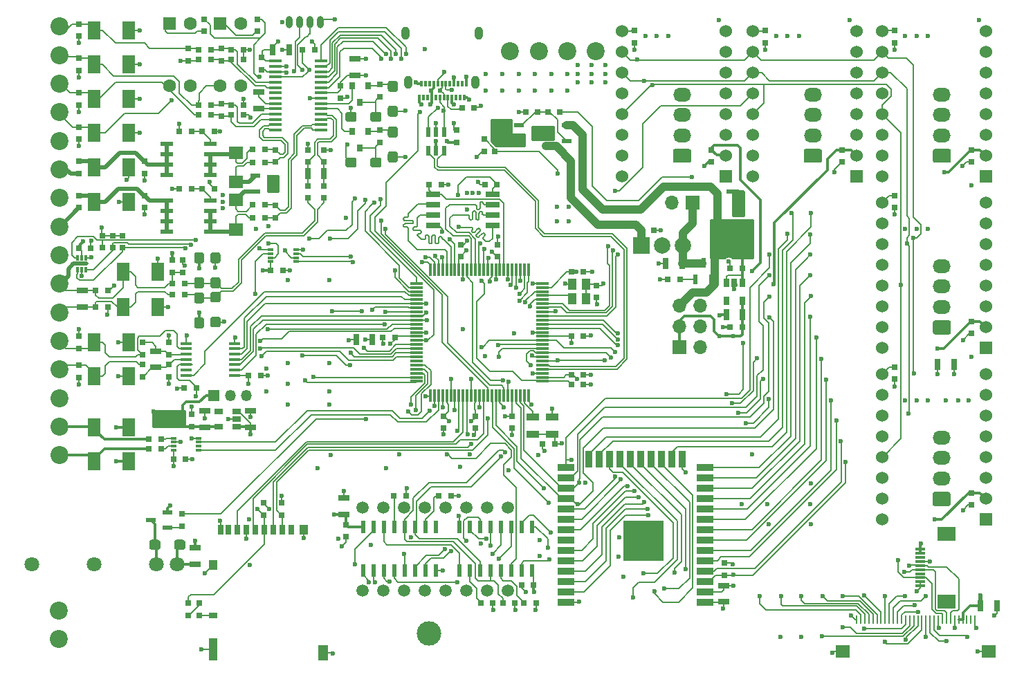
<source format=gbr>
G04 #@! TF.GenerationSoftware,KiCad,Pcbnew,(5.1.2)-1*
G04 #@! TF.CreationDate,2019-10-17T16:55:22+02:00*
G04 #@! TF.ProjectId,ovc,6f76632e-6b69-4636-9164-5f7063625858,rev?*
G04 #@! TF.SameCoordinates,Original*
G04 #@! TF.FileFunction,Copper,L1,Top*
G04 #@! TF.FilePolarity,Positive*
%FSLAX46Y46*%
G04 Gerber Fmt 4.6, Leading zero omitted, Abs format (unit mm)*
G04 Created by KiCad (PCBNEW (5.1.2)-1) date 2019-10-17 16:55:22*
%MOMM*%
%LPD*%
G04 APERTURE LIST*
%ADD10O,1.000000X1.600000*%
%ADD11R,0.300000X0.700000*%
%ADD12C,1.500000*%
%ADD13C,3.000000*%
%ADD14C,1.524000*%
%ADD15R,1.524000X1.524000*%
%ADD16C,1.800000*%
%ADD17C,2.200000*%
%ADD18R,0.300000X0.670000*%
%ADD19R,1.700000X0.650000*%
%ADD20R,0.700000X0.800000*%
%ADD21R,0.800000X0.700000*%
%ADD22R,1.400000X0.800000*%
%ADD23R,0.800000X1.400000*%
%ADD24C,0.100000*%
%ADD25C,1.600000*%
%ADD26R,1.620000X2.180000*%
%ADD27C,1.220000*%
%ADD28R,0.600000X1.200000*%
%ADD29R,1.300000X0.600000*%
%ADD30R,0.700000X1.200000*%
%ADD31R,1.000000X1.200000*%
%ADD32R,1.000000X0.800000*%
%ADD33R,1.000000X2.800000*%
%ADD34R,1.300000X1.900000*%
%ADD35O,0.800000X1.500000*%
%ADD36C,1.700000*%
%ADD37O,2.200000X1.700000*%
%ADD38R,1.700000X1.700000*%
%ADD39O,1.700000X1.700000*%
%ADD40R,0.250000X1.100000*%
%ADD41R,1.700000X1.500000*%
%ADD42R,2.200000X1.800000*%
%ADD43R,1.300000X0.300000*%
%ADD44R,1.350000X1.350000*%
%ADD45O,1.350000X1.350000*%
%ADD46R,0.800000X0.900000*%
%ADD47R,0.600000X1.300000*%
%ADD48R,1.550000X0.600000*%
%ADD49R,1.600000X1.600000*%
%ADD50R,0.800000X0.300000*%
%ADD51R,1.600000X0.300000*%
%ADD52R,1.500000X0.300000*%
%ADD53R,0.300000X1.500000*%
%ADD54R,1.000000X1.400000*%
%ADD55R,1.500000X0.900000*%
%ADD56R,0.650000X1.060000*%
%ADD57R,1.450000X0.450000*%
%ADD58R,2.000000X2.000000*%
%ADD59C,2.000000*%
%ADD60R,1.060000X0.650000*%
%ADD61R,5.000000X5.000000*%
%ADD62R,2.000000X0.900000*%
%ADD63R,0.900000X2.000000*%
%ADD64R,1.800000X1.500000*%
%ADD65R,0.600000X1.550000*%
%ADD66C,0.600000*%
%ADD67C,0.150000*%
%ADD68C,1.000000*%
%ADD69C,0.300000*%
%ADD70C,0.500000*%
%ADD71C,0.254000*%
G04 APERTURE END LIST*
D10*
X171090000Y-52600000D03*
D11*
X169350000Y-60460000D03*
X168850000Y-60460000D03*
X168350000Y-60460000D03*
X167850000Y-60460000D03*
X167350000Y-60460000D03*
X166850000Y-60460000D03*
X166350000Y-60460000D03*
X165850000Y-60460000D03*
X165350000Y-60460000D03*
X164850000Y-60460000D03*
X164350000Y-60460000D03*
X163850000Y-60460000D03*
X164100000Y-58760000D03*
X164600000Y-58760000D03*
X165100000Y-58760000D03*
X165600000Y-58760000D03*
X166100000Y-58760000D03*
X166600000Y-58760000D03*
X167100000Y-58760000D03*
X167600000Y-58760000D03*
X168100000Y-58760000D03*
X168600000Y-58760000D03*
X169100000Y-58760000D03*
X169600000Y-58760000D03*
D10*
X170730000Y-58550000D03*
X162470000Y-58550000D03*
X162110000Y-52600000D03*
D12*
X156910000Y-120780000D03*
X159450000Y-120780000D03*
X161990000Y-120780000D03*
X164530000Y-120780000D03*
X167070000Y-120780000D03*
X169610000Y-120780000D03*
X172150000Y-120780000D03*
X174690000Y-120780000D03*
X174690000Y-110620000D03*
X172150000Y-110620000D03*
X169610000Y-110620000D03*
X167070000Y-110620000D03*
X164530000Y-110620000D03*
X161990000Y-110620000D03*
X159450000Y-110620000D03*
X156910000Y-110620000D03*
D13*
X165000000Y-126100000D03*
D14*
X220450000Y-112090000D03*
X220450000Y-109550000D03*
X220450000Y-107010000D03*
X220450000Y-104470000D03*
X220450000Y-101930000D03*
X220450000Y-99390000D03*
X220450000Y-96850000D03*
X220450000Y-94310000D03*
X233150000Y-94310000D03*
X233150000Y-96850000D03*
X233150000Y-99390000D03*
X233150000Y-101930000D03*
X233150000Y-104470000D03*
X233150000Y-107010000D03*
X233150000Y-109550000D03*
D15*
X233150000Y-112090000D03*
D14*
X220450000Y-91090000D03*
X220450000Y-88550000D03*
X220450000Y-86010000D03*
X220450000Y-83470000D03*
X220450000Y-80930000D03*
X220450000Y-78390000D03*
X220450000Y-75850000D03*
X220450000Y-73310000D03*
X233150000Y-73310000D03*
X233150000Y-75850000D03*
X233150000Y-78390000D03*
X233150000Y-80930000D03*
X233150000Y-83470000D03*
X233150000Y-86010000D03*
X233150000Y-88550000D03*
D15*
X233150000Y-91090000D03*
D14*
X220450000Y-70090000D03*
X220450000Y-67550000D03*
X220450000Y-65010000D03*
X220450000Y-62470000D03*
X220450000Y-59930000D03*
X220450000Y-57390000D03*
X220450000Y-54850000D03*
X220450000Y-52310000D03*
X233150000Y-52310000D03*
X233150000Y-54850000D03*
X233150000Y-57390000D03*
X233150000Y-59930000D03*
X233150000Y-62470000D03*
X233150000Y-65010000D03*
X233150000Y-67550000D03*
D15*
X233150000Y-70090000D03*
D14*
X204650000Y-70090000D03*
X204650000Y-67550000D03*
X204650000Y-65010000D03*
X204650000Y-62470000D03*
X204650000Y-59930000D03*
X204650000Y-57390000D03*
X204650000Y-54850000D03*
X204650000Y-52310000D03*
X217350000Y-52310000D03*
X217350000Y-54850000D03*
X217350000Y-57390000D03*
X217350000Y-59930000D03*
X217350000Y-62470000D03*
X217350000Y-65010000D03*
X217350000Y-67550000D03*
D15*
X217350000Y-70090000D03*
D14*
X188650000Y-70090000D03*
X188650000Y-67550000D03*
X188650000Y-65010000D03*
X188650000Y-62470000D03*
X188650000Y-59930000D03*
X188650000Y-57390000D03*
X188650000Y-54850000D03*
X188650000Y-52310000D03*
X201350000Y-52310000D03*
X201350000Y-54850000D03*
X201350000Y-57390000D03*
X201350000Y-59930000D03*
X201350000Y-62470000D03*
X201350000Y-65010000D03*
X201350000Y-67550000D03*
D15*
X201350000Y-70090000D03*
D16*
X116420000Y-117600000D03*
X124040000Y-117600000D03*
X131660000Y-117600000D03*
X134200000Y-117600000D03*
D17*
X119700000Y-123250000D03*
X119700000Y-126750000D03*
X185450000Y-54800000D03*
X181950000Y-54800000D03*
X178450000Y-54800000D03*
X174950000Y-54800000D03*
D18*
X123000000Y-81540000D03*
X122500000Y-81540000D03*
X122000000Y-81540000D03*
X122000000Y-80060000D03*
X122500000Y-80060000D03*
X123000000Y-80060000D03*
D19*
X172850000Y-72295000D03*
X165550000Y-72295000D03*
X172850000Y-73565000D03*
X165550000Y-73565000D03*
X172850000Y-74835000D03*
X165550000Y-74835000D03*
X172850000Y-76105000D03*
X165550000Y-76105000D03*
D20*
X173350000Y-71100000D03*
X171850000Y-71100000D03*
D21*
X168900000Y-79950000D03*
X168900000Y-78450000D03*
X154200000Y-59050000D03*
X154200000Y-60550000D03*
D22*
X156000000Y-57700000D03*
X156000000Y-55700000D03*
D21*
X144500000Y-57050000D03*
X144500000Y-55550000D03*
D20*
X140850000Y-54600000D03*
X142350000Y-54600000D03*
D21*
X122200000Y-51450000D03*
X122200000Y-52950000D03*
D23*
X156100000Y-90100000D03*
X158100000Y-90100000D03*
D20*
X159350000Y-89800000D03*
X160850000Y-89800000D03*
D21*
X139600000Y-54450000D03*
X139600000Y-55950000D03*
D20*
X140850000Y-55800000D03*
X142350000Y-55800000D03*
D22*
X144200000Y-59800000D03*
X144200000Y-61800000D03*
D21*
X173400000Y-79950000D03*
X173400000Y-78450000D03*
X122200000Y-57150000D03*
X122200000Y-55650000D03*
X144800000Y-111550000D03*
X144800000Y-110050000D03*
D20*
X140850000Y-61400000D03*
X142350000Y-61400000D03*
D21*
X139600000Y-61250000D03*
X139600000Y-62750000D03*
X166800000Y-99450000D03*
X166800000Y-100950000D03*
D20*
X140850000Y-62600000D03*
X142350000Y-62600000D03*
X182450000Y-81800000D03*
X183950000Y-81800000D03*
D21*
X122200000Y-61350000D03*
X122200000Y-59850000D03*
X170700000Y-100950000D03*
X170700000Y-99450000D03*
X122200000Y-64050000D03*
X122200000Y-65550000D03*
X185500000Y-83450000D03*
X185500000Y-84950000D03*
D20*
X183950000Y-89700000D03*
X182450000Y-89700000D03*
D21*
X175200000Y-99450000D03*
X175200000Y-100950000D03*
D20*
X178950000Y-102900000D03*
X180450000Y-102900000D03*
X183950000Y-94400000D03*
X182450000Y-94400000D03*
X183950000Y-95600000D03*
X182450000Y-95600000D03*
X124250000Y-84100000D03*
X125750000Y-84100000D03*
D21*
X150200000Y-66850000D03*
X150200000Y-68350000D03*
D22*
X122600000Y-86100000D03*
X122600000Y-84100000D03*
D23*
X152200000Y-69800000D03*
X150200000Y-69800000D03*
D20*
X124250000Y-86100000D03*
X125750000Y-86100000D03*
D21*
X152200000Y-66850000D03*
X152200000Y-68350000D03*
D20*
X122150000Y-78900000D03*
X123650000Y-78900000D03*
D21*
X231400000Y-110350000D03*
X231400000Y-108850000D03*
D20*
X136550000Y-96000000D03*
X135050000Y-96000000D03*
X142950000Y-94500000D03*
X144450000Y-94500000D03*
D23*
X201400000Y-87000000D03*
X203400000Y-87000000D03*
D20*
X203350000Y-88600000D03*
X201850000Y-88600000D03*
D21*
X168400000Y-65950000D03*
X168400000Y-64450000D03*
X133200000Y-94650000D03*
X133200000Y-93150000D03*
X122200000Y-94750000D03*
X122200000Y-93250000D03*
D20*
X192550000Y-76700000D03*
X191050000Y-76700000D03*
D22*
X137600000Y-100800000D03*
X137600000Y-98800000D03*
D21*
X136000000Y-100750000D03*
X136000000Y-99250000D03*
D22*
X131600000Y-91500000D03*
X131600000Y-93500000D03*
D21*
X133200000Y-90450000D03*
X133200000Y-91950000D03*
X231400000Y-87850000D03*
X231400000Y-89350000D03*
X231400000Y-66850000D03*
X231400000Y-68350000D03*
X122200000Y-91150000D03*
X122200000Y-89650000D03*
D20*
X201850000Y-81400000D03*
X203350000Y-81400000D03*
D24*
G36*
X203474504Y-71801204D02*
G01*
X203498773Y-71804804D01*
X203522571Y-71810765D01*
X203545671Y-71819030D01*
X203567849Y-71829520D01*
X203588893Y-71842133D01*
X203608598Y-71856747D01*
X203626777Y-71873223D01*
X203643253Y-71891402D01*
X203657867Y-71911107D01*
X203670480Y-71932151D01*
X203680970Y-71954329D01*
X203689235Y-71977429D01*
X203695196Y-72001227D01*
X203698796Y-72025496D01*
X203700000Y-72050000D01*
X203700000Y-74875000D01*
X203698796Y-74899504D01*
X203695196Y-74923773D01*
X203689235Y-74947571D01*
X203680970Y-74970671D01*
X203670480Y-74992849D01*
X203657867Y-75013893D01*
X203643253Y-75033598D01*
X203626777Y-75051777D01*
X203608598Y-75068253D01*
X203588893Y-75082867D01*
X203567849Y-75095480D01*
X203545671Y-75105970D01*
X203522571Y-75114235D01*
X203498773Y-75120196D01*
X203474504Y-75123796D01*
X203450000Y-75125000D01*
X202350000Y-75125000D01*
X202325496Y-75123796D01*
X202301227Y-75120196D01*
X202277429Y-75114235D01*
X202254329Y-75105970D01*
X202232151Y-75095480D01*
X202211107Y-75082867D01*
X202191402Y-75068253D01*
X202173223Y-75051777D01*
X202156747Y-75033598D01*
X202142133Y-75013893D01*
X202129520Y-74992849D01*
X202119030Y-74970671D01*
X202110765Y-74947571D01*
X202104804Y-74923773D01*
X202101204Y-74899504D01*
X202100000Y-74875000D01*
X202100000Y-72050000D01*
X202101204Y-72025496D01*
X202104804Y-72001227D01*
X202110765Y-71977429D01*
X202119030Y-71954329D01*
X202129520Y-71932151D01*
X202142133Y-71911107D01*
X202156747Y-71891402D01*
X202173223Y-71873223D01*
X202191402Y-71856747D01*
X202211107Y-71842133D01*
X202232151Y-71829520D01*
X202254329Y-71819030D01*
X202277429Y-71810765D01*
X202301227Y-71804804D01*
X202325496Y-71801204D01*
X202350000Y-71800000D01*
X203450000Y-71800000D01*
X203474504Y-71801204D01*
X203474504Y-71801204D01*
G37*
D25*
X202900000Y-73462500D03*
D24*
G36*
X203474504Y-76876204D02*
G01*
X203498773Y-76879804D01*
X203522571Y-76885765D01*
X203545671Y-76894030D01*
X203567849Y-76904520D01*
X203588893Y-76917133D01*
X203608598Y-76931747D01*
X203626777Y-76948223D01*
X203643253Y-76966402D01*
X203657867Y-76986107D01*
X203670480Y-77007151D01*
X203680970Y-77029329D01*
X203689235Y-77052429D01*
X203695196Y-77076227D01*
X203698796Y-77100496D01*
X203700000Y-77125000D01*
X203700000Y-79950000D01*
X203698796Y-79974504D01*
X203695196Y-79998773D01*
X203689235Y-80022571D01*
X203680970Y-80045671D01*
X203670480Y-80067849D01*
X203657867Y-80088893D01*
X203643253Y-80108598D01*
X203626777Y-80126777D01*
X203608598Y-80143253D01*
X203588893Y-80157867D01*
X203567849Y-80170480D01*
X203545671Y-80180970D01*
X203522571Y-80189235D01*
X203498773Y-80195196D01*
X203474504Y-80198796D01*
X203450000Y-80200000D01*
X202350000Y-80200000D01*
X202325496Y-80198796D01*
X202301227Y-80195196D01*
X202277429Y-80189235D01*
X202254329Y-80180970D01*
X202232151Y-80170480D01*
X202211107Y-80157867D01*
X202191402Y-80143253D01*
X202173223Y-80126777D01*
X202156747Y-80108598D01*
X202142133Y-80088893D01*
X202129520Y-80067849D01*
X202119030Y-80045671D01*
X202110765Y-80022571D01*
X202104804Y-79998773D01*
X202101204Y-79974504D01*
X202100000Y-79950000D01*
X202100000Y-77125000D01*
X202101204Y-77100496D01*
X202104804Y-77076227D01*
X202110765Y-77052429D01*
X202119030Y-77029329D01*
X202129520Y-77007151D01*
X202142133Y-76986107D01*
X202156747Y-76966402D01*
X202173223Y-76948223D01*
X202191402Y-76931747D01*
X202211107Y-76917133D01*
X202232151Y-76904520D01*
X202254329Y-76894030D01*
X202277429Y-76885765D01*
X202301227Y-76879804D01*
X202325496Y-76876204D01*
X202350000Y-76875000D01*
X203450000Y-76875000D01*
X203474504Y-76876204D01*
X203474504Y-76876204D01*
G37*
D25*
X202900000Y-78537500D03*
D21*
X215600000Y-68350000D03*
X215600000Y-66850000D03*
X199600000Y-68350000D03*
X199600000Y-66850000D03*
X146200000Y-66850000D03*
X146200000Y-68350000D03*
X130200000Y-72450000D03*
X130200000Y-73950000D03*
D22*
X154600000Y-109500000D03*
X154600000Y-111500000D03*
D20*
X176350000Y-120100000D03*
X177850000Y-120100000D03*
D21*
X146200000Y-73650000D03*
X146200000Y-75150000D03*
X130200000Y-69750000D03*
X130200000Y-68250000D03*
D22*
X201100000Y-120200000D03*
X201100000Y-122200000D03*
D23*
X234500000Y-122700000D03*
X232500000Y-122700000D03*
D21*
X154900000Y-112750000D03*
X154900000Y-114250000D03*
D20*
X133750000Y-104700000D03*
X135250000Y-104700000D03*
D26*
X128310000Y-52200000D03*
X124090000Y-52200000D03*
X124090000Y-56400000D03*
X128310000Y-56400000D03*
X128310000Y-60600000D03*
X124090000Y-60600000D03*
D24*
G36*
X155874895Y-62191469D02*
G01*
X155904503Y-62195860D01*
X155933537Y-62203133D01*
X155961718Y-62213217D01*
X155988776Y-62226014D01*
X156014449Y-62241402D01*
X156038490Y-62259232D01*
X156060668Y-62279332D01*
X156080768Y-62301510D01*
X156098598Y-62325551D01*
X156113986Y-62351224D01*
X156126783Y-62378282D01*
X156136867Y-62406463D01*
X156144140Y-62435497D01*
X156148531Y-62465105D01*
X156150000Y-62495000D01*
X156150000Y-63105000D01*
X156148531Y-63134895D01*
X156144140Y-63164503D01*
X156136867Y-63193537D01*
X156126783Y-63221718D01*
X156113986Y-63248776D01*
X156098598Y-63274449D01*
X156080768Y-63298490D01*
X156060668Y-63320668D01*
X156038490Y-63340768D01*
X156014449Y-63358598D01*
X155988776Y-63373986D01*
X155961718Y-63386783D01*
X155933537Y-63396867D01*
X155904503Y-63404140D01*
X155874895Y-63408531D01*
X155845000Y-63410000D01*
X155105000Y-63410000D01*
X155075105Y-63408531D01*
X155045497Y-63404140D01*
X155016463Y-63396867D01*
X154988282Y-63386783D01*
X154961224Y-63373986D01*
X154935551Y-63358598D01*
X154911510Y-63340768D01*
X154889332Y-63320668D01*
X154869232Y-63298490D01*
X154851402Y-63274449D01*
X154836014Y-63248776D01*
X154823217Y-63221718D01*
X154813133Y-63193537D01*
X154805860Y-63164503D01*
X154801469Y-63134895D01*
X154800000Y-63105000D01*
X154800000Y-62495000D01*
X154801469Y-62465105D01*
X154805860Y-62435497D01*
X154813133Y-62406463D01*
X154823217Y-62378282D01*
X154836014Y-62351224D01*
X154851402Y-62325551D01*
X154869232Y-62301510D01*
X154889332Y-62279332D01*
X154911510Y-62259232D01*
X154935551Y-62241402D01*
X154961224Y-62226014D01*
X154988282Y-62213217D01*
X155016463Y-62203133D01*
X155045497Y-62195860D01*
X155075105Y-62191469D01*
X155105000Y-62190000D01*
X155845000Y-62190000D01*
X155874895Y-62191469D01*
X155874895Y-62191469D01*
G37*
D27*
X155475000Y-62800000D03*
D24*
G36*
X158924895Y-62191469D02*
G01*
X158954503Y-62195860D01*
X158983537Y-62203133D01*
X159011718Y-62213217D01*
X159038776Y-62226014D01*
X159064449Y-62241402D01*
X159088490Y-62259232D01*
X159110668Y-62279332D01*
X159130768Y-62301510D01*
X159148598Y-62325551D01*
X159163986Y-62351224D01*
X159176783Y-62378282D01*
X159186867Y-62406463D01*
X159194140Y-62435497D01*
X159198531Y-62465105D01*
X159200000Y-62495000D01*
X159200000Y-63105000D01*
X159198531Y-63134895D01*
X159194140Y-63164503D01*
X159186867Y-63193537D01*
X159176783Y-63221718D01*
X159163986Y-63248776D01*
X159148598Y-63274449D01*
X159130768Y-63298490D01*
X159110668Y-63320668D01*
X159088490Y-63340768D01*
X159064449Y-63358598D01*
X159038776Y-63373986D01*
X159011718Y-63386783D01*
X158983537Y-63396867D01*
X158954503Y-63404140D01*
X158924895Y-63408531D01*
X158895000Y-63410000D01*
X158155000Y-63410000D01*
X158125105Y-63408531D01*
X158095497Y-63404140D01*
X158066463Y-63396867D01*
X158038282Y-63386783D01*
X158011224Y-63373986D01*
X157985551Y-63358598D01*
X157961510Y-63340768D01*
X157939332Y-63320668D01*
X157919232Y-63298490D01*
X157901402Y-63274449D01*
X157886014Y-63248776D01*
X157873217Y-63221718D01*
X157863133Y-63193537D01*
X157855860Y-63164503D01*
X157851469Y-63134895D01*
X157850000Y-63105000D01*
X157850000Y-62495000D01*
X157851469Y-62465105D01*
X157855860Y-62435497D01*
X157863133Y-62406463D01*
X157873217Y-62378282D01*
X157886014Y-62351224D01*
X157901402Y-62325551D01*
X157919232Y-62301510D01*
X157939332Y-62279332D01*
X157961510Y-62259232D01*
X157985551Y-62241402D01*
X158011224Y-62226014D01*
X158038282Y-62213217D01*
X158066463Y-62203133D01*
X158095497Y-62195860D01*
X158125105Y-62191469D01*
X158155000Y-62190000D01*
X158895000Y-62190000D01*
X158924895Y-62191469D01*
X158924895Y-62191469D01*
G37*
D27*
X158525000Y-62800000D03*
D26*
X124090000Y-64800000D03*
X128310000Y-64800000D03*
D24*
G36*
X160934895Y-61451469D02*
G01*
X160964503Y-61455860D01*
X160993537Y-61463133D01*
X161021718Y-61473217D01*
X161048776Y-61486014D01*
X161074449Y-61501402D01*
X161098490Y-61519232D01*
X161120668Y-61539332D01*
X161140768Y-61561510D01*
X161158598Y-61585551D01*
X161173986Y-61611224D01*
X161186783Y-61638282D01*
X161196867Y-61666463D01*
X161204140Y-61695497D01*
X161208531Y-61725105D01*
X161210000Y-61755000D01*
X161210000Y-62495000D01*
X161208531Y-62524895D01*
X161204140Y-62554503D01*
X161196867Y-62583537D01*
X161186783Y-62611718D01*
X161173986Y-62638776D01*
X161158598Y-62664449D01*
X161140768Y-62688490D01*
X161120668Y-62710668D01*
X161098490Y-62730768D01*
X161074449Y-62748598D01*
X161048776Y-62763986D01*
X161021718Y-62776783D01*
X160993537Y-62786867D01*
X160964503Y-62794140D01*
X160934895Y-62798531D01*
X160905000Y-62800000D01*
X160295000Y-62800000D01*
X160265105Y-62798531D01*
X160235497Y-62794140D01*
X160206463Y-62786867D01*
X160178282Y-62776783D01*
X160151224Y-62763986D01*
X160125551Y-62748598D01*
X160101510Y-62730768D01*
X160079332Y-62710668D01*
X160059232Y-62688490D01*
X160041402Y-62664449D01*
X160026014Y-62638776D01*
X160013217Y-62611718D01*
X160003133Y-62583537D01*
X159995860Y-62554503D01*
X159991469Y-62524895D01*
X159990000Y-62495000D01*
X159990000Y-61755000D01*
X159991469Y-61725105D01*
X159995860Y-61695497D01*
X160003133Y-61666463D01*
X160013217Y-61638282D01*
X160026014Y-61611224D01*
X160041402Y-61585551D01*
X160059232Y-61561510D01*
X160079332Y-61539332D01*
X160101510Y-61519232D01*
X160125551Y-61501402D01*
X160151224Y-61486014D01*
X160178282Y-61473217D01*
X160206463Y-61463133D01*
X160235497Y-61455860D01*
X160265105Y-61451469D01*
X160295000Y-61450000D01*
X160905000Y-61450000D01*
X160934895Y-61451469D01*
X160934895Y-61451469D01*
G37*
D27*
X160600000Y-62125000D03*
D24*
G36*
X160934895Y-58401469D02*
G01*
X160964503Y-58405860D01*
X160993537Y-58413133D01*
X161021718Y-58423217D01*
X161048776Y-58436014D01*
X161074449Y-58451402D01*
X161098490Y-58469232D01*
X161120668Y-58489332D01*
X161140768Y-58511510D01*
X161158598Y-58535551D01*
X161173986Y-58561224D01*
X161186783Y-58588282D01*
X161196867Y-58616463D01*
X161204140Y-58645497D01*
X161208531Y-58675105D01*
X161210000Y-58705000D01*
X161210000Y-59445000D01*
X161208531Y-59474895D01*
X161204140Y-59504503D01*
X161196867Y-59533537D01*
X161186783Y-59561718D01*
X161173986Y-59588776D01*
X161158598Y-59614449D01*
X161140768Y-59638490D01*
X161120668Y-59660668D01*
X161098490Y-59680768D01*
X161074449Y-59698598D01*
X161048776Y-59713986D01*
X161021718Y-59726783D01*
X160993537Y-59736867D01*
X160964503Y-59744140D01*
X160934895Y-59748531D01*
X160905000Y-59750000D01*
X160295000Y-59750000D01*
X160265105Y-59748531D01*
X160235497Y-59744140D01*
X160206463Y-59736867D01*
X160178282Y-59726783D01*
X160151224Y-59713986D01*
X160125551Y-59698598D01*
X160101510Y-59680768D01*
X160079332Y-59660668D01*
X160059232Y-59638490D01*
X160041402Y-59614449D01*
X160026014Y-59588776D01*
X160013217Y-59561718D01*
X160003133Y-59533537D01*
X159995860Y-59504503D01*
X159991469Y-59474895D01*
X159990000Y-59445000D01*
X159990000Y-58705000D01*
X159991469Y-58675105D01*
X159995860Y-58645497D01*
X160003133Y-58616463D01*
X160013217Y-58588282D01*
X160026014Y-58561224D01*
X160041402Y-58535551D01*
X160059232Y-58511510D01*
X160079332Y-58489332D01*
X160101510Y-58469232D01*
X160125551Y-58451402D01*
X160151224Y-58436014D01*
X160178282Y-58423217D01*
X160206463Y-58413133D01*
X160235497Y-58405860D01*
X160265105Y-58401469D01*
X160295000Y-58400000D01*
X160905000Y-58400000D01*
X160934895Y-58401469D01*
X160934895Y-58401469D01*
G37*
D27*
X160600000Y-59075000D03*
D24*
G36*
X155874895Y-67791469D02*
G01*
X155904503Y-67795860D01*
X155933537Y-67803133D01*
X155961718Y-67813217D01*
X155988776Y-67826014D01*
X156014449Y-67841402D01*
X156038490Y-67859232D01*
X156060668Y-67879332D01*
X156080768Y-67901510D01*
X156098598Y-67925551D01*
X156113986Y-67951224D01*
X156126783Y-67978282D01*
X156136867Y-68006463D01*
X156144140Y-68035497D01*
X156148531Y-68065105D01*
X156150000Y-68095000D01*
X156150000Y-68705000D01*
X156148531Y-68734895D01*
X156144140Y-68764503D01*
X156136867Y-68793537D01*
X156126783Y-68821718D01*
X156113986Y-68848776D01*
X156098598Y-68874449D01*
X156080768Y-68898490D01*
X156060668Y-68920668D01*
X156038490Y-68940768D01*
X156014449Y-68958598D01*
X155988776Y-68973986D01*
X155961718Y-68986783D01*
X155933537Y-68996867D01*
X155904503Y-69004140D01*
X155874895Y-69008531D01*
X155845000Y-69010000D01*
X155105000Y-69010000D01*
X155075105Y-69008531D01*
X155045497Y-69004140D01*
X155016463Y-68996867D01*
X154988282Y-68986783D01*
X154961224Y-68973986D01*
X154935551Y-68958598D01*
X154911510Y-68940768D01*
X154889332Y-68920668D01*
X154869232Y-68898490D01*
X154851402Y-68874449D01*
X154836014Y-68848776D01*
X154823217Y-68821718D01*
X154813133Y-68793537D01*
X154805860Y-68764503D01*
X154801469Y-68734895D01*
X154800000Y-68705000D01*
X154800000Y-68095000D01*
X154801469Y-68065105D01*
X154805860Y-68035497D01*
X154813133Y-68006463D01*
X154823217Y-67978282D01*
X154836014Y-67951224D01*
X154851402Y-67925551D01*
X154869232Y-67901510D01*
X154889332Y-67879332D01*
X154911510Y-67859232D01*
X154935551Y-67841402D01*
X154961224Y-67826014D01*
X154988282Y-67813217D01*
X155016463Y-67803133D01*
X155045497Y-67795860D01*
X155075105Y-67791469D01*
X155105000Y-67790000D01*
X155845000Y-67790000D01*
X155874895Y-67791469D01*
X155874895Y-67791469D01*
G37*
D27*
X155475000Y-68400000D03*
D24*
G36*
X158924895Y-67791469D02*
G01*
X158954503Y-67795860D01*
X158983537Y-67803133D01*
X159011718Y-67813217D01*
X159038776Y-67826014D01*
X159064449Y-67841402D01*
X159088490Y-67859232D01*
X159110668Y-67879332D01*
X159130768Y-67901510D01*
X159148598Y-67925551D01*
X159163986Y-67951224D01*
X159176783Y-67978282D01*
X159186867Y-68006463D01*
X159194140Y-68035497D01*
X159198531Y-68065105D01*
X159200000Y-68095000D01*
X159200000Y-68705000D01*
X159198531Y-68734895D01*
X159194140Y-68764503D01*
X159186867Y-68793537D01*
X159176783Y-68821718D01*
X159163986Y-68848776D01*
X159148598Y-68874449D01*
X159130768Y-68898490D01*
X159110668Y-68920668D01*
X159088490Y-68940768D01*
X159064449Y-68958598D01*
X159038776Y-68973986D01*
X159011718Y-68986783D01*
X158983537Y-68996867D01*
X158954503Y-69004140D01*
X158924895Y-69008531D01*
X158895000Y-69010000D01*
X158155000Y-69010000D01*
X158125105Y-69008531D01*
X158095497Y-69004140D01*
X158066463Y-68996867D01*
X158038282Y-68986783D01*
X158011224Y-68973986D01*
X157985551Y-68958598D01*
X157961510Y-68940768D01*
X157939332Y-68920668D01*
X157919232Y-68898490D01*
X157901402Y-68874449D01*
X157886014Y-68848776D01*
X157873217Y-68821718D01*
X157863133Y-68793537D01*
X157855860Y-68764503D01*
X157851469Y-68734895D01*
X157850000Y-68705000D01*
X157850000Y-68095000D01*
X157851469Y-68065105D01*
X157855860Y-68035497D01*
X157863133Y-68006463D01*
X157873217Y-67978282D01*
X157886014Y-67951224D01*
X157901402Y-67925551D01*
X157919232Y-67901510D01*
X157939332Y-67879332D01*
X157961510Y-67859232D01*
X157985551Y-67841402D01*
X158011224Y-67826014D01*
X158038282Y-67813217D01*
X158066463Y-67803133D01*
X158095497Y-67795860D01*
X158125105Y-67791469D01*
X158155000Y-67790000D01*
X158895000Y-67790000D01*
X158924895Y-67791469D01*
X158924895Y-67791469D01*
G37*
D27*
X158525000Y-68400000D03*
D24*
G36*
X160934895Y-67051469D02*
G01*
X160964503Y-67055860D01*
X160993537Y-67063133D01*
X161021718Y-67073217D01*
X161048776Y-67086014D01*
X161074449Y-67101402D01*
X161098490Y-67119232D01*
X161120668Y-67139332D01*
X161140768Y-67161510D01*
X161158598Y-67185551D01*
X161173986Y-67211224D01*
X161186783Y-67238282D01*
X161196867Y-67266463D01*
X161204140Y-67295497D01*
X161208531Y-67325105D01*
X161210000Y-67355000D01*
X161210000Y-68095000D01*
X161208531Y-68124895D01*
X161204140Y-68154503D01*
X161196867Y-68183537D01*
X161186783Y-68211718D01*
X161173986Y-68238776D01*
X161158598Y-68264449D01*
X161140768Y-68288490D01*
X161120668Y-68310668D01*
X161098490Y-68330768D01*
X161074449Y-68348598D01*
X161048776Y-68363986D01*
X161021718Y-68376783D01*
X160993537Y-68386867D01*
X160964503Y-68394140D01*
X160934895Y-68398531D01*
X160905000Y-68400000D01*
X160295000Y-68400000D01*
X160265105Y-68398531D01*
X160235497Y-68394140D01*
X160206463Y-68386867D01*
X160178282Y-68376783D01*
X160151224Y-68363986D01*
X160125551Y-68348598D01*
X160101510Y-68330768D01*
X160079332Y-68310668D01*
X160059232Y-68288490D01*
X160041402Y-68264449D01*
X160026014Y-68238776D01*
X160013217Y-68211718D01*
X160003133Y-68183537D01*
X159995860Y-68154503D01*
X159991469Y-68124895D01*
X159990000Y-68095000D01*
X159990000Y-67355000D01*
X159991469Y-67325105D01*
X159995860Y-67295497D01*
X160003133Y-67266463D01*
X160013217Y-67238282D01*
X160026014Y-67211224D01*
X160041402Y-67185551D01*
X160059232Y-67161510D01*
X160079332Y-67139332D01*
X160101510Y-67119232D01*
X160125551Y-67101402D01*
X160151224Y-67086014D01*
X160178282Y-67073217D01*
X160206463Y-67063133D01*
X160235497Y-67055860D01*
X160265105Y-67051469D01*
X160295000Y-67050000D01*
X160905000Y-67050000D01*
X160934895Y-67051469D01*
X160934895Y-67051469D01*
G37*
D27*
X160600000Y-67725000D03*
D24*
G36*
X160934895Y-64001469D02*
G01*
X160964503Y-64005860D01*
X160993537Y-64013133D01*
X161021718Y-64023217D01*
X161048776Y-64036014D01*
X161074449Y-64051402D01*
X161098490Y-64069232D01*
X161120668Y-64089332D01*
X161140768Y-64111510D01*
X161158598Y-64135551D01*
X161173986Y-64161224D01*
X161186783Y-64188282D01*
X161196867Y-64216463D01*
X161204140Y-64245497D01*
X161208531Y-64275105D01*
X161210000Y-64305000D01*
X161210000Y-65045000D01*
X161208531Y-65074895D01*
X161204140Y-65104503D01*
X161196867Y-65133537D01*
X161186783Y-65161718D01*
X161173986Y-65188776D01*
X161158598Y-65214449D01*
X161140768Y-65238490D01*
X161120668Y-65260668D01*
X161098490Y-65280768D01*
X161074449Y-65298598D01*
X161048776Y-65313986D01*
X161021718Y-65326783D01*
X160993537Y-65336867D01*
X160964503Y-65344140D01*
X160934895Y-65348531D01*
X160905000Y-65350000D01*
X160295000Y-65350000D01*
X160265105Y-65348531D01*
X160235497Y-65344140D01*
X160206463Y-65336867D01*
X160178282Y-65326783D01*
X160151224Y-65313986D01*
X160125551Y-65298598D01*
X160101510Y-65280768D01*
X160079332Y-65260668D01*
X160059232Y-65238490D01*
X160041402Y-65214449D01*
X160026014Y-65188776D01*
X160013217Y-65161718D01*
X160003133Y-65133537D01*
X159995860Y-65104503D01*
X159991469Y-65074895D01*
X159990000Y-65045000D01*
X159990000Y-64305000D01*
X159991469Y-64275105D01*
X159995860Y-64245497D01*
X160003133Y-64216463D01*
X160013217Y-64188282D01*
X160026014Y-64161224D01*
X160041402Y-64135551D01*
X160059232Y-64111510D01*
X160079332Y-64089332D01*
X160101510Y-64069232D01*
X160125551Y-64051402D01*
X160151224Y-64036014D01*
X160178282Y-64023217D01*
X160206463Y-64013133D01*
X160235497Y-64005860D01*
X160265105Y-64001469D01*
X160295000Y-64000000D01*
X160905000Y-64000000D01*
X160934895Y-64001469D01*
X160934895Y-64001469D01*
G37*
D27*
X160600000Y-64675000D03*
D24*
G36*
X137234895Y-82451469D02*
G01*
X137264503Y-82455860D01*
X137293537Y-82463133D01*
X137321718Y-82473217D01*
X137348776Y-82486014D01*
X137374449Y-82501402D01*
X137398490Y-82519232D01*
X137420668Y-82539332D01*
X137440768Y-82561510D01*
X137458598Y-82585551D01*
X137473986Y-82611224D01*
X137486783Y-82638282D01*
X137496867Y-82666463D01*
X137504140Y-82695497D01*
X137508531Y-82725105D01*
X137510000Y-82755000D01*
X137510000Y-83495000D01*
X137508531Y-83524895D01*
X137504140Y-83554503D01*
X137496867Y-83583537D01*
X137486783Y-83611718D01*
X137473986Y-83638776D01*
X137458598Y-83664449D01*
X137440768Y-83688490D01*
X137420668Y-83710668D01*
X137398490Y-83730768D01*
X137374449Y-83748598D01*
X137348776Y-83763986D01*
X137321718Y-83776783D01*
X137293537Y-83786867D01*
X137264503Y-83794140D01*
X137234895Y-83798531D01*
X137205000Y-83800000D01*
X136595000Y-83800000D01*
X136565105Y-83798531D01*
X136535497Y-83794140D01*
X136506463Y-83786867D01*
X136478282Y-83776783D01*
X136451224Y-83763986D01*
X136425551Y-83748598D01*
X136401510Y-83730768D01*
X136379332Y-83710668D01*
X136359232Y-83688490D01*
X136341402Y-83664449D01*
X136326014Y-83638776D01*
X136313217Y-83611718D01*
X136303133Y-83583537D01*
X136295860Y-83554503D01*
X136291469Y-83524895D01*
X136290000Y-83495000D01*
X136290000Y-82755000D01*
X136291469Y-82725105D01*
X136295860Y-82695497D01*
X136303133Y-82666463D01*
X136313217Y-82638282D01*
X136326014Y-82611224D01*
X136341402Y-82585551D01*
X136359232Y-82561510D01*
X136379332Y-82539332D01*
X136401510Y-82519232D01*
X136425551Y-82501402D01*
X136451224Y-82486014D01*
X136478282Y-82473217D01*
X136506463Y-82463133D01*
X136535497Y-82455860D01*
X136565105Y-82451469D01*
X136595000Y-82450000D01*
X137205000Y-82450000D01*
X137234895Y-82451469D01*
X137234895Y-82451469D01*
G37*
D27*
X136900000Y-83125000D03*
D24*
G36*
X137234895Y-79401469D02*
G01*
X137264503Y-79405860D01*
X137293537Y-79413133D01*
X137321718Y-79423217D01*
X137348776Y-79436014D01*
X137374449Y-79451402D01*
X137398490Y-79469232D01*
X137420668Y-79489332D01*
X137440768Y-79511510D01*
X137458598Y-79535551D01*
X137473986Y-79561224D01*
X137486783Y-79588282D01*
X137496867Y-79616463D01*
X137504140Y-79645497D01*
X137508531Y-79675105D01*
X137510000Y-79705000D01*
X137510000Y-80445000D01*
X137508531Y-80474895D01*
X137504140Y-80504503D01*
X137496867Y-80533537D01*
X137486783Y-80561718D01*
X137473986Y-80588776D01*
X137458598Y-80614449D01*
X137440768Y-80638490D01*
X137420668Y-80660668D01*
X137398490Y-80680768D01*
X137374449Y-80698598D01*
X137348776Y-80713986D01*
X137321718Y-80726783D01*
X137293537Y-80736867D01*
X137264503Y-80744140D01*
X137234895Y-80748531D01*
X137205000Y-80750000D01*
X136595000Y-80750000D01*
X136565105Y-80748531D01*
X136535497Y-80744140D01*
X136506463Y-80736867D01*
X136478282Y-80726783D01*
X136451224Y-80713986D01*
X136425551Y-80698598D01*
X136401510Y-80680768D01*
X136379332Y-80660668D01*
X136359232Y-80638490D01*
X136341402Y-80614449D01*
X136326014Y-80588776D01*
X136313217Y-80561718D01*
X136303133Y-80533537D01*
X136295860Y-80504503D01*
X136291469Y-80474895D01*
X136290000Y-80445000D01*
X136290000Y-79705000D01*
X136291469Y-79675105D01*
X136295860Y-79645497D01*
X136303133Y-79616463D01*
X136313217Y-79588282D01*
X136326014Y-79561224D01*
X136341402Y-79535551D01*
X136359232Y-79511510D01*
X136379332Y-79489332D01*
X136401510Y-79469232D01*
X136425551Y-79451402D01*
X136451224Y-79436014D01*
X136478282Y-79423217D01*
X136506463Y-79413133D01*
X136535497Y-79405860D01*
X136565105Y-79401469D01*
X136595000Y-79400000D01*
X137205000Y-79400000D01*
X137234895Y-79401469D01*
X137234895Y-79401469D01*
G37*
D27*
X136900000Y-80075000D03*
D26*
X127590000Y-81800000D03*
X131810000Y-81800000D03*
D24*
G36*
X139234895Y-82451469D02*
G01*
X139264503Y-82455860D01*
X139293537Y-82463133D01*
X139321718Y-82473217D01*
X139348776Y-82486014D01*
X139374449Y-82501402D01*
X139398490Y-82519232D01*
X139420668Y-82539332D01*
X139440768Y-82561510D01*
X139458598Y-82585551D01*
X139473986Y-82611224D01*
X139486783Y-82638282D01*
X139496867Y-82666463D01*
X139504140Y-82695497D01*
X139508531Y-82725105D01*
X139510000Y-82755000D01*
X139510000Y-83495000D01*
X139508531Y-83524895D01*
X139504140Y-83554503D01*
X139496867Y-83583537D01*
X139486783Y-83611718D01*
X139473986Y-83638776D01*
X139458598Y-83664449D01*
X139440768Y-83688490D01*
X139420668Y-83710668D01*
X139398490Y-83730768D01*
X139374449Y-83748598D01*
X139348776Y-83763986D01*
X139321718Y-83776783D01*
X139293537Y-83786867D01*
X139264503Y-83794140D01*
X139234895Y-83798531D01*
X139205000Y-83800000D01*
X138595000Y-83800000D01*
X138565105Y-83798531D01*
X138535497Y-83794140D01*
X138506463Y-83786867D01*
X138478282Y-83776783D01*
X138451224Y-83763986D01*
X138425551Y-83748598D01*
X138401510Y-83730768D01*
X138379332Y-83710668D01*
X138359232Y-83688490D01*
X138341402Y-83664449D01*
X138326014Y-83638776D01*
X138313217Y-83611718D01*
X138303133Y-83583537D01*
X138295860Y-83554503D01*
X138291469Y-83524895D01*
X138290000Y-83495000D01*
X138290000Y-82755000D01*
X138291469Y-82725105D01*
X138295860Y-82695497D01*
X138303133Y-82666463D01*
X138313217Y-82638282D01*
X138326014Y-82611224D01*
X138341402Y-82585551D01*
X138359232Y-82561510D01*
X138379332Y-82539332D01*
X138401510Y-82519232D01*
X138425551Y-82501402D01*
X138451224Y-82486014D01*
X138478282Y-82473217D01*
X138506463Y-82463133D01*
X138535497Y-82455860D01*
X138565105Y-82451469D01*
X138595000Y-82450000D01*
X139205000Y-82450000D01*
X139234895Y-82451469D01*
X139234895Y-82451469D01*
G37*
D27*
X138900000Y-83125000D03*
D24*
G36*
X139234895Y-79401469D02*
G01*
X139264503Y-79405860D01*
X139293537Y-79413133D01*
X139321718Y-79423217D01*
X139348776Y-79436014D01*
X139374449Y-79451402D01*
X139398490Y-79469232D01*
X139420668Y-79489332D01*
X139440768Y-79511510D01*
X139458598Y-79535551D01*
X139473986Y-79561224D01*
X139486783Y-79588282D01*
X139496867Y-79616463D01*
X139504140Y-79645497D01*
X139508531Y-79675105D01*
X139510000Y-79705000D01*
X139510000Y-80445000D01*
X139508531Y-80474895D01*
X139504140Y-80504503D01*
X139496867Y-80533537D01*
X139486783Y-80561718D01*
X139473986Y-80588776D01*
X139458598Y-80614449D01*
X139440768Y-80638490D01*
X139420668Y-80660668D01*
X139398490Y-80680768D01*
X139374449Y-80698598D01*
X139348776Y-80713986D01*
X139321718Y-80726783D01*
X139293537Y-80736867D01*
X139264503Y-80744140D01*
X139234895Y-80748531D01*
X139205000Y-80750000D01*
X138595000Y-80750000D01*
X138565105Y-80748531D01*
X138535497Y-80744140D01*
X138506463Y-80736867D01*
X138478282Y-80726783D01*
X138451224Y-80713986D01*
X138425551Y-80698598D01*
X138401510Y-80680768D01*
X138379332Y-80660668D01*
X138359232Y-80638490D01*
X138341402Y-80614449D01*
X138326014Y-80588776D01*
X138313217Y-80561718D01*
X138303133Y-80533537D01*
X138295860Y-80504503D01*
X138291469Y-80474895D01*
X138290000Y-80445000D01*
X138290000Y-79705000D01*
X138291469Y-79675105D01*
X138295860Y-79645497D01*
X138303133Y-79616463D01*
X138313217Y-79588282D01*
X138326014Y-79561224D01*
X138341402Y-79535551D01*
X138359232Y-79511510D01*
X138379332Y-79489332D01*
X138401510Y-79469232D01*
X138425551Y-79451402D01*
X138451224Y-79436014D01*
X138478282Y-79423217D01*
X138506463Y-79413133D01*
X138535497Y-79405860D01*
X138565105Y-79401469D01*
X138595000Y-79400000D01*
X139205000Y-79400000D01*
X139234895Y-79401469D01*
X139234895Y-79401469D01*
G37*
D27*
X138900000Y-80075000D03*
D24*
G36*
X137234895Y-84301469D02*
G01*
X137264503Y-84305860D01*
X137293537Y-84313133D01*
X137321718Y-84323217D01*
X137348776Y-84336014D01*
X137374449Y-84351402D01*
X137398490Y-84369232D01*
X137420668Y-84389332D01*
X137440768Y-84411510D01*
X137458598Y-84435551D01*
X137473986Y-84461224D01*
X137486783Y-84488282D01*
X137496867Y-84516463D01*
X137504140Y-84545497D01*
X137508531Y-84575105D01*
X137510000Y-84605000D01*
X137510000Y-85345000D01*
X137508531Y-85374895D01*
X137504140Y-85404503D01*
X137496867Y-85433537D01*
X137486783Y-85461718D01*
X137473986Y-85488776D01*
X137458598Y-85514449D01*
X137440768Y-85538490D01*
X137420668Y-85560668D01*
X137398490Y-85580768D01*
X137374449Y-85598598D01*
X137348776Y-85613986D01*
X137321718Y-85626783D01*
X137293537Y-85636867D01*
X137264503Y-85644140D01*
X137234895Y-85648531D01*
X137205000Y-85650000D01*
X136595000Y-85650000D01*
X136565105Y-85648531D01*
X136535497Y-85644140D01*
X136506463Y-85636867D01*
X136478282Y-85626783D01*
X136451224Y-85613986D01*
X136425551Y-85598598D01*
X136401510Y-85580768D01*
X136379332Y-85560668D01*
X136359232Y-85538490D01*
X136341402Y-85514449D01*
X136326014Y-85488776D01*
X136313217Y-85461718D01*
X136303133Y-85433537D01*
X136295860Y-85404503D01*
X136291469Y-85374895D01*
X136290000Y-85345000D01*
X136290000Y-84605000D01*
X136291469Y-84575105D01*
X136295860Y-84545497D01*
X136303133Y-84516463D01*
X136313217Y-84488282D01*
X136326014Y-84461224D01*
X136341402Y-84435551D01*
X136359232Y-84411510D01*
X136379332Y-84389332D01*
X136401510Y-84369232D01*
X136425551Y-84351402D01*
X136451224Y-84336014D01*
X136478282Y-84323217D01*
X136506463Y-84313133D01*
X136535497Y-84305860D01*
X136565105Y-84301469D01*
X136595000Y-84300000D01*
X137205000Y-84300000D01*
X137234895Y-84301469D01*
X137234895Y-84301469D01*
G37*
D27*
X136900000Y-84975000D03*
D24*
G36*
X137234895Y-87351469D02*
G01*
X137264503Y-87355860D01*
X137293537Y-87363133D01*
X137321718Y-87373217D01*
X137348776Y-87386014D01*
X137374449Y-87401402D01*
X137398490Y-87419232D01*
X137420668Y-87439332D01*
X137440768Y-87461510D01*
X137458598Y-87485551D01*
X137473986Y-87511224D01*
X137486783Y-87538282D01*
X137496867Y-87566463D01*
X137504140Y-87595497D01*
X137508531Y-87625105D01*
X137510000Y-87655000D01*
X137510000Y-88395000D01*
X137508531Y-88424895D01*
X137504140Y-88454503D01*
X137496867Y-88483537D01*
X137486783Y-88511718D01*
X137473986Y-88538776D01*
X137458598Y-88564449D01*
X137440768Y-88588490D01*
X137420668Y-88610668D01*
X137398490Y-88630768D01*
X137374449Y-88648598D01*
X137348776Y-88663986D01*
X137321718Y-88676783D01*
X137293537Y-88686867D01*
X137264503Y-88694140D01*
X137234895Y-88698531D01*
X137205000Y-88700000D01*
X136595000Y-88700000D01*
X136565105Y-88698531D01*
X136535497Y-88694140D01*
X136506463Y-88686867D01*
X136478282Y-88676783D01*
X136451224Y-88663986D01*
X136425551Y-88648598D01*
X136401510Y-88630768D01*
X136379332Y-88610668D01*
X136359232Y-88588490D01*
X136341402Y-88564449D01*
X136326014Y-88538776D01*
X136313217Y-88511718D01*
X136303133Y-88483537D01*
X136295860Y-88454503D01*
X136291469Y-88424895D01*
X136290000Y-88395000D01*
X136290000Y-87655000D01*
X136291469Y-87625105D01*
X136295860Y-87595497D01*
X136303133Y-87566463D01*
X136313217Y-87538282D01*
X136326014Y-87511224D01*
X136341402Y-87485551D01*
X136359232Y-87461510D01*
X136379332Y-87439332D01*
X136401510Y-87419232D01*
X136425551Y-87401402D01*
X136451224Y-87386014D01*
X136478282Y-87373217D01*
X136506463Y-87363133D01*
X136535497Y-87355860D01*
X136565105Y-87351469D01*
X136595000Y-87350000D01*
X137205000Y-87350000D01*
X137234895Y-87351469D01*
X137234895Y-87351469D01*
G37*
D27*
X136900000Y-88025000D03*
D26*
X131810000Y-86100000D03*
X127590000Y-86100000D03*
D24*
G36*
X139234895Y-84201469D02*
G01*
X139264503Y-84205860D01*
X139293537Y-84213133D01*
X139321718Y-84223217D01*
X139348776Y-84236014D01*
X139374449Y-84251402D01*
X139398490Y-84269232D01*
X139420668Y-84289332D01*
X139440768Y-84311510D01*
X139458598Y-84335551D01*
X139473986Y-84361224D01*
X139486783Y-84388282D01*
X139496867Y-84416463D01*
X139504140Y-84445497D01*
X139508531Y-84475105D01*
X139510000Y-84505000D01*
X139510000Y-85245000D01*
X139508531Y-85274895D01*
X139504140Y-85304503D01*
X139496867Y-85333537D01*
X139486783Y-85361718D01*
X139473986Y-85388776D01*
X139458598Y-85414449D01*
X139440768Y-85438490D01*
X139420668Y-85460668D01*
X139398490Y-85480768D01*
X139374449Y-85498598D01*
X139348776Y-85513986D01*
X139321718Y-85526783D01*
X139293537Y-85536867D01*
X139264503Y-85544140D01*
X139234895Y-85548531D01*
X139205000Y-85550000D01*
X138595000Y-85550000D01*
X138565105Y-85548531D01*
X138535497Y-85544140D01*
X138506463Y-85536867D01*
X138478282Y-85526783D01*
X138451224Y-85513986D01*
X138425551Y-85498598D01*
X138401510Y-85480768D01*
X138379332Y-85460668D01*
X138359232Y-85438490D01*
X138341402Y-85414449D01*
X138326014Y-85388776D01*
X138313217Y-85361718D01*
X138303133Y-85333537D01*
X138295860Y-85304503D01*
X138291469Y-85274895D01*
X138290000Y-85245000D01*
X138290000Y-84505000D01*
X138291469Y-84475105D01*
X138295860Y-84445497D01*
X138303133Y-84416463D01*
X138313217Y-84388282D01*
X138326014Y-84361224D01*
X138341402Y-84335551D01*
X138359232Y-84311510D01*
X138379332Y-84289332D01*
X138401510Y-84269232D01*
X138425551Y-84251402D01*
X138451224Y-84236014D01*
X138478282Y-84223217D01*
X138506463Y-84213133D01*
X138535497Y-84205860D01*
X138565105Y-84201469D01*
X138595000Y-84200000D01*
X139205000Y-84200000D01*
X139234895Y-84201469D01*
X139234895Y-84201469D01*
G37*
D27*
X138900000Y-84875000D03*
D24*
G36*
X139234895Y-87251469D02*
G01*
X139264503Y-87255860D01*
X139293537Y-87263133D01*
X139321718Y-87273217D01*
X139348776Y-87286014D01*
X139374449Y-87301402D01*
X139398490Y-87319232D01*
X139420668Y-87339332D01*
X139440768Y-87361510D01*
X139458598Y-87385551D01*
X139473986Y-87411224D01*
X139486783Y-87438282D01*
X139496867Y-87466463D01*
X139504140Y-87495497D01*
X139508531Y-87525105D01*
X139510000Y-87555000D01*
X139510000Y-88295000D01*
X139508531Y-88324895D01*
X139504140Y-88354503D01*
X139496867Y-88383537D01*
X139486783Y-88411718D01*
X139473986Y-88438776D01*
X139458598Y-88464449D01*
X139440768Y-88488490D01*
X139420668Y-88510668D01*
X139398490Y-88530768D01*
X139374449Y-88548598D01*
X139348776Y-88563986D01*
X139321718Y-88576783D01*
X139293537Y-88586867D01*
X139264503Y-88594140D01*
X139234895Y-88598531D01*
X139205000Y-88600000D01*
X138595000Y-88600000D01*
X138565105Y-88598531D01*
X138535497Y-88594140D01*
X138506463Y-88586867D01*
X138478282Y-88576783D01*
X138451224Y-88563986D01*
X138425551Y-88548598D01*
X138401510Y-88530768D01*
X138379332Y-88510668D01*
X138359232Y-88488490D01*
X138341402Y-88464449D01*
X138326014Y-88438776D01*
X138313217Y-88411718D01*
X138303133Y-88383537D01*
X138295860Y-88354503D01*
X138291469Y-88324895D01*
X138290000Y-88295000D01*
X138290000Y-87555000D01*
X138291469Y-87525105D01*
X138295860Y-87495497D01*
X138303133Y-87466463D01*
X138313217Y-87438282D01*
X138326014Y-87411224D01*
X138341402Y-87385551D01*
X138359232Y-87361510D01*
X138379332Y-87339332D01*
X138401510Y-87319232D01*
X138425551Y-87301402D01*
X138451224Y-87286014D01*
X138478282Y-87273217D01*
X138506463Y-87263133D01*
X138535497Y-87255860D01*
X138565105Y-87251469D01*
X138595000Y-87250000D01*
X139205000Y-87250000D01*
X139234895Y-87251469D01*
X139234895Y-87251469D01*
G37*
D27*
X138900000Y-87925000D03*
D28*
X166850000Y-64650000D03*
X165900000Y-64650000D03*
X164950000Y-64650000D03*
X164950000Y-66950000D03*
X165900000Y-66950000D03*
X166850000Y-66950000D03*
D26*
X128310000Y-94600000D03*
X124090000Y-94600000D03*
X124090000Y-90400000D03*
X128310000Y-90400000D03*
X124090000Y-73200000D03*
X128310000Y-73200000D03*
D29*
X145850000Y-71000000D03*
X143750000Y-71950000D03*
X143750000Y-70050000D03*
D26*
X128310000Y-69000000D03*
X124090000Y-69000000D03*
X128310000Y-105000000D03*
X124090000Y-105000000D03*
X124090000Y-100800000D03*
X128310000Y-100800000D03*
D30*
X139525000Y-113375000D03*
X140475000Y-113375000D03*
X148175000Y-113375000D03*
X147075000Y-113375000D03*
X145975000Y-113375000D03*
X144875000Y-113375000D03*
X143775000Y-113375000D03*
X142675000Y-113375000D03*
X141575000Y-113375000D03*
D31*
X149725000Y-113375000D03*
X138575000Y-117675000D03*
D32*
X138575000Y-123875000D03*
D33*
X138575000Y-128025000D03*
D34*
X152075000Y-128475000D03*
D35*
X151705000Y-51200000D03*
X150435000Y-51200000D03*
X149165000Y-51200000D03*
X147895000Y-51200000D03*
D24*
G36*
X228614504Y-108751204D02*
G01*
X228638773Y-108754804D01*
X228662571Y-108760765D01*
X228685671Y-108769030D01*
X228707849Y-108779520D01*
X228728893Y-108792133D01*
X228748598Y-108806747D01*
X228766777Y-108823223D01*
X228783253Y-108841402D01*
X228797867Y-108861107D01*
X228810480Y-108882151D01*
X228820970Y-108904329D01*
X228829235Y-108927429D01*
X228835196Y-108951227D01*
X228838796Y-108975496D01*
X228840000Y-109000000D01*
X228840000Y-110200000D01*
X228838796Y-110224504D01*
X228835196Y-110248773D01*
X228829235Y-110272571D01*
X228820970Y-110295671D01*
X228810480Y-110317849D01*
X228797867Y-110338893D01*
X228783253Y-110358598D01*
X228766777Y-110376777D01*
X228748598Y-110393253D01*
X228728893Y-110407867D01*
X228707849Y-110420480D01*
X228685671Y-110430970D01*
X228662571Y-110439235D01*
X228638773Y-110445196D01*
X228614504Y-110448796D01*
X228590000Y-110450000D01*
X226890000Y-110450000D01*
X226865496Y-110448796D01*
X226841227Y-110445196D01*
X226817429Y-110439235D01*
X226794329Y-110430970D01*
X226772151Y-110420480D01*
X226751107Y-110407867D01*
X226731402Y-110393253D01*
X226713223Y-110376777D01*
X226696747Y-110358598D01*
X226682133Y-110338893D01*
X226669520Y-110317849D01*
X226659030Y-110295671D01*
X226650765Y-110272571D01*
X226644804Y-110248773D01*
X226641204Y-110224504D01*
X226640000Y-110200000D01*
X226640000Y-109000000D01*
X226641204Y-108975496D01*
X226644804Y-108951227D01*
X226650765Y-108927429D01*
X226659030Y-108904329D01*
X226669520Y-108882151D01*
X226682133Y-108861107D01*
X226696747Y-108841402D01*
X226713223Y-108823223D01*
X226731402Y-108806747D01*
X226751107Y-108792133D01*
X226772151Y-108779520D01*
X226794329Y-108769030D01*
X226817429Y-108760765D01*
X226841227Y-108754804D01*
X226865496Y-108751204D01*
X226890000Y-108750000D01*
X228590000Y-108750000D01*
X228614504Y-108751204D01*
X228614504Y-108751204D01*
G37*
D36*
X227740000Y-109600000D03*
D37*
X227740000Y-107100000D03*
X227740000Y-104600000D03*
X227740000Y-102100000D03*
D38*
X197300000Y-73300000D03*
D39*
X194760000Y-73300000D03*
D37*
X227800000Y-81100000D03*
X227800000Y-83600000D03*
X227800000Y-86100000D03*
D24*
G36*
X228674504Y-87751204D02*
G01*
X228698773Y-87754804D01*
X228722571Y-87760765D01*
X228745671Y-87769030D01*
X228767849Y-87779520D01*
X228788893Y-87792133D01*
X228808598Y-87806747D01*
X228826777Y-87823223D01*
X228843253Y-87841402D01*
X228857867Y-87861107D01*
X228870480Y-87882151D01*
X228880970Y-87904329D01*
X228889235Y-87927429D01*
X228895196Y-87951227D01*
X228898796Y-87975496D01*
X228900000Y-88000000D01*
X228900000Y-89200000D01*
X228898796Y-89224504D01*
X228895196Y-89248773D01*
X228889235Y-89272571D01*
X228880970Y-89295671D01*
X228870480Y-89317849D01*
X228857867Y-89338893D01*
X228843253Y-89358598D01*
X228826777Y-89376777D01*
X228808598Y-89393253D01*
X228788893Y-89407867D01*
X228767849Y-89420480D01*
X228745671Y-89430970D01*
X228722571Y-89439235D01*
X228698773Y-89445196D01*
X228674504Y-89448796D01*
X228650000Y-89450000D01*
X226950000Y-89450000D01*
X226925496Y-89448796D01*
X226901227Y-89445196D01*
X226877429Y-89439235D01*
X226854329Y-89430970D01*
X226832151Y-89420480D01*
X226811107Y-89407867D01*
X226791402Y-89393253D01*
X226773223Y-89376777D01*
X226756747Y-89358598D01*
X226742133Y-89338893D01*
X226729520Y-89317849D01*
X226719030Y-89295671D01*
X226710765Y-89272571D01*
X226704804Y-89248773D01*
X226701204Y-89224504D01*
X226700000Y-89200000D01*
X226700000Y-88000000D01*
X226701204Y-87975496D01*
X226704804Y-87951227D01*
X226710765Y-87927429D01*
X226719030Y-87904329D01*
X226729520Y-87882151D01*
X226742133Y-87861107D01*
X226756747Y-87841402D01*
X226773223Y-87823223D01*
X226791402Y-87806747D01*
X226811107Y-87792133D01*
X226832151Y-87779520D01*
X226854329Y-87769030D01*
X226877429Y-87760765D01*
X226901227Y-87754804D01*
X226925496Y-87751204D01*
X226950000Y-87750000D01*
X228650000Y-87750000D01*
X228674504Y-87751204D01*
X228674504Y-87751204D01*
G37*
D36*
X227800000Y-88600000D03*
D24*
G36*
X228674504Y-66751204D02*
G01*
X228698773Y-66754804D01*
X228722571Y-66760765D01*
X228745671Y-66769030D01*
X228767849Y-66779520D01*
X228788893Y-66792133D01*
X228808598Y-66806747D01*
X228826777Y-66823223D01*
X228843253Y-66841402D01*
X228857867Y-66861107D01*
X228870480Y-66882151D01*
X228880970Y-66904329D01*
X228889235Y-66927429D01*
X228895196Y-66951227D01*
X228898796Y-66975496D01*
X228900000Y-67000000D01*
X228900000Y-68200000D01*
X228898796Y-68224504D01*
X228895196Y-68248773D01*
X228889235Y-68272571D01*
X228880970Y-68295671D01*
X228870480Y-68317849D01*
X228857867Y-68338893D01*
X228843253Y-68358598D01*
X228826777Y-68376777D01*
X228808598Y-68393253D01*
X228788893Y-68407867D01*
X228767849Y-68420480D01*
X228745671Y-68430970D01*
X228722571Y-68439235D01*
X228698773Y-68445196D01*
X228674504Y-68448796D01*
X228650000Y-68450000D01*
X226950000Y-68450000D01*
X226925496Y-68448796D01*
X226901227Y-68445196D01*
X226877429Y-68439235D01*
X226854329Y-68430970D01*
X226832151Y-68420480D01*
X226811107Y-68407867D01*
X226791402Y-68393253D01*
X226773223Y-68376777D01*
X226756747Y-68358598D01*
X226742133Y-68338893D01*
X226729520Y-68317849D01*
X226719030Y-68295671D01*
X226710765Y-68272571D01*
X226704804Y-68248773D01*
X226701204Y-68224504D01*
X226700000Y-68200000D01*
X226700000Y-67000000D01*
X226701204Y-66975496D01*
X226704804Y-66951227D01*
X226710765Y-66927429D01*
X226719030Y-66904329D01*
X226729520Y-66882151D01*
X226742133Y-66861107D01*
X226756747Y-66841402D01*
X226773223Y-66823223D01*
X226791402Y-66806747D01*
X226811107Y-66792133D01*
X226832151Y-66779520D01*
X226854329Y-66769030D01*
X226877429Y-66760765D01*
X226901227Y-66754804D01*
X226925496Y-66751204D01*
X226950000Y-66750000D01*
X228650000Y-66750000D01*
X228674504Y-66751204D01*
X228674504Y-66751204D01*
G37*
D36*
X227800000Y-67600000D03*
D37*
X227800000Y-65100000D03*
X227800000Y-62600000D03*
X227800000Y-60100000D03*
D24*
G36*
X212874504Y-66751204D02*
G01*
X212898773Y-66754804D01*
X212922571Y-66760765D01*
X212945671Y-66769030D01*
X212967849Y-66779520D01*
X212988893Y-66792133D01*
X213008598Y-66806747D01*
X213026777Y-66823223D01*
X213043253Y-66841402D01*
X213057867Y-66861107D01*
X213070480Y-66882151D01*
X213080970Y-66904329D01*
X213089235Y-66927429D01*
X213095196Y-66951227D01*
X213098796Y-66975496D01*
X213100000Y-67000000D01*
X213100000Y-68200000D01*
X213098796Y-68224504D01*
X213095196Y-68248773D01*
X213089235Y-68272571D01*
X213080970Y-68295671D01*
X213070480Y-68317849D01*
X213057867Y-68338893D01*
X213043253Y-68358598D01*
X213026777Y-68376777D01*
X213008598Y-68393253D01*
X212988893Y-68407867D01*
X212967849Y-68420480D01*
X212945671Y-68430970D01*
X212922571Y-68439235D01*
X212898773Y-68445196D01*
X212874504Y-68448796D01*
X212850000Y-68450000D01*
X211150000Y-68450000D01*
X211125496Y-68448796D01*
X211101227Y-68445196D01*
X211077429Y-68439235D01*
X211054329Y-68430970D01*
X211032151Y-68420480D01*
X211011107Y-68407867D01*
X210991402Y-68393253D01*
X210973223Y-68376777D01*
X210956747Y-68358598D01*
X210942133Y-68338893D01*
X210929520Y-68317849D01*
X210919030Y-68295671D01*
X210910765Y-68272571D01*
X210904804Y-68248773D01*
X210901204Y-68224504D01*
X210900000Y-68200000D01*
X210900000Y-67000000D01*
X210901204Y-66975496D01*
X210904804Y-66951227D01*
X210910765Y-66927429D01*
X210919030Y-66904329D01*
X210929520Y-66882151D01*
X210942133Y-66861107D01*
X210956747Y-66841402D01*
X210973223Y-66823223D01*
X210991402Y-66806747D01*
X211011107Y-66792133D01*
X211032151Y-66779520D01*
X211054329Y-66769030D01*
X211077429Y-66760765D01*
X211101227Y-66754804D01*
X211125496Y-66751204D01*
X211150000Y-66750000D01*
X212850000Y-66750000D01*
X212874504Y-66751204D01*
X212874504Y-66751204D01*
G37*
D36*
X212000000Y-67600000D03*
D37*
X212000000Y-65100000D03*
X212000000Y-62600000D03*
X212000000Y-60100000D03*
X196000000Y-60100000D03*
X196000000Y-62600000D03*
X196000000Y-65100000D03*
D24*
G36*
X196874504Y-66751204D02*
G01*
X196898773Y-66754804D01*
X196922571Y-66760765D01*
X196945671Y-66769030D01*
X196967849Y-66779520D01*
X196988893Y-66792133D01*
X197008598Y-66806747D01*
X197026777Y-66823223D01*
X197043253Y-66841402D01*
X197057867Y-66861107D01*
X197070480Y-66882151D01*
X197080970Y-66904329D01*
X197089235Y-66927429D01*
X197095196Y-66951227D01*
X197098796Y-66975496D01*
X197100000Y-67000000D01*
X197100000Y-68200000D01*
X197098796Y-68224504D01*
X197095196Y-68248773D01*
X197089235Y-68272571D01*
X197080970Y-68295671D01*
X197070480Y-68317849D01*
X197057867Y-68338893D01*
X197043253Y-68358598D01*
X197026777Y-68376777D01*
X197008598Y-68393253D01*
X196988893Y-68407867D01*
X196967849Y-68420480D01*
X196945671Y-68430970D01*
X196922571Y-68439235D01*
X196898773Y-68445196D01*
X196874504Y-68448796D01*
X196850000Y-68450000D01*
X195150000Y-68450000D01*
X195125496Y-68448796D01*
X195101227Y-68445196D01*
X195077429Y-68439235D01*
X195054329Y-68430970D01*
X195032151Y-68420480D01*
X195011107Y-68407867D01*
X194991402Y-68393253D01*
X194973223Y-68376777D01*
X194956747Y-68358598D01*
X194942133Y-68338893D01*
X194929520Y-68317849D01*
X194919030Y-68295671D01*
X194910765Y-68272571D01*
X194904804Y-68248773D01*
X194901204Y-68224504D01*
X194900000Y-68200000D01*
X194900000Y-67000000D01*
X194901204Y-66975496D01*
X194904804Y-66951227D01*
X194910765Y-66927429D01*
X194919030Y-66904329D01*
X194929520Y-66882151D01*
X194942133Y-66861107D01*
X194956747Y-66841402D01*
X194973223Y-66823223D01*
X194991402Y-66806747D01*
X195011107Y-66792133D01*
X195032151Y-66779520D01*
X195054329Y-66769030D01*
X195077429Y-66760765D01*
X195101227Y-66754804D01*
X195125496Y-66751204D01*
X195150000Y-66750000D01*
X196850000Y-66750000D01*
X196874504Y-66751204D01*
X196874504Y-66751204D01*
G37*
D36*
X196000000Y-67600000D03*
D40*
X217350000Y-124400000D03*
X217850000Y-124400000D03*
X218350000Y-124400000D03*
X218850000Y-124400000D03*
X219350000Y-124400000D03*
X219850000Y-124400000D03*
X220350000Y-124400000D03*
X220850000Y-124400000D03*
X221350000Y-124400000D03*
X221850000Y-124400000D03*
X222350000Y-124400000D03*
X222850000Y-124400000D03*
X223350000Y-124400000D03*
X223850000Y-124400000D03*
X224350000Y-124400000D03*
X224850000Y-124400000D03*
X225350000Y-124400000D03*
X225850000Y-124400000D03*
X226350000Y-124400000D03*
X226850000Y-124400000D03*
X227350000Y-124400000D03*
X227850000Y-124400000D03*
X228350000Y-124400000D03*
X228850000Y-124400000D03*
X229350000Y-124400000D03*
X229850000Y-124400000D03*
X230350000Y-124400000D03*
X230850000Y-124400000D03*
X231350000Y-124400000D03*
X231850000Y-124400000D03*
D41*
X215700000Y-128300000D03*
X233500000Y-128300000D03*
D42*
X228400000Y-113850000D03*
X228400000Y-122150000D03*
D43*
X225150000Y-120250000D03*
X225150000Y-119750000D03*
X225150000Y-119250000D03*
X225150000Y-118750000D03*
X225150000Y-118250000D03*
X225150000Y-117750000D03*
X225150000Y-117250000D03*
X225150000Y-116750000D03*
X225150000Y-116250000D03*
X225150000Y-115750000D03*
D44*
X138700000Y-96900000D03*
D45*
X140700000Y-96900000D03*
X142700000Y-96900000D03*
D46*
X156600000Y-61000000D03*
X155650000Y-59000000D03*
X157550000Y-59000000D03*
X157550000Y-64600000D03*
X155650000Y-64600000D03*
X156600000Y-66600000D03*
D29*
X176050000Y-63850000D03*
X176050000Y-65750000D03*
X178150000Y-64800000D03*
X179750000Y-64800000D03*
X181850000Y-63850000D03*
X181850000Y-65750000D03*
D47*
X197650000Y-82750000D03*
X199550000Y-82750000D03*
X198600000Y-80650000D03*
D48*
X132900000Y-76905000D03*
X138300000Y-76905000D03*
X132900000Y-75635000D03*
X138300000Y-75635000D03*
X132900000Y-74365000D03*
X138300000Y-74365000D03*
X132900000Y-73095000D03*
X138300000Y-73095000D03*
X138300000Y-66095000D03*
X132900000Y-66095000D03*
X138300000Y-67365000D03*
X132900000Y-67365000D03*
X138300000Y-68635000D03*
X132900000Y-68635000D03*
X138300000Y-69905000D03*
X132900000Y-69905000D03*
D20*
X165050000Y-71100000D03*
X166550000Y-71100000D03*
X136850000Y-54600000D03*
X138350000Y-54600000D03*
D21*
X135600000Y-54450000D03*
X135600000Y-55950000D03*
D20*
X138350000Y-55800000D03*
X136850000Y-55800000D03*
D21*
X144000000Y-52350000D03*
X144000000Y-50850000D03*
D20*
X151050000Y-54600000D03*
X149550000Y-54600000D03*
X136850000Y-61400000D03*
X138350000Y-61400000D03*
D21*
X147000000Y-110050000D03*
X147000000Y-111550000D03*
X137500000Y-50850000D03*
X137500000Y-52350000D03*
D20*
X138350000Y-62600000D03*
X136850000Y-62600000D03*
D21*
X135600000Y-122350000D03*
X135600000Y-123850000D03*
X136900000Y-122350000D03*
X136900000Y-123850000D03*
X159000000Y-58850000D03*
X159000000Y-60350000D03*
X159000000Y-64450000D03*
X159000000Y-65950000D03*
X173100000Y-67050000D03*
X173100000Y-65550000D03*
X171800000Y-65550000D03*
X171800000Y-67050000D03*
D20*
X133650000Y-83200000D03*
X135150000Y-83200000D03*
D21*
X150200000Y-72750000D03*
X150200000Y-71250000D03*
X133600000Y-81850000D03*
X133600000Y-80350000D03*
D20*
X135150000Y-84600000D03*
X133650000Y-84600000D03*
D21*
X152200000Y-71250000D03*
X152200000Y-72750000D03*
X134900000Y-80350000D03*
X134900000Y-81850000D03*
X126300000Y-78850000D03*
X126300000Y-77350000D03*
X127500000Y-78850000D03*
X127500000Y-77350000D03*
X125100000Y-78850000D03*
X125100000Y-77350000D03*
X222000000Y-94950000D03*
X222000000Y-93450000D03*
X222000000Y-72450000D03*
X222000000Y-73950000D03*
X222000000Y-52250000D03*
X222000000Y-53750000D03*
X206200000Y-52250000D03*
X206200000Y-53750000D03*
X190200000Y-53750000D03*
X190200000Y-52250000D03*
X130000000Y-94650000D03*
X130000000Y-93150000D03*
X130000000Y-91950000D03*
X130000000Y-90450000D03*
D20*
X179550000Y-62200000D03*
X181050000Y-62200000D03*
X176850000Y-62200000D03*
X178350000Y-62200000D03*
X194250000Y-82700000D03*
X195750000Y-82700000D03*
X137250000Y-71600000D03*
X138750000Y-71600000D03*
X135950000Y-71600000D03*
X134450000Y-71600000D03*
D21*
X122200000Y-72450000D03*
X122200000Y-73950000D03*
D20*
X144950000Y-66800000D03*
X143450000Y-66800000D03*
X143450000Y-68400000D03*
X144950000Y-68400000D03*
X137250000Y-64600000D03*
X138750000Y-64600000D03*
X135950000Y-64600000D03*
X134450000Y-64600000D03*
D21*
X122200000Y-68250000D03*
X122200000Y-69750000D03*
D20*
X144950000Y-75200000D03*
X143450000Y-75200000D03*
D21*
X201200000Y-118950000D03*
X201200000Y-117450000D03*
D20*
X143450000Y-73600000D03*
X144950000Y-73600000D03*
X174050000Y-122300000D03*
X175550000Y-122300000D03*
X178150000Y-122300000D03*
X176650000Y-122300000D03*
X172850000Y-122300000D03*
X171350000Y-122300000D03*
X170550000Y-61700000D03*
X169050000Y-61700000D03*
X132250000Y-103500000D03*
X130750000Y-103500000D03*
X130750000Y-102300000D03*
X132250000Y-102300000D03*
X160750000Y-109200000D03*
X162250000Y-109200000D03*
X166250000Y-109200000D03*
X167750000Y-109200000D03*
D25*
X139500000Y-59020000D03*
X142040000Y-59020000D03*
X142040000Y-51400000D03*
D49*
X139500000Y-51400000D03*
D25*
X133250000Y-59020000D03*
X135790000Y-59020000D03*
X135790000Y-51400000D03*
D49*
X133250000Y-51400000D03*
D50*
X145650000Y-80550000D03*
X148750000Y-80550000D03*
X145650000Y-80050000D03*
X148750000Y-80050000D03*
X145650000Y-79550000D03*
X148750000Y-79550000D03*
X145650000Y-79050000D03*
X148750000Y-79050000D03*
D51*
X151800000Y-55975000D03*
X146200000Y-55975000D03*
X151800000Y-56625000D03*
X146200000Y-56625000D03*
X151800000Y-57275000D03*
X146200000Y-57275000D03*
X151800000Y-57925000D03*
X146200000Y-57925000D03*
X151800000Y-58575000D03*
X146200000Y-58575000D03*
X151800000Y-59225000D03*
X146200000Y-59225000D03*
X151800000Y-59875000D03*
X146200000Y-59875000D03*
X151800000Y-60525000D03*
X146200000Y-60525000D03*
X151800000Y-61175000D03*
X146200000Y-61175000D03*
X151800000Y-61825000D03*
X146200000Y-61825000D03*
X151800000Y-62475000D03*
X146200000Y-62475000D03*
X151800000Y-63125000D03*
X146200000Y-63125000D03*
X151800000Y-63775000D03*
X146200000Y-63775000D03*
X151800000Y-64425000D03*
X146200000Y-64425000D03*
D52*
X163500000Y-83200000D03*
X163500000Y-83700000D03*
X163500000Y-84200000D03*
X163500000Y-84700000D03*
X163500000Y-85200000D03*
X163500000Y-85700000D03*
X163500000Y-86200000D03*
X163500000Y-86700000D03*
X163500000Y-87200000D03*
X163500000Y-87700000D03*
X163500000Y-88200000D03*
X163500000Y-88700000D03*
X163500000Y-89200000D03*
X163500000Y-89700000D03*
X163500000Y-90200000D03*
X163500000Y-90700000D03*
X163500000Y-91200000D03*
X163500000Y-91700000D03*
X163500000Y-92200000D03*
X163500000Y-92700000D03*
X163500000Y-93200000D03*
X163500000Y-93700000D03*
X163500000Y-94200000D03*
X163500000Y-94700000D03*
X163500000Y-95200000D03*
D53*
X165200000Y-96900000D03*
X165700000Y-96900000D03*
X166200000Y-96900000D03*
X166700000Y-96900000D03*
X167200000Y-96900000D03*
X167700000Y-96900000D03*
X168200000Y-96900000D03*
X168700000Y-96900000D03*
X169200000Y-96900000D03*
X169700000Y-96900000D03*
X170200000Y-96900000D03*
X170700000Y-96900000D03*
X171200000Y-96900000D03*
X171700000Y-96900000D03*
X172200000Y-96900000D03*
X172700000Y-96900000D03*
X173200000Y-96900000D03*
X173700000Y-96900000D03*
X174200000Y-96900000D03*
X174700000Y-96900000D03*
X175200000Y-96900000D03*
X175700000Y-96900000D03*
X176200000Y-96900000D03*
X176700000Y-96900000D03*
X177200000Y-96900000D03*
D52*
X178900000Y-95200000D03*
X178900000Y-94700000D03*
X178900000Y-94200000D03*
X178900000Y-93700000D03*
X178900000Y-93200000D03*
X178900000Y-92700000D03*
X178900000Y-92200000D03*
X178900000Y-91700000D03*
X178900000Y-91200000D03*
X178900000Y-90700000D03*
X178900000Y-90200000D03*
X178900000Y-89700000D03*
X178900000Y-89200000D03*
X178900000Y-88700000D03*
X178900000Y-88200000D03*
X178900000Y-87700000D03*
X178900000Y-87200000D03*
X178900000Y-86700000D03*
X178900000Y-86200000D03*
X178900000Y-85700000D03*
X178900000Y-85200000D03*
X178900000Y-84700000D03*
X178900000Y-84200000D03*
X178900000Y-83700000D03*
X178900000Y-83200000D03*
D53*
X177200000Y-81500000D03*
X176700000Y-81500000D03*
X176200000Y-81500000D03*
X175700000Y-81500000D03*
X175200000Y-81500000D03*
X174700000Y-81500000D03*
X174200000Y-81500000D03*
X173700000Y-81500000D03*
X173200000Y-81500000D03*
X172700000Y-81500000D03*
X172200000Y-81500000D03*
X171700000Y-81500000D03*
X171200000Y-81500000D03*
X170700000Y-81500000D03*
X170200000Y-81500000D03*
X169700000Y-81500000D03*
X169200000Y-81500000D03*
X168700000Y-81500000D03*
X168200000Y-81500000D03*
X167700000Y-81500000D03*
X167200000Y-81500000D03*
X166700000Y-81500000D03*
X166200000Y-81500000D03*
X165700000Y-81500000D03*
X165200000Y-81500000D03*
D54*
X184212500Y-85062500D03*
X182587500Y-85062500D03*
X182587500Y-83337500D03*
X184212500Y-83337500D03*
D55*
X177700000Y-101650000D03*
X177700000Y-99550000D03*
X180100000Y-99550000D03*
X180100000Y-101650000D03*
D56*
X203350000Y-85300000D03*
X201450000Y-85300000D03*
X201450000Y-83100000D03*
X202400000Y-83100000D03*
X203350000Y-83100000D03*
D57*
X135350000Y-90550000D03*
X135350000Y-91200000D03*
X135350000Y-91850000D03*
X135350000Y-92500000D03*
X135350000Y-93150000D03*
X135350000Y-93800000D03*
X135350000Y-94450000D03*
X141250000Y-94450000D03*
X141250000Y-93800000D03*
X141250000Y-93150000D03*
X141250000Y-92500000D03*
X141250000Y-91850000D03*
X141250000Y-91200000D03*
X141250000Y-90550000D03*
D58*
X191060000Y-78600000D03*
D59*
X193600000Y-78600000D03*
X196140000Y-78600000D03*
D60*
X141500000Y-100750000D03*
X141500000Y-99800000D03*
X141500000Y-98850000D03*
X139300000Y-98850000D03*
X139300000Y-100750000D03*
D61*
X191300000Y-114755000D03*
D62*
X198800000Y-122255000D03*
X198800000Y-120985000D03*
X198800000Y-119715000D03*
X198800000Y-118445000D03*
X198800000Y-117175000D03*
X198800000Y-115905000D03*
X198800000Y-114635000D03*
X198800000Y-113365000D03*
X198800000Y-112095000D03*
X198800000Y-110825000D03*
X198800000Y-109555000D03*
X198800000Y-108285000D03*
X198800000Y-107015000D03*
X198800000Y-105745000D03*
D63*
X196015000Y-104745000D03*
X194745000Y-104745000D03*
X193475000Y-104745000D03*
X192205000Y-104745000D03*
X190935000Y-104745000D03*
X189665000Y-104745000D03*
X188395000Y-104745000D03*
X187125000Y-104745000D03*
X185855000Y-104745000D03*
X184585000Y-104745000D03*
D62*
X181800000Y-105745000D03*
X181800000Y-107015000D03*
X181800000Y-108285000D03*
X181800000Y-109555000D03*
X181800000Y-110825000D03*
X181800000Y-112095000D03*
X181800000Y-113365000D03*
X181800000Y-114635000D03*
X181800000Y-115905000D03*
X181800000Y-117175000D03*
X181800000Y-118445000D03*
X181800000Y-119715000D03*
X181800000Y-120985000D03*
X181800000Y-122255000D03*
D50*
X136850000Y-102150000D03*
X133750000Y-102150000D03*
X136850000Y-102650000D03*
X133750000Y-102650000D03*
X136850000Y-103150000D03*
X133750000Y-103150000D03*
X136850000Y-103650000D03*
X133750000Y-103650000D03*
D64*
X141400000Y-70800000D03*
X141400000Y-67200000D03*
X141400000Y-76600000D03*
X141400000Y-73000000D03*
D20*
X145650000Y-81600000D03*
X147150000Y-81600000D03*
D65*
X177645000Y-118400000D03*
X176375000Y-118400000D03*
X175105000Y-118400000D03*
X173835000Y-118400000D03*
X172565000Y-118400000D03*
X171295000Y-118400000D03*
X170025000Y-118400000D03*
X168755000Y-118400000D03*
X168755000Y-113000000D03*
X170025000Y-113000000D03*
X171295000Y-113000000D03*
X172565000Y-113000000D03*
X173835000Y-113000000D03*
X175105000Y-113000000D03*
X176375000Y-113000000D03*
X177645000Y-113000000D03*
X156955000Y-118400000D03*
X158225000Y-118400000D03*
X159495000Y-118400000D03*
X160765000Y-118400000D03*
X162035000Y-118400000D03*
X163305000Y-118400000D03*
X164575000Y-118400000D03*
X165845000Y-118400000D03*
X165845000Y-113000000D03*
X164575000Y-113000000D03*
X163305000Y-113000000D03*
X162035000Y-113000000D03*
X160765000Y-113000000D03*
X159495000Y-113000000D03*
X158225000Y-113000000D03*
X156955000Y-113000000D03*
D23*
X196000000Y-80800000D03*
X194000000Y-80800000D03*
D24*
G36*
X134924895Y-114591469D02*
G01*
X134954503Y-114595860D01*
X134983537Y-114603133D01*
X135011718Y-114613217D01*
X135038776Y-114626014D01*
X135064449Y-114641402D01*
X135088490Y-114659232D01*
X135110668Y-114679332D01*
X135130768Y-114701510D01*
X135148598Y-114725551D01*
X135163986Y-114751224D01*
X135176783Y-114778282D01*
X135186867Y-114806463D01*
X135194140Y-114835497D01*
X135198531Y-114865105D01*
X135200000Y-114895000D01*
X135200000Y-115505000D01*
X135198531Y-115534895D01*
X135194140Y-115564503D01*
X135186867Y-115593537D01*
X135176783Y-115621718D01*
X135163986Y-115648776D01*
X135148598Y-115674449D01*
X135130768Y-115698490D01*
X135110668Y-115720668D01*
X135088490Y-115740768D01*
X135064449Y-115758598D01*
X135038776Y-115773986D01*
X135011718Y-115786783D01*
X134983537Y-115796867D01*
X134954503Y-115804140D01*
X134924895Y-115808531D01*
X134895000Y-115810000D01*
X134155000Y-115810000D01*
X134125105Y-115808531D01*
X134095497Y-115804140D01*
X134066463Y-115796867D01*
X134038282Y-115786783D01*
X134011224Y-115773986D01*
X133985551Y-115758598D01*
X133961510Y-115740768D01*
X133939332Y-115720668D01*
X133919232Y-115698490D01*
X133901402Y-115674449D01*
X133886014Y-115648776D01*
X133873217Y-115621718D01*
X133863133Y-115593537D01*
X133855860Y-115564503D01*
X133851469Y-115534895D01*
X133850000Y-115505000D01*
X133850000Y-114895000D01*
X133851469Y-114865105D01*
X133855860Y-114835497D01*
X133863133Y-114806463D01*
X133873217Y-114778282D01*
X133886014Y-114751224D01*
X133901402Y-114725551D01*
X133919232Y-114701510D01*
X133939332Y-114679332D01*
X133961510Y-114659232D01*
X133985551Y-114641402D01*
X134011224Y-114626014D01*
X134038282Y-114613217D01*
X134066463Y-114603133D01*
X134095497Y-114595860D01*
X134125105Y-114591469D01*
X134155000Y-114590000D01*
X134895000Y-114590000D01*
X134924895Y-114591469D01*
X134924895Y-114591469D01*
G37*
D27*
X134525000Y-115200000D03*
D24*
G36*
X131874895Y-114591469D02*
G01*
X131904503Y-114595860D01*
X131933537Y-114603133D01*
X131961718Y-114613217D01*
X131988776Y-114626014D01*
X132014449Y-114641402D01*
X132038490Y-114659232D01*
X132060668Y-114679332D01*
X132080768Y-114701510D01*
X132098598Y-114725551D01*
X132113986Y-114751224D01*
X132126783Y-114778282D01*
X132136867Y-114806463D01*
X132144140Y-114835497D01*
X132148531Y-114865105D01*
X132150000Y-114895000D01*
X132150000Y-115505000D01*
X132148531Y-115534895D01*
X132144140Y-115564503D01*
X132136867Y-115593537D01*
X132126783Y-115621718D01*
X132113986Y-115648776D01*
X132098598Y-115674449D01*
X132080768Y-115698490D01*
X132060668Y-115720668D01*
X132038490Y-115740768D01*
X132014449Y-115758598D01*
X131988776Y-115773986D01*
X131961718Y-115786783D01*
X131933537Y-115796867D01*
X131904503Y-115804140D01*
X131874895Y-115808531D01*
X131845000Y-115810000D01*
X131105000Y-115810000D01*
X131075105Y-115808531D01*
X131045497Y-115804140D01*
X131016463Y-115796867D01*
X130988282Y-115786783D01*
X130961224Y-115773986D01*
X130935551Y-115758598D01*
X130911510Y-115740768D01*
X130889332Y-115720668D01*
X130869232Y-115698490D01*
X130851402Y-115674449D01*
X130836014Y-115648776D01*
X130823217Y-115621718D01*
X130813133Y-115593537D01*
X130805860Y-115564503D01*
X130801469Y-115534895D01*
X130800000Y-115505000D01*
X130800000Y-114895000D01*
X130801469Y-114865105D01*
X130805860Y-114835497D01*
X130813133Y-114806463D01*
X130823217Y-114778282D01*
X130836014Y-114751224D01*
X130851402Y-114725551D01*
X130869232Y-114701510D01*
X130889332Y-114679332D01*
X130911510Y-114659232D01*
X130935551Y-114641402D01*
X130961224Y-114626014D01*
X130988282Y-114613217D01*
X131016463Y-114603133D01*
X131045497Y-114595860D01*
X131075105Y-114591469D01*
X131105000Y-114590000D01*
X131845000Y-114590000D01*
X131874895Y-114591469D01*
X131874895Y-114591469D01*
G37*
D27*
X131475000Y-115200000D03*
D29*
X130950000Y-112200000D03*
X133050000Y-111250000D03*
X133050000Y-113150000D03*
D21*
X134800000Y-112950000D03*
X134800000Y-111450000D03*
D22*
X136400000Y-117600000D03*
X136400000Y-115600000D03*
D38*
X195700000Y-91000000D03*
D39*
X198240000Y-91000000D03*
X195700000Y-88460000D03*
X198240000Y-88460000D03*
X195700000Y-85920000D03*
X198240000Y-85920000D03*
D22*
X143200000Y-100800000D03*
X143200000Y-98800000D03*
D23*
X145900000Y-54600000D03*
X147900000Y-54600000D03*
X227300000Y-93100000D03*
X229300000Y-93100000D03*
D17*
X119800000Y-97250000D03*
X119800000Y-93750000D03*
X119800000Y-90250000D03*
X119800000Y-86750000D03*
X119800000Y-83250000D03*
X119800000Y-79750000D03*
X119800000Y-76250000D03*
X119800000Y-72750000D03*
X119800000Y-69250000D03*
X119800000Y-65750000D03*
X119800000Y-62250000D03*
X119800000Y-58750000D03*
X119800000Y-100750000D03*
X119800000Y-104250000D03*
X119800000Y-55250000D03*
X119800000Y-51750000D03*
D66*
X188100000Y-90800006D03*
X188100000Y-90050003D03*
X188100000Y-79700000D03*
X192400000Y-58902001D03*
X222800000Y-83400000D03*
X188100000Y-89300000D03*
X187569668Y-79169668D03*
X191400000Y-58400000D03*
X223500000Y-78300000D03*
X223700000Y-99100000D03*
X186990983Y-78692566D03*
X190500000Y-55800000D03*
X224300000Y-77600000D03*
X224350001Y-94200000D03*
X180500000Y-86625000D03*
X172000000Y-57600000D03*
X174000000Y-57600000D03*
X176000000Y-57600000D03*
X178000000Y-57600000D03*
X180000000Y-57600000D03*
X182000000Y-57600000D03*
X172000000Y-59600000D03*
X174000000Y-59600000D03*
X176000000Y-59600000D03*
X178000000Y-59600000D03*
X180000000Y-59600000D03*
X182000000Y-59600000D03*
X228300000Y-97500000D03*
X229800000Y-97500000D03*
X231100000Y-97500000D03*
X179300000Y-66400000D03*
X180000000Y-66400000D03*
X180750000Y-66550000D03*
X139800000Y-74000000D03*
X139800000Y-73200000D03*
X139800000Y-72400000D03*
X182100000Y-75600000D03*
X180700000Y-75600000D03*
X182100000Y-73800000D03*
X180700000Y-73800000D03*
X169700000Y-74200000D03*
X171100000Y-72100000D03*
X170400000Y-72100000D03*
X169700000Y-72100000D03*
X206600000Y-112700000D03*
X206400000Y-110200000D03*
X211800000Y-107700000D03*
X211700000Y-110200000D03*
X211800000Y-112700000D03*
X122200000Y-53800000D03*
X122200000Y-58000000D03*
X122200000Y-62200000D03*
X122200000Y-66400000D03*
X134600000Y-56000000D03*
X147600000Y-56600000D03*
X147600000Y-57400000D03*
X129600000Y-52200000D03*
X129600000Y-56400000D03*
X129600000Y-60600000D03*
X129600000Y-64800000D03*
X128000000Y-70500000D03*
X130200000Y-70600000D03*
X169200000Y-82700000D03*
X166600000Y-76900000D03*
X169675000Y-78000000D03*
X171400000Y-61500000D03*
X145500000Y-70200000D03*
X146400000Y-70200000D03*
X146400000Y-71800000D03*
X145500000Y-71800000D03*
X134500000Y-63700000D03*
X133600000Y-71600000D03*
X131800000Y-80200000D03*
X133100000Y-86100000D03*
X126500000Y-83500000D03*
X125700000Y-87000000D03*
X130200000Y-74800000D03*
X127100000Y-73200000D03*
X150200000Y-66100000D03*
X153000000Y-66900000D03*
X143200000Y-62900000D03*
X142300000Y-60600000D03*
X127000000Y-94600000D03*
X127000000Y-90400000D03*
X122200000Y-95600000D03*
X122200000Y-88800000D03*
X133200000Y-89600000D03*
X135400000Y-89600000D03*
X133200000Y-95500000D03*
X122500000Y-82300000D03*
X123700000Y-80000000D03*
X140000000Y-87900000D03*
X141300000Y-89800000D03*
X123700000Y-78000000D03*
X134600000Y-102600000D03*
X136100000Y-104700000D03*
X150700000Y-53600000D03*
X147045000Y-51200000D03*
X167400000Y-71100000D03*
X171000000Y-70800000D03*
X133400000Y-110400000D03*
X136400000Y-114700000D03*
X137600000Y-118700000D03*
X139500000Y-112300000D03*
X142700000Y-114500000D03*
X149700000Y-114400000D03*
X153300000Y-128500000D03*
X137200000Y-128000000D03*
X145450000Y-110800000D03*
X147000000Y-109200000D03*
X166700000Y-118400000D03*
X134200000Y-96100000D03*
X155000000Y-60400000D03*
X154400000Y-115400000D03*
X168700000Y-111700000D03*
X177700000Y-89200000D03*
X167700000Y-94949998D03*
X170200000Y-94900000D03*
X173200000Y-82700000D03*
X177700000Y-94200000D03*
X155200000Y-90200000D03*
X149600000Y-79100000D03*
X148000000Y-81600000D03*
X143825000Y-76500000D03*
X168100000Y-63600000D03*
X165900000Y-63600000D03*
X162125000Y-62100000D03*
X162125000Y-67700000D03*
X152825000Y-82790000D03*
X147775000Y-82790000D03*
X170500000Y-101800000D03*
X135107523Y-81050000D03*
X147775000Y-98030000D03*
X152825000Y-98030000D03*
X145100000Y-96400000D03*
X154600000Y-108600000D03*
X162300000Y-108300000D03*
X150500000Y-60500000D03*
X159400000Y-90600000D03*
X140500000Y-99800000D03*
X136000000Y-98300000D03*
X137600000Y-99700000D03*
X153000000Y-104200000D03*
X161400000Y-104125000D03*
X170000000Y-104125000D03*
X178400000Y-104200000D03*
X179200000Y-103700000D03*
X169900000Y-60700000D03*
X169600000Y-57900000D03*
X164121232Y-61321232D03*
X170900000Y-67700000D03*
X176000000Y-62200000D03*
X176900000Y-121000000D03*
X175600000Y-123200000D03*
X178100000Y-123200000D03*
X178600000Y-116600000D03*
X173500000Y-77500000D03*
X201000000Y-88600000D03*
X193100000Y-80800000D03*
X143100000Y-117700000D03*
X174800000Y-95275000D03*
X185600000Y-85800000D03*
X185000000Y-81800000D03*
X175200000Y-101800000D03*
X184800000Y-95600000D03*
X184800000Y-94400000D03*
X184200000Y-107600000D03*
X201000000Y-123000000D03*
X202200000Y-117600000D03*
X183400000Y-122200000D03*
X184800000Y-89600000D03*
X222000000Y-95800000D03*
X223300000Y-97500000D03*
X226100000Y-97500000D03*
X224700000Y-97500000D03*
X231400000Y-92200000D03*
X231400000Y-71200000D03*
X191500000Y-52900000D03*
X194300000Y-52900000D03*
X192900000Y-52900000D03*
X207500000Y-52900000D03*
X208900000Y-52900000D03*
X210300000Y-52900000D03*
X223300000Y-52900000D03*
X224700000Y-52900000D03*
X226100000Y-52900000D03*
X223300000Y-76500000D03*
X224700000Y-76500000D03*
X226100000Y-76500000D03*
X222000000Y-54600000D03*
X206200000Y-54600000D03*
X190200000Y-54600000D03*
X200500000Y-51000000D03*
X232300000Y-51000000D03*
X216500000Y-51000000D03*
X193300000Y-82725010D03*
X208070000Y-126525000D03*
X210610000Y-126525000D03*
X193400000Y-76700000D03*
X177700000Y-83225010D03*
X181700000Y-83225000D03*
X200621239Y-87121239D03*
X183200000Y-57600000D03*
X184900000Y-57600000D03*
X186600000Y-57600000D03*
X186600000Y-58600000D03*
X184900000Y-58600000D03*
X183200000Y-58600000D03*
X183200000Y-56500000D03*
X184900000Y-56500000D03*
X186600000Y-56500000D03*
X201700000Y-80500000D03*
X202400000Y-83900000D03*
X196400000Y-106299996D03*
X226300000Y-117300000D03*
X224700000Y-120900000D03*
X227400000Y-125400000D03*
X229400000Y-125400000D03*
X232000000Y-125400000D03*
X232200000Y-128300000D03*
X214400000Y-128400000D03*
X216700000Y-123900000D03*
X234200000Y-123900000D03*
X157300000Y-55700000D03*
X143074990Y-54600000D03*
X138880000Y-81260000D03*
X221980000Y-74800000D03*
X230370000Y-110990000D03*
X230410000Y-90130000D03*
X230330000Y-68870000D03*
X214620000Y-69610000D03*
X198710000Y-68870000D03*
X147090000Y-54580000D03*
X180110000Y-98570000D03*
X142974990Y-112100000D03*
X188800000Y-119100000D03*
X188349998Y-114300000D03*
X188200000Y-116700000D03*
X166800000Y-101700000D03*
X143218738Y-99581262D03*
X145306041Y-94450002D03*
X136000000Y-102200000D03*
X201700000Y-72000000D03*
X164700000Y-89200000D03*
X229300000Y-94300000D03*
X163449989Y-58600000D03*
X126800000Y-100800000D03*
X126800000Y-105000000D03*
X164500000Y-54500000D03*
X169600000Y-79200000D03*
X154900000Y-75200000D03*
X172700000Y-79300000D03*
X168600000Y-72375000D03*
X183100000Y-81800000D03*
X186400000Y-83225000D03*
X182500000Y-90500000D03*
X175400000Y-89300000D03*
X170225000Y-100100000D03*
X167500000Y-100100000D03*
X145400000Y-76200000D03*
X202300000Y-120200000D03*
X203300000Y-110200000D03*
X183174424Y-94950384D03*
X202300000Y-89700000D03*
X200621238Y-89700000D03*
X146600000Y-53600000D03*
X174346232Y-99440000D03*
X181275000Y-102770000D03*
X144025000Y-110800000D03*
X151400000Y-105800000D03*
X159800000Y-105800000D03*
X168800000Y-105700000D03*
X174800000Y-106125000D03*
X171900000Y-92100000D03*
X169200000Y-88800000D03*
X160300000Y-90600000D03*
X157200000Y-90100000D03*
X142900000Y-95500000D03*
X147775000Y-95490000D03*
X152800000Y-96400000D03*
X204600000Y-81700000D03*
X207200000Y-83300000D03*
X204599998Y-104100000D03*
X228100000Y-69600000D03*
X227300000Y-91200000D03*
X226900000Y-112100000D03*
X227300000Y-94300000D03*
X177400931Y-86000764D03*
X176821145Y-85525001D03*
X176100000Y-85300000D03*
X176100000Y-84499998D03*
X174700000Y-82700000D03*
X175035411Y-83370822D03*
X175683329Y-83748584D03*
X176225000Y-82900000D03*
X164200000Y-80600000D03*
X164616026Y-79975961D03*
X165800000Y-79800000D03*
X167600000Y-77800000D03*
X171300000Y-78300000D03*
X171800000Y-79000000D03*
X187800000Y-71900000D03*
X172500000Y-83000000D03*
X172300000Y-80100000D03*
X147775000Y-92950000D03*
X152825000Y-92950000D03*
X145100000Y-93600000D03*
X157300000Y-57700000D03*
X232519998Y-121400000D03*
X225200000Y-115100000D03*
X204500000Y-75600000D03*
X203900000Y-76000000D03*
X203300000Y-76400000D03*
X153400000Y-111500000D03*
X178600000Y-114600000D03*
X177900000Y-121000000D03*
X157900000Y-115200000D03*
X162843707Y-114275000D03*
X171400000Y-115025000D03*
X168700000Y-109200000D03*
X172900000Y-123200000D03*
X153900000Y-114500000D03*
X133800000Y-105600000D03*
X143200000Y-101700000D03*
X136900000Y-86800000D03*
X136900000Y-81400000D03*
X133600000Y-79500000D03*
X144700000Y-81600000D03*
X171500000Y-82900000D03*
X180800000Y-69800000D03*
X122700000Y-78100000D03*
X131800000Y-99400000D03*
X131300000Y-98900000D03*
X125000000Y-76400000D03*
X165300000Y-59600000D03*
X168100000Y-58000000D03*
X168046447Y-61296017D03*
X165200000Y-61300000D03*
X165900000Y-65800000D03*
X167200000Y-65800000D03*
X174800000Y-64500000D03*
X174800000Y-63400000D03*
X173200000Y-63400000D03*
X173200000Y-64500000D03*
X174000000Y-64500000D03*
X174000000Y-63400000D03*
X197200000Y-70200000D03*
X155000000Y-66200000D03*
X166400000Y-59600000D03*
X166100000Y-61700000D03*
X167807224Y-59556348D03*
X166830425Y-62034787D03*
X172225000Y-99700000D03*
X171175000Y-98400000D03*
X168500000Y-101300000D03*
X170200000Y-102850001D03*
X164700000Y-90200000D03*
X153500000Y-50900000D03*
X163900000Y-62200000D03*
X150917844Y-94686384D03*
X157200000Y-73000000D03*
X152900000Y-77700000D03*
X149560000Y-57090000D03*
X149900000Y-95100000D03*
X156000000Y-72800000D03*
X150400000Y-77700000D03*
X148510000Y-57250000D03*
X159174999Y-75525001D03*
X159700000Y-76500000D03*
X180800000Y-92600000D03*
X153200000Y-86600000D03*
X156800000Y-86600000D03*
X223200000Y-118500000D03*
X186500000Y-92600000D03*
X177602494Y-91998753D03*
X173550002Y-92200000D03*
X177500000Y-93200000D03*
X223800000Y-117800000D03*
X187300000Y-92300000D03*
X173503489Y-90799244D03*
X171500000Y-91000000D03*
X155400000Y-93174990D03*
X149500000Y-92025000D03*
X222400000Y-117100000D03*
X187800000Y-91600000D03*
X157300000Y-99825000D03*
X174072391Y-95093098D03*
X166900000Y-57300000D03*
X216000000Y-105100000D03*
X179700000Y-110100000D03*
X202300000Y-118900000D03*
X214900000Y-100000000D03*
X213600000Y-95000000D03*
X212400000Y-89800000D03*
X211725000Y-84770000D03*
X211700000Y-79700000D03*
X211800000Y-74600000D03*
X215400000Y-102500000D03*
X214200000Y-97500000D03*
X213074999Y-92474999D03*
X211700000Y-87300000D03*
X211700000Y-82200000D03*
X211700000Y-77200000D03*
X191900000Y-111600000D03*
X191400000Y-110000000D03*
X190200000Y-108600000D03*
X203800000Y-100300000D03*
X206600000Y-97400000D03*
X188500000Y-107200000D03*
X202100000Y-97875000D03*
X205200000Y-92400000D03*
X183212272Y-110194631D03*
X206700000Y-87400000D03*
X206700000Y-82200000D03*
X208900000Y-77100000D03*
X191800000Y-110800000D03*
X190700000Y-109400000D03*
X189300000Y-108000000D03*
X202900000Y-99075000D03*
X205900000Y-94900000D03*
X187800000Y-106825000D03*
X201400000Y-96775000D03*
X203500000Y-90500000D03*
X183400000Y-107600000D03*
X206700000Y-84800000D03*
X206700000Y-79700000D03*
X179100000Y-108300000D03*
X182500000Y-104800000D03*
X209400000Y-74600000D03*
X144300000Y-57925000D03*
X145400000Y-78300000D03*
X158300000Y-73300000D03*
X150400000Y-57100000D03*
X135900000Y-78450001D03*
X144499990Y-92149984D03*
X135250000Y-78925000D03*
X144388130Y-90263865D03*
X136500000Y-77900000D03*
X145300000Y-88800000D03*
X147400000Y-79200000D03*
X138200000Y-70800000D03*
X139500000Y-64600000D03*
X144244976Y-78944976D03*
X164625000Y-97000000D03*
X169746231Y-101653769D03*
X165675000Y-98200000D03*
X177600000Y-98000000D03*
X174375752Y-103900000D03*
X162500000Y-98900000D03*
X179800000Y-117000000D03*
X179600000Y-115600000D03*
X169600000Y-114700000D03*
X162800000Y-98050001D03*
X179900000Y-113700000D03*
X156000000Y-117600000D03*
X157700000Y-119800000D03*
X168175000Y-98700000D03*
X158450003Y-119800000D03*
X160226910Y-119742303D03*
X168500000Y-119800000D03*
X162000000Y-116349960D03*
X167000000Y-115725000D03*
X167713539Y-115956003D03*
X168700000Y-76300000D03*
X166600000Y-80000000D03*
X155747998Y-80625001D03*
X157100000Y-91100000D03*
X144400000Y-91200000D03*
X143800000Y-84470000D03*
X155500000Y-91700000D03*
X155500000Y-79900000D03*
X162200000Y-55100000D03*
X164797039Y-87685195D03*
X161600000Y-55700000D03*
X164700000Y-85700000D03*
X161000000Y-55100000D03*
X164700000Y-86800000D03*
X160400000Y-55700000D03*
X160900000Y-81600000D03*
X159800000Y-55100000D03*
X158100000Y-86400000D03*
X159200000Y-55700000D03*
X159074990Y-72900000D03*
X159600000Y-88225000D03*
X159700000Y-86675000D03*
X167200000Y-104125000D03*
X163400000Y-98700000D03*
X166725000Y-98400000D03*
X165100000Y-98774990D03*
X174200000Y-98400000D03*
X173821232Y-104421232D03*
X155500000Y-61700000D03*
X133500000Y-60800000D03*
X136500000Y-97000000D03*
X205500000Y-121500000D03*
X208100000Y-121500000D03*
X210600000Y-121500000D03*
X213200000Y-121500000D03*
X213100000Y-126400000D03*
X215700000Y-121500000D03*
X215700000Y-125300000D03*
X218300000Y-121400000D03*
X218300000Y-125500000D03*
X220800000Y-121500000D03*
X220800000Y-127100000D03*
X223300000Y-121500000D03*
X223400000Y-126800000D03*
X225800000Y-121500000D03*
X225800000Y-126500000D03*
X224500000Y-122625000D03*
X228400000Y-127000000D03*
X224900000Y-123400000D03*
X230900000Y-126500000D03*
X190025000Y-121700000D03*
X192600000Y-120900000D03*
X195100000Y-118600000D03*
X191295000Y-118700000D03*
X193800000Y-120600000D03*
X196400000Y-118200000D03*
X173600000Y-116900000D03*
X172800000Y-116300000D03*
X172600000Y-115300000D03*
X172075000Y-114500000D03*
D67*
X188000006Y-90800006D02*
X188100000Y-90800006D01*
X178900000Y-88700000D02*
X185900000Y-88700000D01*
X185900000Y-88700000D02*
X188000006Y-90800006D01*
X187574999Y-89525002D02*
X188100000Y-90050003D01*
X178900000Y-88200000D02*
X186249997Y-88200000D01*
X186249997Y-88200000D02*
X187574999Y-89525002D01*
X220450000Y-61392370D02*
X220450000Y-62470000D01*
X188650000Y-62470000D02*
X192320000Y-58800000D01*
X221000000Y-58800000D02*
X221600000Y-59400000D01*
X221600000Y-59400000D02*
X221600000Y-60240762D01*
X221600000Y-60240762D02*
X220450000Y-61390762D01*
X220450000Y-61390762D02*
X220450000Y-61392370D01*
X206000000Y-61120000D02*
X206000000Y-58800000D01*
X204650000Y-62470000D02*
X206000000Y-61120000D01*
X192320000Y-58800000D02*
X206000000Y-58800000D01*
X206000000Y-58800000D02*
X221000000Y-58800000D01*
X186800000Y-87200000D02*
X187900000Y-86100000D01*
X178900000Y-87200000D02*
X186800000Y-87200000D01*
X187900000Y-86100000D02*
X187900000Y-80600000D01*
X187900000Y-80600000D02*
X187900000Y-79900000D01*
X187900000Y-79900000D02*
X188100000Y-79700000D01*
X220530000Y-104470000D02*
X220450000Y-104470000D01*
X222774999Y-102225001D02*
X220530000Y-104470000D01*
X220450000Y-62470000D02*
X222774999Y-64794999D01*
X222774999Y-64794999D02*
X222774999Y-102225001D01*
X178900000Y-87700000D02*
X186400000Y-87700000D01*
X186400000Y-87700000D02*
X188000000Y-89300000D01*
X188000000Y-89300000D02*
X188100000Y-89300000D01*
X219688001Y-58151999D02*
X220450000Y-57390000D01*
X219462999Y-58377001D02*
X219688001Y-58151999D01*
X206714631Y-58377001D02*
X219462999Y-58377001D01*
X205727630Y-57390000D02*
X206714631Y-58377001D01*
X204650000Y-57390000D02*
X205727630Y-57390000D01*
X203888001Y-58151999D02*
X204650000Y-57390000D01*
X203662999Y-58377001D02*
X203888001Y-58151999D01*
X188650000Y-57390000D02*
X189637001Y-58377001D01*
X189637001Y-58377001D02*
X203662999Y-58377001D01*
X221527630Y-57390000D02*
X223500000Y-59362370D01*
X220450000Y-57390000D02*
X221527630Y-57390000D01*
X223500000Y-59362370D02*
X223500000Y-74900000D01*
X223825001Y-77297997D02*
X223500000Y-77622998D01*
X223500000Y-74900000D02*
X223825001Y-75225001D01*
X223825001Y-75225001D02*
X223825001Y-77297997D01*
X223500000Y-77622998D02*
X223500000Y-78300000D01*
X223825001Y-78625001D02*
X223825001Y-99074999D01*
X223500000Y-78300000D02*
X223825001Y-78625001D01*
X223825001Y-99074999D02*
X223800000Y-99100000D01*
X223800000Y-99100000D02*
X223700000Y-99100000D01*
X187500000Y-79239336D02*
X187569668Y-79169668D01*
X179000000Y-86100000D02*
X181200000Y-86100000D01*
X181200000Y-86100000D02*
X181900010Y-86800010D01*
X181900010Y-86800010D02*
X186699990Y-86800010D01*
X186699990Y-86800010D02*
X187500000Y-86000000D01*
X178900000Y-86200000D02*
X179000000Y-86100000D01*
X187500000Y-86000000D02*
X187500000Y-79239336D01*
X203888001Y-55611999D02*
X204650000Y-54850000D01*
X203662999Y-55837001D02*
X203888001Y-55611999D01*
X189637001Y-55837001D02*
X203662999Y-55837001D01*
X188650000Y-54850000D02*
X189637001Y-55837001D01*
X219688001Y-55611999D02*
X220450000Y-54850000D01*
X219462999Y-55837001D02*
X219688001Y-55611999D01*
X205637001Y-55837001D02*
X219462999Y-55837001D01*
X204650000Y-54850000D02*
X205637001Y-55837001D01*
X224724264Y-77600000D02*
X224300000Y-77600000D01*
X225225001Y-77099263D02*
X224724264Y-77600000D01*
X220450000Y-54850000D02*
X221211999Y-55611999D01*
X221211999Y-55611999D02*
X223411999Y-55611999D01*
X224300000Y-56500000D02*
X224300000Y-75100000D01*
X223411999Y-55611999D02*
X224300000Y-56500000D01*
X224300000Y-75100000D02*
X225225001Y-76025001D01*
X225225001Y-76025001D02*
X225225001Y-77099263D01*
X224300000Y-94149999D02*
X224350001Y-94200000D01*
X224300000Y-77600000D02*
X224300000Y-94149999D01*
X186900000Y-78783549D02*
X186990983Y-78692566D01*
X186900000Y-80800000D02*
X186900000Y-78783549D01*
X181400000Y-85700000D02*
X182199999Y-86499999D01*
X178900000Y-85700000D02*
X181400000Y-85700000D01*
X182199999Y-86499999D02*
X186500001Y-86499999D01*
X186500001Y-86499999D02*
X187100000Y-85900000D01*
X187100000Y-85900000D02*
X187100000Y-81000000D01*
X187100000Y-81000000D02*
X186900000Y-80800000D01*
X178900000Y-86700000D02*
X180425000Y-86700000D01*
X180425000Y-86700000D02*
X180500000Y-86625000D01*
X221310000Y-93450000D02*
X222000000Y-93450000D01*
X220450000Y-94310000D02*
X221310000Y-93450000D01*
D68*
X191060000Y-76710000D02*
X191050000Y-76700000D01*
X191060000Y-78600000D02*
X191060000Y-76710000D01*
X180600000Y-66400000D02*
X180300000Y-66400000D01*
X180300000Y-66400000D02*
X180000000Y-66400000D01*
X180000000Y-66400000D02*
X179300000Y-66400000D01*
X180750000Y-66550000D02*
X180600000Y-66400000D01*
X182400000Y-68200000D02*
X180750000Y-66550000D01*
X182400000Y-72700000D02*
X182400000Y-68200000D01*
X185700000Y-76000000D02*
X182400000Y-72700000D01*
X191050000Y-76700000D02*
X190350000Y-76000000D01*
X190350000Y-76000000D02*
X185700000Y-76000000D01*
D67*
X122200000Y-52950000D02*
X122200000Y-53800000D01*
X122200000Y-57150000D02*
X122200000Y-58000000D01*
X122200000Y-61350000D02*
X122200000Y-62200000D01*
X122200000Y-65550000D02*
X122200000Y-66400000D01*
X136700000Y-55950000D02*
X136850000Y-55800000D01*
X135600000Y-55950000D02*
X136700000Y-55950000D01*
X135600000Y-55950000D02*
X134650000Y-55950000D01*
X134650000Y-55950000D02*
X134600000Y-56000000D01*
X142350000Y-55800000D02*
X142350000Y-54600000D01*
X146200000Y-56625000D02*
X147575000Y-56625000D01*
X147575000Y-56625000D02*
X147600000Y-56600000D01*
X146200000Y-57275000D02*
X147475000Y-57275000D01*
X147475000Y-57275000D02*
X147600000Y-57400000D01*
X128310000Y-52200000D02*
X129600000Y-52200000D01*
X128310000Y-56400000D02*
X129600000Y-56400000D01*
X128310000Y-60600000D02*
X129600000Y-60600000D01*
X128310000Y-64800000D02*
X129600000Y-64800000D01*
X128050000Y-70500000D02*
X128000000Y-70500000D01*
X128310000Y-69000000D02*
X128310000Y-70240000D01*
X128310000Y-70240000D02*
X128050000Y-70500000D01*
X130200000Y-69750000D02*
X130200000Y-70600000D01*
X169200000Y-81500000D02*
X169200000Y-82700000D01*
X165550000Y-76105000D02*
X166205000Y-76105000D01*
X166205000Y-76105000D02*
X166600000Y-76500000D01*
X166600000Y-76500000D02*
X166600000Y-76900000D01*
X168900000Y-78450000D02*
X169225000Y-78450000D01*
X169225000Y-78450000D02*
X169675000Y-78000000D01*
X170550000Y-61600000D02*
X171300000Y-61600000D01*
X171300000Y-61600000D02*
X171400000Y-61500000D01*
X134450000Y-64600000D02*
X134450000Y-63750000D01*
X134450000Y-63750000D02*
X134500000Y-63700000D01*
X134450000Y-71600000D02*
X133600000Y-71600000D01*
X131810000Y-81800000D02*
X131810000Y-80210000D01*
X131810000Y-80210000D02*
X131800000Y-80200000D01*
X131810000Y-86100000D02*
X133100000Y-86100000D01*
X125750000Y-84100000D02*
X125900000Y-84100000D01*
X125900000Y-84100000D02*
X126500000Y-83500000D01*
X125750000Y-86100000D02*
X125750000Y-86950000D01*
X125750000Y-86950000D02*
X125700000Y-87000000D01*
X130200000Y-73950000D02*
X130200000Y-74800000D01*
X128310000Y-73200000D02*
X127100000Y-73200000D01*
X150200000Y-66850000D02*
X150200000Y-66100000D01*
X152200000Y-66850000D02*
X152950000Y-66850000D01*
X152950000Y-66850000D02*
X153000000Y-66900000D01*
X142350000Y-62600000D02*
X142900000Y-62600000D01*
X142900000Y-62600000D02*
X143200000Y-62900000D01*
X142350000Y-61400000D02*
X142350000Y-60650000D01*
X142350000Y-60650000D02*
X142300000Y-60600000D01*
X128310000Y-90400000D02*
X128310000Y-90120000D01*
X128310000Y-94600000D02*
X127000000Y-94600000D01*
X128310000Y-90400000D02*
X127000000Y-90400000D01*
X122200000Y-94750000D02*
X122200000Y-95600000D01*
X122200000Y-89650000D02*
X122200000Y-88800000D01*
X133200000Y-90450000D02*
X133200000Y-89600000D01*
X135350000Y-90550000D02*
X135350000Y-89650000D01*
X135350000Y-89650000D02*
X135400000Y-89600000D01*
X133200000Y-94650000D02*
X133200000Y-95500000D01*
X122500000Y-81525000D02*
X122500000Y-82300000D01*
X123000000Y-80075000D02*
X123625000Y-80075000D01*
X123625000Y-80075000D02*
X123700000Y-80000000D01*
X138900000Y-87925000D02*
X139975000Y-87925000D01*
X139975000Y-87925000D02*
X140000000Y-87900000D01*
X141250000Y-90550000D02*
X141250000Y-89850000D01*
X141250000Y-89850000D02*
X141300000Y-89800000D01*
X123650000Y-78900000D02*
X123650000Y-78050000D01*
X123650000Y-78050000D02*
X123700000Y-78000000D01*
X133750000Y-102650000D02*
X134550000Y-102650000D01*
X134550000Y-102650000D02*
X134600000Y-102600000D01*
X135250000Y-104700000D02*
X136100000Y-104700000D01*
X151050000Y-54500000D02*
X151050000Y-53950000D01*
X151050000Y-53950000D02*
X150700000Y-53600000D01*
X166550000Y-71100000D02*
X167400000Y-71100000D01*
X171850000Y-71100000D02*
X171300000Y-71100000D01*
X171300000Y-71100000D02*
X171000000Y-70800000D01*
D69*
X133050000Y-111250000D02*
X133050000Y-110750000D01*
X133050000Y-110750000D02*
X133400000Y-110400000D01*
X136400000Y-115600000D02*
X136400000Y-114700000D01*
D67*
X138575000Y-117675000D02*
X138575000Y-117725000D01*
X138575000Y-117725000D02*
X137600000Y-118700000D01*
X139525000Y-113375000D02*
X139525000Y-112325000D01*
X139525000Y-112325000D02*
X139500000Y-112300000D01*
X142675000Y-113375000D02*
X142675000Y-114475000D01*
X142675000Y-114475000D02*
X142700000Y-114500000D01*
X149725000Y-113375000D02*
X149725000Y-114375000D01*
X149725000Y-114375000D02*
X149700000Y-114400000D01*
X152075000Y-128475000D02*
X153275000Y-128475000D01*
X153275000Y-128475000D02*
X153300000Y-128500000D01*
X138575000Y-128025000D02*
X137225000Y-128025000D01*
X137225000Y-128025000D02*
X137200000Y-128000000D01*
X144800000Y-110050000D02*
X144800000Y-110150000D01*
X144800000Y-110150000D02*
X145450000Y-110800000D01*
X147000000Y-110050000D02*
X147000000Y-109200000D01*
X165845000Y-118400000D02*
X166700000Y-118400000D01*
X135050000Y-96000000D02*
X134300000Y-96000000D01*
X134300000Y-96000000D02*
X134200000Y-96100000D01*
X154200000Y-60550000D02*
X154850000Y-60550000D01*
X154850000Y-60550000D02*
X155000000Y-60400000D01*
X151800000Y-60525000D02*
X151150000Y-60525000D01*
X154900000Y-114250000D02*
X154900000Y-114900000D01*
X154900000Y-114900000D02*
X154400000Y-115400000D01*
X168755000Y-113000000D02*
X168755000Y-111755000D01*
X168755000Y-111755000D02*
X168700000Y-111700000D01*
X163500000Y-89200000D02*
X164700000Y-89200000D01*
X178900000Y-89200000D02*
X177700000Y-89200000D01*
X167700000Y-96900000D02*
X167700000Y-94949998D01*
X170200000Y-96900000D02*
X170200000Y-94900000D01*
X173200000Y-81500000D02*
X173200000Y-82700000D01*
X178900000Y-94200000D02*
X177700000Y-94200000D01*
X156100000Y-90100000D02*
X155300000Y-90100000D01*
X155300000Y-90100000D02*
X155200000Y-90200000D01*
X148750000Y-79050000D02*
X149550000Y-79050000D01*
X149550000Y-79050000D02*
X149600000Y-79100000D01*
X147150000Y-81600000D02*
X148000000Y-81600000D01*
X168100000Y-64450000D02*
X168100000Y-63600000D01*
X165900000Y-64650000D02*
X165900000Y-63600000D01*
X160600000Y-62125000D02*
X162100000Y-62125000D01*
X162100000Y-62125000D02*
X162125000Y-62100000D01*
X160600000Y-67725000D02*
X162100000Y-67725000D01*
X162100000Y-67725000D02*
X162125000Y-67700000D01*
X170700000Y-100950000D02*
X170700000Y-101600000D01*
X170700000Y-101600000D02*
X170500000Y-101800000D01*
X135100000Y-81050000D02*
X135107523Y-81050000D01*
X134900000Y-80350000D02*
X134900000Y-80850000D01*
X134900000Y-80850000D02*
X135100000Y-81050000D01*
X154600000Y-109500000D02*
X154600000Y-108600000D01*
X162250000Y-109200000D02*
X162250000Y-108350000D01*
X162250000Y-108350000D02*
X162300000Y-108300000D01*
X151800000Y-60525000D02*
X150525000Y-60525000D01*
X150525000Y-60525000D02*
X150500000Y-60500000D01*
X159350000Y-89800000D02*
X159350000Y-90550000D01*
X159350000Y-90550000D02*
X159400000Y-90600000D01*
X141500000Y-99800000D02*
X140500000Y-99800000D01*
X136000000Y-99250000D02*
X136000000Y-98300000D01*
X137600000Y-98800000D02*
X137600000Y-99700000D01*
X178950000Y-102900000D02*
X178950000Y-103450000D01*
X178950000Y-103450000D02*
X179200000Y-103700000D01*
D69*
X169350000Y-60460000D02*
X169660000Y-60460000D01*
X169660000Y-60460000D02*
X169900000Y-60700000D01*
X169600000Y-58760000D02*
X169600000Y-57900000D01*
X163850000Y-60460000D02*
X163850000Y-61050000D01*
X163850000Y-61050000D02*
X164121232Y-61321232D01*
D67*
X171800000Y-67050000D02*
X171550000Y-67050000D01*
X171550000Y-67050000D02*
X170900000Y-67700000D01*
X176850000Y-62200000D02*
X176000000Y-62200000D01*
X176350000Y-120100000D02*
X176350000Y-120450000D01*
X176350000Y-120450000D02*
X176900000Y-121000000D01*
X175550000Y-122300000D02*
X175550000Y-123150000D01*
X175550000Y-123150000D02*
X175600000Y-123200000D01*
X178150000Y-122300000D02*
X178150000Y-123150000D01*
X178150000Y-123150000D02*
X178100000Y-123200000D01*
X173400000Y-78450000D02*
X173400000Y-77600000D01*
X173400000Y-77600000D02*
X173500000Y-77500000D01*
D69*
X201850000Y-88600000D02*
X201000000Y-88600000D01*
D67*
X194000000Y-80800000D02*
X193100000Y-80800000D01*
X174700000Y-96900000D02*
X174700000Y-95375000D01*
X174700000Y-95375000D02*
X174800000Y-95275000D01*
X185500000Y-84950000D02*
X185500000Y-85700000D01*
X185500000Y-85700000D02*
X185600000Y-85800000D01*
X183950000Y-81800000D02*
X185000000Y-81800000D01*
X175200000Y-100950000D02*
X175200000Y-101800000D01*
X183950000Y-95600000D02*
X184800000Y-95600000D01*
X183950000Y-94400000D02*
X184800000Y-94400000D01*
X201045000Y-122255000D02*
X201100000Y-122200000D01*
X198800000Y-122255000D02*
X201045000Y-122255000D01*
X201100000Y-122200000D02*
X201100000Y-122900000D01*
X201100000Y-122900000D02*
X201000000Y-123000000D01*
X201200000Y-117450000D02*
X202050000Y-117450000D01*
X202050000Y-117450000D02*
X202200000Y-117600000D01*
X181800000Y-122255000D02*
X183345000Y-122255000D01*
X183345000Y-122255000D02*
X183400000Y-122200000D01*
X183950000Y-89700000D02*
X184700000Y-89700000D01*
X184700000Y-89700000D02*
X184800000Y-89600000D01*
X222000000Y-94950000D02*
X222000000Y-95800000D01*
X222000000Y-53750000D02*
X222000000Y-54600000D01*
X206200000Y-53750000D02*
X206200000Y-54600000D01*
X190200000Y-53750000D02*
X190200000Y-54600000D01*
X194250000Y-82700000D02*
X193325010Y-82700000D01*
X193325010Y-82700000D02*
X193300000Y-82725010D01*
X192550000Y-76700000D02*
X193400000Y-76700000D01*
X177725010Y-83200000D02*
X177700000Y-83225010D01*
X178900000Y-83200000D02*
X177725010Y-83200000D01*
X182587500Y-83337500D02*
X181812500Y-83337500D01*
X181812500Y-83337500D02*
X181700000Y-83225000D01*
D69*
X200700000Y-87000000D02*
X200621239Y-87078761D01*
X201400000Y-87000000D02*
X200700000Y-87000000D01*
X200621239Y-87078761D02*
X200621239Y-87121239D01*
X202400000Y-83100000D02*
X202625010Y-83325010D01*
X202625010Y-83325010D02*
X202625010Y-83475736D01*
D67*
X201850000Y-81400000D02*
X201850000Y-80650000D01*
X201850000Y-80650000D02*
X201700000Y-80500000D01*
X202400000Y-83100000D02*
X202400000Y-83900000D01*
X196015000Y-104745000D02*
X196015000Y-105914996D01*
X196100001Y-105999997D02*
X196400000Y-106299996D01*
X196015000Y-105914996D02*
X196100001Y-105999997D01*
X225150000Y-117250000D02*
X226250000Y-117250000D01*
X226250000Y-117250000D02*
X226300000Y-117300000D01*
X225150000Y-120250000D02*
X225150000Y-119750000D01*
X225150000Y-120250000D02*
X225150000Y-120450000D01*
X225150000Y-120450000D02*
X224700000Y-120900000D01*
X227350000Y-124400000D02*
X227350000Y-125350000D01*
X227350000Y-125350000D02*
X227400000Y-125400000D01*
X229350000Y-124400000D02*
X229350000Y-125350000D01*
X229350000Y-125350000D02*
X229400000Y-125400000D01*
X231850000Y-124400000D02*
X231850000Y-125250000D01*
X231850000Y-125250000D02*
X232000000Y-125400000D01*
X233500000Y-128300000D02*
X232200000Y-128300000D01*
X215700000Y-128300000D02*
X214500000Y-128300000D01*
X214500000Y-128300000D02*
X214400000Y-128400000D01*
X217350000Y-124400000D02*
X217200000Y-124400000D01*
X217200000Y-124400000D02*
X216700000Y-123900000D01*
X234500000Y-122700000D02*
X234500000Y-123600000D01*
X234500000Y-123600000D02*
X234200000Y-123900000D01*
X156000000Y-55700000D02*
X157300000Y-55700000D01*
X142350000Y-54600000D02*
X143074990Y-54600000D01*
X144600000Y-57050000D02*
X144950000Y-57050000D01*
X145175000Y-57275000D02*
X146200000Y-57275000D01*
X144950000Y-57050000D02*
X145175000Y-57275000D01*
X138900000Y-80075000D02*
X138900000Y-81240000D01*
X138900000Y-81240000D02*
X138880000Y-81260000D01*
X222000000Y-73950000D02*
X222000000Y-74780000D01*
X222000000Y-74780000D02*
X221980000Y-74800000D01*
X231400000Y-110350000D02*
X231010000Y-110350000D01*
X231010000Y-110350000D02*
X230370000Y-110990000D01*
X231400000Y-89350000D02*
X231190000Y-89350000D01*
X231190000Y-89350000D02*
X230410000Y-90130000D01*
X231400000Y-68350000D02*
X230850000Y-68350000D01*
X230850000Y-68350000D02*
X230330000Y-68870000D01*
X214620000Y-69280000D02*
X214620000Y-69610000D01*
X215600000Y-68350000D02*
X215550000Y-68350000D01*
X215550000Y-68350000D02*
X214620000Y-69280000D01*
D69*
X199600000Y-68350000D02*
X199230000Y-68350000D01*
X199230000Y-68350000D02*
X198710000Y-68870000D01*
D67*
X147900000Y-54600000D02*
X147110000Y-54600000D01*
X147110000Y-54600000D02*
X147090000Y-54580000D01*
X180100000Y-99550000D02*
X180100000Y-98580000D01*
X180100000Y-98580000D02*
X180110000Y-98570000D01*
X166800000Y-100950000D02*
X166800000Y-101700000D01*
X143200000Y-98800000D02*
X143200000Y-99562524D01*
X143200000Y-99562524D02*
X143218738Y-99581262D01*
X144450000Y-94500000D02*
X145256043Y-94500000D01*
X145256043Y-94500000D02*
X145306041Y-94450002D01*
X136850000Y-102150000D02*
X136050000Y-102150000D01*
X136050000Y-102150000D02*
X136000000Y-102200000D01*
D70*
X202900000Y-72000000D02*
X201700000Y-72000000D01*
X202900000Y-73462500D02*
X202900000Y-72000000D01*
D67*
X229300000Y-93100000D02*
X229300000Y-94300000D01*
D69*
X164100000Y-58760000D02*
X163609989Y-58760000D01*
X163609989Y-58760000D02*
X163449989Y-58600000D01*
X128310000Y-100800000D02*
X126800000Y-100800000D01*
X128310000Y-105000000D02*
X126800000Y-105000000D01*
D67*
X168700000Y-80150000D02*
X168900000Y-79950000D01*
X168700000Y-81500000D02*
X168700000Y-80150000D01*
X168900000Y-79950000D02*
X168900000Y-79900000D01*
X168900000Y-79900000D02*
X169600000Y-79200000D01*
X173700000Y-80250000D02*
X173400000Y-79950000D01*
X173700000Y-81500000D02*
X173700000Y-80250000D01*
X172850000Y-71600000D02*
X173350000Y-71100000D01*
X172850000Y-72295000D02*
X172850000Y-71600000D01*
X144875000Y-111625000D02*
X144800000Y-111550000D01*
X144875000Y-113375000D02*
X144875000Y-111625000D01*
X142900000Y-94450000D02*
X142950000Y-94500000D01*
X141250000Y-94450000D02*
X142900000Y-94450000D01*
X160950000Y-89700000D02*
X160850000Y-89800000D01*
X163500000Y-89700000D02*
X160950000Y-89700000D01*
X170700000Y-97800000D02*
X170700000Y-96900000D01*
X170649999Y-97850001D02*
X170700000Y-97800000D01*
X170649999Y-98652001D02*
X170649999Y-97850001D01*
X170700000Y-98702002D02*
X170649999Y-98652001D01*
X170700000Y-99450000D02*
X170700000Y-98702002D01*
X173400000Y-79950000D02*
X173350000Y-79950000D01*
X173350000Y-79950000D02*
X172700000Y-79300000D01*
D69*
X203350000Y-86950000D02*
X203400000Y-87000000D01*
X203350000Y-85300000D02*
X203350000Y-86950000D01*
X203400000Y-88550000D02*
X203350000Y-88600000D01*
X203400000Y-87000000D02*
X203400000Y-88550000D01*
D67*
X135600000Y-122350000D02*
X135600000Y-121600000D01*
X135600000Y-121600000D02*
X135900000Y-121300000D01*
D69*
X195700000Y-91000000D02*
X195700000Y-88460000D01*
X195700000Y-87800000D02*
X195700000Y-88460000D01*
X199500000Y-87200000D02*
X196300000Y-87200000D01*
X203350000Y-89450000D02*
X203100000Y-89700000D01*
X203350000Y-88600000D02*
X203350000Y-89450000D01*
X200500000Y-89700000D02*
X199900000Y-89100000D01*
X199900000Y-89100000D02*
X199900000Y-87600000D01*
X196300000Y-87200000D02*
X195700000Y-87800000D01*
X199900000Y-87600000D02*
X199500000Y-87200000D01*
D67*
X167400000Y-98850000D02*
X166800000Y-99450000D01*
X167200000Y-97800000D02*
X167200000Y-96900000D01*
X167400000Y-98000000D02*
X167200000Y-97800000D01*
X167400000Y-98850000D02*
X167400000Y-98000000D01*
X185387500Y-83337500D02*
X185500000Y-83450000D01*
X184212500Y-83337500D02*
X185387500Y-83337500D01*
X184212500Y-85062500D02*
X184212500Y-83337500D01*
X178900000Y-89700000D02*
X182450000Y-89700000D01*
X175200000Y-99450000D02*
X175200000Y-96900000D01*
X178900000Y-94700000D02*
X181500000Y-94700000D01*
X181800000Y-94400000D02*
X182450000Y-94400000D01*
X181500000Y-94700000D02*
X181800000Y-94400000D01*
X201100000Y-120750000D02*
X201100000Y-120200000D01*
X200865000Y-120985000D02*
X201100000Y-120750000D01*
X198800000Y-120985000D02*
X200865000Y-120985000D01*
X181900000Y-81800000D02*
X182450000Y-81800000D01*
X178900000Y-83700000D02*
X180000000Y-83700000D01*
X180000000Y-83700000D02*
X181900000Y-81800000D01*
X173350000Y-71050000D02*
X172500000Y-70200000D01*
X173350000Y-71100000D02*
X173350000Y-71050000D01*
X172500000Y-70200000D02*
X169600000Y-70200000D01*
X169600000Y-70200000D02*
X168600000Y-71200000D01*
X168600000Y-71200000D02*
X168600000Y-72375000D01*
X182450000Y-81800000D02*
X183100000Y-81800000D01*
X185500000Y-83450000D02*
X186175000Y-83450000D01*
X186175000Y-83450000D02*
X186400000Y-83225000D01*
X182450000Y-89700000D02*
X182450000Y-90450000D01*
X182450000Y-90450000D02*
X182500000Y-90500000D01*
X170700000Y-99450000D02*
X170700000Y-99625000D01*
X170700000Y-99625000D02*
X170225000Y-100100000D01*
X166800000Y-99450000D02*
X166850000Y-99450000D01*
X166850000Y-99450000D02*
X167500000Y-100100000D01*
X201100000Y-120200000D02*
X202300000Y-120200000D01*
X182450000Y-94400000D02*
X182624040Y-94400000D01*
X182624040Y-94400000D02*
X183174424Y-94950384D01*
D69*
X202300000Y-89700000D02*
X200500000Y-89700000D01*
X203100000Y-89700000D02*
X202300000Y-89700000D01*
X200500000Y-89700000D02*
X200621238Y-89700000D01*
D67*
X145025000Y-55975000D02*
X144600000Y-55550000D01*
X146200000Y-55975000D02*
X145025000Y-55975000D01*
X144800000Y-54600000D02*
X145900000Y-54600000D01*
X144600000Y-55550000D02*
X144600000Y-54800000D01*
X144600000Y-54800000D02*
X144800000Y-54600000D01*
X145900000Y-54600000D02*
X145900000Y-54300000D01*
X145900000Y-54300000D02*
X146600000Y-53600000D01*
D69*
X232450000Y-108850000D02*
X233150000Y-109550000D01*
X231400000Y-108850000D02*
X232450000Y-108850000D01*
X232450000Y-87850000D02*
X233150000Y-88550000D01*
X231400000Y-87850000D02*
X232450000Y-87850000D01*
X232450000Y-66850000D02*
X233150000Y-67550000D01*
X231400000Y-66850000D02*
X232450000Y-66850000D01*
X216650000Y-66850000D02*
X217350000Y-67550000D01*
X215600000Y-66850000D02*
X216650000Y-66850000D01*
D67*
X175200000Y-99450000D02*
X174356232Y-99450000D01*
X174356232Y-99450000D02*
X174346232Y-99440000D01*
X180450000Y-102900000D02*
X181145000Y-102900000D01*
X181145000Y-102900000D02*
X181275000Y-102770000D01*
X177700000Y-101650000D02*
X180100000Y-101650000D01*
X180450000Y-102000000D02*
X180100000Y-101650000D01*
X180450000Y-102900000D02*
X180450000Y-102000000D01*
X144875000Y-114125000D02*
X144875000Y-113375000D01*
X144875000Y-115147998D02*
X144875000Y-114125000D01*
X138722998Y-121300000D02*
X144875000Y-115147998D01*
X135900000Y-121300000D02*
X138722998Y-121300000D01*
X144800000Y-111550000D02*
X144775000Y-111550000D01*
X144775000Y-111550000D02*
X144025000Y-110800000D01*
X160850000Y-89800000D02*
X160850000Y-90050000D01*
X160850000Y-90050000D02*
X160300000Y-90600000D01*
X158100000Y-90100000D02*
X157200000Y-90100000D01*
X142950000Y-94500000D02*
X142950000Y-95450000D01*
X142950000Y-95450000D02*
X142900000Y-95500000D01*
D69*
X201300000Y-67500000D02*
X201350000Y-67550000D01*
X199600000Y-66850000D02*
X200250000Y-67500000D01*
X200250000Y-67500000D02*
X201300000Y-67500000D01*
X203100000Y-70500000D02*
X205600000Y-73000000D01*
X203100000Y-66600000D02*
X203100000Y-70500000D01*
X202800000Y-66300000D02*
X203100000Y-66600000D01*
X199900000Y-66300000D02*
X202800000Y-66300000D01*
X199600000Y-66850000D02*
X199600000Y-66600000D01*
X199600000Y-66600000D02*
X199900000Y-66300000D01*
X205600000Y-73000000D02*
X205600000Y-80700000D01*
X205600000Y-80700000D02*
X204600000Y-81700000D01*
X214900000Y-66850000D02*
X213800000Y-67950000D01*
X215600000Y-66850000D02*
X214900000Y-66850000D01*
X207300001Y-83199999D02*
X207200000Y-83300000D01*
X207300001Y-75811997D02*
X207300001Y-83199999D01*
X213800000Y-67950000D02*
X213800000Y-69311998D01*
X213800000Y-69311998D02*
X207300001Y-75811997D01*
X231350000Y-66850000D02*
X228600000Y-69600000D01*
X231400000Y-66850000D02*
X231350000Y-66850000D01*
X228600000Y-69600000D02*
X228100000Y-69600000D01*
X231350000Y-87850000D02*
X231300000Y-87900000D01*
X231400000Y-87850000D02*
X231350000Y-87850000D01*
X231300000Y-87900000D02*
X228000000Y-91200000D01*
X228000000Y-91200000D02*
X227300000Y-91200000D01*
X227800000Y-112100000D02*
X226900000Y-112100000D01*
X231400000Y-108850000D02*
X231050000Y-108850000D01*
X231050000Y-108850000D02*
X227800000Y-112100000D01*
D67*
X227300000Y-93100000D02*
X227300000Y-94300000D01*
X177400931Y-85799069D02*
X177400931Y-86000764D01*
X178900000Y-85200000D02*
X178000000Y-85200000D01*
X178000000Y-85200000D02*
X177400931Y-85799069D01*
X176821145Y-85378855D02*
X176821145Y-85525001D01*
X178900000Y-84200000D02*
X178000000Y-84200000D01*
X178000000Y-84200000D02*
X176821145Y-85378855D01*
X177050011Y-83097997D02*
X177050011Y-84349989D01*
X177200000Y-81500000D02*
X177200000Y-82948008D01*
X177200000Y-82948008D02*
X177050011Y-83097997D01*
X177050011Y-84349989D02*
X176100000Y-85300000D01*
X221310000Y-72450000D02*
X222000000Y-72450000D01*
X220450000Y-73310000D02*
X221310000Y-72450000D01*
X176700000Y-82400000D02*
X176750001Y-82450001D01*
X176750001Y-83849997D02*
X176399999Y-84199999D01*
X176700000Y-81500000D02*
X176700000Y-82400000D01*
X176750001Y-82450001D02*
X176750001Y-83849997D01*
X176399999Y-84199999D02*
X176100000Y-84499998D01*
X220510000Y-52250000D02*
X220450000Y-52310000D01*
X222000000Y-52250000D02*
X220510000Y-52250000D01*
X174700000Y-81500000D02*
X174700000Y-82700000D01*
X175225001Y-83181232D02*
X175035411Y-83370822D01*
X175225001Y-82425001D02*
X175225001Y-83181232D01*
X175200000Y-81500000D02*
X175200000Y-82400000D01*
X175200000Y-82400000D02*
X175225001Y-82425001D01*
X175700000Y-81500000D02*
X175700000Y-83731913D01*
X175700000Y-83731913D02*
X175683329Y-83748584D01*
X176200000Y-81500000D02*
X176200000Y-82875000D01*
X176200000Y-82875000D02*
X176225000Y-82900000D01*
X189787630Y-52250000D02*
X190200000Y-52250000D01*
X189727630Y-52310000D02*
X189787630Y-52250000D01*
X188650000Y-52310000D02*
X189727630Y-52310000D01*
X164900000Y-80600000D02*
X164200000Y-80600000D01*
X165200000Y-81500000D02*
X165200000Y-80900000D01*
X165200000Y-80900000D02*
X164900000Y-80600000D01*
X165075961Y-79975961D02*
X164616026Y-79975961D01*
X165700000Y-81500000D02*
X165700000Y-80600000D01*
X165700000Y-80600000D02*
X165075961Y-79975961D01*
X165800000Y-79977002D02*
X165800000Y-79800000D01*
X166200000Y-81500000D02*
X166200000Y-80377002D01*
X166200000Y-80377002D02*
X165800000Y-79977002D01*
X168200000Y-81500000D02*
X168200000Y-78400000D01*
X168200000Y-78400000D02*
X167600000Y-77800000D01*
X171100000Y-78500000D02*
X171300000Y-78300000D01*
X171200000Y-81500000D02*
X171100000Y-81400000D01*
X171100000Y-81400000D02*
X171100000Y-78500000D01*
X206140000Y-52310000D02*
X206200000Y-52250000D01*
X204650000Y-52310000D02*
X206140000Y-52310000D01*
X171700000Y-81500000D02*
X171700000Y-79922998D01*
X171700000Y-79922998D02*
X171700000Y-79100000D01*
X171700000Y-79100000D02*
X171800000Y-79000000D01*
X203888001Y-60691999D02*
X204650000Y-59930000D01*
X187800000Y-71900000D02*
X188300762Y-71900000D01*
X188300762Y-71900000D02*
X191200000Y-69000762D01*
X191200000Y-69000762D02*
X191200000Y-63700000D01*
X191200000Y-63700000D02*
X193417001Y-61482999D01*
X193417001Y-61482999D02*
X203097001Y-61482999D01*
X203097001Y-61482999D02*
X203888001Y-60691999D01*
X172500000Y-82600000D02*
X172500000Y-83000000D01*
X172700000Y-81500000D02*
X172700000Y-82400000D01*
X172700000Y-82400000D02*
X172500000Y-82600000D01*
X172200000Y-81500000D02*
X172200000Y-80200000D01*
X172200000Y-80200000D02*
X172300000Y-80100000D01*
X133750000Y-103650000D02*
X133750000Y-104700000D01*
D69*
X134200000Y-115525000D02*
X134525000Y-115200000D01*
X134200000Y-117600000D02*
X134200000Y-115525000D01*
X136400000Y-117600000D02*
X134200000Y-117600000D01*
D67*
X154200000Y-59550000D02*
X154200000Y-59050000D01*
X153875000Y-59875000D02*
X154200000Y-59550000D01*
X151800000Y-59875000D02*
X153875000Y-59875000D01*
X155150000Y-113000000D02*
X154900000Y-112750000D01*
D69*
X156955000Y-113000000D02*
X155150000Y-113000000D01*
D67*
X177850000Y-118605000D02*
X177645000Y-118400000D01*
X177850000Y-120100000D02*
X177850000Y-118605000D01*
X145650000Y-81600000D02*
X145650000Y-80550000D01*
X201620000Y-82250000D02*
X203350000Y-82250000D01*
X201450000Y-82420000D02*
X201620000Y-82250000D01*
X201450000Y-83100000D02*
X201450000Y-82420000D01*
D69*
X203350000Y-83100000D02*
X203350000Y-82250000D01*
X203350000Y-82250000D02*
X203350000Y-81400000D01*
X203350000Y-78987500D02*
X202900000Y-78537500D01*
X203350000Y-81400000D02*
X203350000Y-78987500D01*
D68*
X200000000Y-82300000D02*
X200000000Y-79800000D01*
X200000000Y-83300000D02*
X200000000Y-82300000D01*
X199000000Y-84300000D02*
X200000000Y-83300000D01*
X195700000Y-85920000D02*
X197320000Y-84300000D01*
X197320000Y-84300000D02*
X199000000Y-84300000D01*
X182650000Y-63850000D02*
X181850000Y-63850000D01*
X183800000Y-65000000D02*
X182650000Y-63850000D01*
X200300000Y-76700000D02*
X200300000Y-72200000D01*
X193700000Y-71400000D02*
X190900000Y-74200000D01*
X183800000Y-71700000D02*
X183800000Y-65000000D01*
X199500000Y-71400000D02*
X193700000Y-71400000D01*
X190900000Y-74200000D02*
X186300000Y-74200000D01*
X200300000Y-72200000D02*
X199500000Y-71400000D01*
X186300000Y-74200000D02*
X183800000Y-71700000D01*
D69*
X229850000Y-124400000D02*
X230350000Y-124400000D01*
X231200000Y-122700000D02*
X232500000Y-122700000D01*
X230350000Y-124400000D02*
X230350000Y-123550000D01*
X230350000Y-123550000D02*
X231200000Y-122700000D01*
D67*
X156000000Y-57700000D02*
X157300000Y-57700000D01*
X155150000Y-57700000D02*
X156000000Y-57700000D01*
X155050000Y-57700000D02*
X155150000Y-57700000D01*
X154200000Y-58550000D02*
X155050000Y-57700000D01*
X154200000Y-59050000D02*
X154200000Y-58550000D01*
D70*
X232500000Y-122700000D02*
X232500000Y-121419998D01*
X232500000Y-121419998D02*
X232519998Y-121400000D01*
D69*
X225150000Y-116250000D02*
X225150000Y-115750000D01*
X225150000Y-115750000D02*
X225150000Y-115150000D01*
X225150000Y-115150000D02*
X225200000Y-115100000D01*
X154900000Y-111800000D02*
X154600000Y-111500000D01*
X154900000Y-112750000D02*
X154900000Y-111800000D01*
X154600000Y-111500000D02*
X153400000Y-111500000D01*
X177850000Y-120100000D02*
X177850000Y-120950000D01*
X177850000Y-120950000D02*
X177900000Y-121000000D01*
D67*
X167750000Y-109200000D02*
X168700000Y-109200000D01*
X172850000Y-122300000D02*
X172850000Y-123150000D01*
X172850000Y-123150000D02*
X172900000Y-123200000D01*
X133750000Y-104700000D02*
X133750000Y-105550000D01*
X133750000Y-105550000D02*
X133800000Y-105600000D01*
D69*
X143200000Y-100800000D02*
X143200000Y-101700000D01*
X136900000Y-88025000D02*
X136900000Y-86800000D01*
X136900000Y-80075000D02*
X136900000Y-81400000D01*
X133600000Y-80350000D02*
X133600000Y-79700000D01*
X133600000Y-79700000D02*
X133600000Y-79500000D01*
X143150000Y-100750000D02*
X143200000Y-100800000D01*
X141500000Y-100750000D02*
X143150000Y-100750000D01*
D67*
X143200000Y-100305002D02*
X143200000Y-100800000D01*
X141744998Y-98850000D02*
X143200000Y-100305002D01*
X141500000Y-98850000D02*
X141744998Y-98850000D01*
D69*
X145650000Y-81600000D02*
X144700000Y-81600000D01*
D67*
X173100000Y-66800000D02*
X173100000Y-67050000D01*
X171850000Y-65550000D02*
X173100000Y-66800000D01*
X171800000Y-65550000D02*
X171850000Y-65550000D01*
X182050000Y-95200000D02*
X182450000Y-95600000D01*
X178900000Y-95200000D02*
X182050000Y-95200000D01*
X178275001Y-95075001D02*
X176375001Y-95075001D01*
X178900000Y-95200000D02*
X178400000Y-95200000D01*
X178400000Y-95200000D02*
X178275001Y-95075001D01*
X176375001Y-95075001D02*
X175300000Y-94000000D01*
X175300000Y-94000000D02*
X172500000Y-94000000D01*
X172500000Y-94000000D02*
X170900000Y-92400000D01*
X170900000Y-92400000D02*
X170900000Y-85400000D01*
X170900000Y-85400000D02*
X171800000Y-84500000D01*
X171800000Y-84500000D02*
X171800000Y-83200000D01*
X171800000Y-83200000D02*
X171500000Y-82900000D01*
X173650000Y-67050000D02*
X173100000Y-67050000D01*
X178474264Y-67050000D02*
X173650000Y-67050000D01*
X180800000Y-69375736D02*
X178474264Y-67050000D01*
X180800000Y-69800000D02*
X180800000Y-69375736D01*
X152200000Y-69800000D02*
X152200000Y-68350000D01*
X152200000Y-71250000D02*
X152200000Y-69800000D01*
X151375000Y-66072488D02*
X151572488Y-65875000D01*
X152200000Y-68350000D02*
X152200000Y-68300000D01*
X151375000Y-67475000D02*
X151375000Y-66072488D01*
X152200000Y-68300000D02*
X151375000Y-67475000D01*
X151572488Y-65875000D02*
X153072488Y-65875000D01*
X153072488Y-65875000D02*
X153675000Y-65272488D01*
X153675000Y-65272488D02*
X153675000Y-63127512D01*
X152450000Y-62475000D02*
X151800000Y-62475000D01*
X152600000Y-62625000D02*
X152450000Y-62475000D01*
X153675000Y-63127512D02*
X153172488Y-62625000D01*
X153172488Y-62625000D02*
X152600000Y-62625000D01*
X150200000Y-69800000D02*
X150200000Y-68350000D01*
X150200000Y-71250000D02*
X150200000Y-69800000D01*
X150200000Y-68350000D02*
X150200000Y-68300000D01*
X150200000Y-68300000D02*
X151025000Y-67475000D01*
X151025000Y-67475000D02*
X151025000Y-65927512D01*
X151025000Y-65927512D02*
X151427512Y-65525000D01*
X151427512Y-65525000D02*
X152927512Y-65525000D01*
X152927512Y-65525000D02*
X153325000Y-65127512D01*
X153325000Y-65127512D02*
X153325000Y-63272488D01*
X153027512Y-62975000D02*
X152600000Y-62975000D01*
X152600000Y-62975000D02*
X152450000Y-63125000D01*
X152450000Y-63125000D02*
X151800000Y-63125000D01*
X153325000Y-63272488D02*
X153027512Y-62975000D01*
X122500000Y-79250000D02*
X122150000Y-78900000D01*
X122500000Y-80075000D02*
X122500000Y-79250000D01*
D69*
X136000000Y-100750000D02*
X139300000Y-100750000D01*
X137725000Y-96900000D02*
X138700000Y-96900000D01*
X135300000Y-100750000D02*
X134900000Y-100350000D01*
X136000000Y-100750000D02*
X135300000Y-100750000D01*
X134900000Y-100350000D02*
X134900000Y-98100000D01*
X134900000Y-98100000D02*
X135300000Y-97700000D01*
X135300000Y-97700000D02*
X136925000Y-97700000D01*
X136925000Y-97700000D02*
X137725000Y-96900000D01*
X122150000Y-78900000D02*
X122150000Y-78650000D01*
X122150000Y-78650000D02*
X122700000Y-78100000D01*
D67*
X125000000Y-77250000D02*
X125100000Y-77350000D01*
X125000000Y-76400000D02*
X125000000Y-77250000D01*
X125100000Y-77350000D02*
X127500000Y-77350000D01*
D69*
X165350000Y-59810000D02*
X165300000Y-59760000D01*
X165350000Y-60460000D02*
X165350000Y-59810000D01*
X165300000Y-59760000D02*
X165300000Y-59600000D01*
X165600000Y-59300000D02*
X165300000Y-59600000D01*
X165600000Y-58760000D02*
X165600000Y-59300000D01*
X168100000Y-58760000D02*
X168100000Y-58000000D01*
X167850000Y-60460000D02*
X167850000Y-61099570D01*
X167850000Y-61099570D02*
X168046447Y-61296017D01*
X165350000Y-60460000D02*
X165350000Y-61150000D01*
X165350000Y-61150000D02*
X165200000Y-61300000D01*
X165900000Y-66950000D02*
X165900000Y-65800000D01*
X168100000Y-65950000D02*
X167350000Y-65950000D01*
X167350000Y-65950000D02*
X167200000Y-65800000D01*
D68*
X197300000Y-75880000D02*
X197300000Y-73300000D01*
X196140000Y-78600000D02*
X196140000Y-77040000D01*
X196140000Y-77040000D02*
X197300000Y-75880000D01*
X196140000Y-80660000D02*
X196000000Y-80800000D01*
X196140000Y-78600000D02*
X196140000Y-80660000D01*
X196000000Y-80800000D02*
X198450000Y-80800000D01*
D67*
X183200000Y-62200000D02*
X181050000Y-62200000D01*
X193600000Y-70200000D02*
X190700000Y-73100000D01*
X197200000Y-70200000D02*
X193600000Y-70200000D01*
X190700000Y-73100000D02*
X186800000Y-73100000D01*
X186800000Y-73100000D02*
X185000000Y-71300000D01*
X185000000Y-71300000D02*
X185000000Y-64000000D01*
X185000000Y-64000000D02*
X183200000Y-62200000D01*
X146150000Y-73600000D02*
X146200000Y-73650000D01*
X144950000Y-73600000D02*
X146150000Y-73600000D01*
X150600000Y-63900000D02*
X150725000Y-63775000D01*
X149552512Y-63900000D02*
X150600000Y-63900000D01*
X150725000Y-63775000D02*
X151800000Y-63775000D01*
X148525000Y-64927512D02*
X149552512Y-63900000D01*
X146250000Y-73650000D02*
X146825000Y-74225000D01*
X148525000Y-67327512D02*
X148525000Y-64927512D01*
X146825000Y-74225000D02*
X147427512Y-74225000D01*
X147427512Y-74225000D02*
X147825000Y-73827512D01*
X146200000Y-73650000D02*
X146250000Y-73650000D01*
X147825000Y-73827512D02*
X147825000Y-68027512D01*
X147825000Y-68027512D02*
X148525000Y-67327512D01*
X146150000Y-68400000D02*
X146200000Y-68350000D01*
X144950000Y-68400000D02*
X146150000Y-68400000D01*
X146825000Y-67775000D02*
X147272488Y-67775000D01*
X146250000Y-68350000D02*
X146825000Y-67775000D01*
X146200000Y-68350000D02*
X146250000Y-68350000D01*
X147272488Y-67775000D02*
X147775000Y-67272488D01*
X147775000Y-67272488D02*
X147775000Y-66027512D01*
X147775000Y-66027512D02*
X147072488Y-65325000D01*
X147072488Y-65325000D02*
X144872488Y-65325000D01*
X144872488Y-65325000D02*
X144675000Y-65127512D01*
X144675000Y-65127512D02*
X144675000Y-64572488D01*
X145550000Y-64425000D02*
X146200000Y-64425000D01*
X145400000Y-64275000D02*
X145550000Y-64425000D01*
X144675000Y-64572488D02*
X144972488Y-64275000D01*
X144972488Y-64275000D02*
X145400000Y-64275000D01*
X158525000Y-60825000D02*
X159000000Y-60350000D01*
X157175000Y-61025000D02*
X158525000Y-61025000D01*
X157150000Y-61000000D02*
X157175000Y-61025000D01*
X156600000Y-61000000D02*
X157150000Y-61000000D01*
X158525000Y-62800000D02*
X158525000Y-61025000D01*
X158525000Y-61025000D02*
X158525000Y-60825000D01*
X158850000Y-59000000D02*
X159000000Y-58850000D01*
X157550000Y-59000000D02*
X158850000Y-59000000D01*
X160375000Y-58850000D02*
X160600000Y-59075000D01*
X159000000Y-58850000D02*
X160375000Y-58850000D01*
X154853847Y-67778847D02*
X154853847Y-66346153D01*
X155475000Y-68400000D02*
X154853847Y-67778847D01*
X154853847Y-66346153D02*
X155000000Y-66200000D01*
X158525000Y-66425000D02*
X159000000Y-65950000D01*
X157175000Y-66625000D02*
X158525000Y-66625000D01*
X157150000Y-66600000D02*
X157175000Y-66625000D01*
X156600000Y-66600000D02*
X157150000Y-66600000D01*
X158525000Y-68400000D02*
X158525000Y-66625000D01*
X158525000Y-66625000D02*
X158525000Y-66425000D01*
X158850000Y-64600000D02*
X159000000Y-64450000D01*
X157550000Y-64600000D02*
X158850000Y-64600000D01*
X160375000Y-64450000D02*
X160600000Y-64675000D01*
X159000000Y-64450000D02*
X160375000Y-64450000D01*
X166600000Y-59260000D02*
X166400000Y-59460000D01*
X166600000Y-58760000D02*
X166600000Y-59260000D01*
X166400000Y-59460000D02*
X166400000Y-59600000D01*
X166850000Y-60050000D02*
X166400000Y-59600000D01*
X166850000Y-60460000D02*
X166850000Y-60050000D01*
X164950000Y-64650000D02*
X164950000Y-62850000D01*
X164950000Y-62850000D02*
X166100000Y-61700000D01*
X167396348Y-59556348D02*
X167807224Y-59556348D01*
X167256348Y-59556348D02*
X167807224Y-59556348D01*
X167100000Y-58760000D02*
X167100000Y-59400000D01*
X167100000Y-59400000D02*
X167256348Y-59556348D01*
X166350000Y-61050000D02*
X166350000Y-60460000D01*
X166900000Y-61600000D02*
X166350000Y-61050000D01*
X166900000Y-63850000D02*
X166900000Y-61600000D01*
X166850000Y-64650000D02*
X166850000Y-63900000D01*
X166850000Y-63900000D02*
X166900000Y-63850000D01*
X188047488Y-93700000D02*
X179050000Y-93700000D01*
X189275000Y-92472488D02*
X188047488Y-93700000D01*
X189275000Y-78927512D02*
X189275000Y-92472488D01*
X187472488Y-77125000D02*
X189275000Y-78927512D01*
X179172488Y-77125000D02*
X187472488Y-77125000D01*
X178375000Y-76327512D02*
X179172488Y-77125000D01*
X174372488Y-69025000D02*
X178375000Y-73027512D01*
X166272488Y-69025000D02*
X174372488Y-69025000D01*
X166075000Y-68827512D02*
X166272488Y-69025000D01*
X166075000Y-68025000D02*
X166075000Y-68827512D01*
X166850000Y-67250000D02*
X166075000Y-68025000D01*
X166850000Y-66950000D02*
X166850000Y-67250000D01*
X179050000Y-93700000D02*
X178900000Y-93700000D01*
X178375000Y-73027512D02*
X178375000Y-76327512D01*
X179024999Y-93324999D02*
X178900000Y-93200000D01*
X179855002Y-93350000D02*
X179830001Y-93324999D01*
X166127512Y-69375000D02*
X174227512Y-69375000D01*
X179830001Y-93324999D02*
X179024999Y-93324999D01*
X165725000Y-68025000D02*
X165725000Y-68972488D01*
X164950000Y-66950000D02*
X164950000Y-67250000D01*
X164950000Y-67250000D02*
X165725000Y-68025000D01*
X165725000Y-68972488D02*
X166127512Y-69375000D01*
X179027512Y-77475000D02*
X187327512Y-77475000D01*
X187327512Y-77475000D02*
X188925000Y-79072488D01*
X178025000Y-73172488D02*
X178025000Y-76472488D01*
X187902512Y-93350000D02*
X179855002Y-93350000D01*
X178025000Y-76472488D02*
X179027512Y-77475000D01*
X188925000Y-79072488D02*
X188925000Y-92327512D01*
X174227512Y-69375000D02*
X178025000Y-73172488D01*
X188925000Y-92327512D02*
X187902512Y-93350000D01*
D70*
X142450000Y-71950000D02*
X141400000Y-73000000D01*
X143750000Y-71950000D02*
X142450000Y-71950000D01*
D67*
X141400000Y-74100000D02*
X141400000Y-73000000D01*
X141700000Y-74400000D02*
X141400000Y-74100000D01*
X143450000Y-73600000D02*
X142650000Y-74400000D01*
X142650000Y-74400000D02*
X141700000Y-74400000D01*
X147075000Y-111625000D02*
X147000000Y-111550000D01*
X147075000Y-113375000D02*
X147075000Y-111625000D01*
X152600000Y-103600000D02*
X156600000Y-103600000D01*
X150300000Y-103600000D02*
X152600000Y-103600000D01*
X146374999Y-107525001D02*
X150300000Y-103600000D01*
X146374999Y-110974999D02*
X146374999Y-107525001D01*
X147000000Y-111550000D02*
X146950000Y-111550000D01*
X146950000Y-111550000D02*
X146374999Y-110974999D01*
X169800000Y-103600000D02*
X170400000Y-103600000D01*
X156600000Y-103600000D02*
X169800000Y-103600000D01*
X170400000Y-103600000D02*
X172200000Y-101800000D01*
X172200000Y-101800000D02*
X172200000Y-99725000D01*
X172200000Y-99725000D02*
X172225000Y-99700000D01*
X171175000Y-96925000D02*
X171200000Y-96900000D01*
X171175000Y-98400000D02*
X171175000Y-96925000D01*
X145975000Y-108175000D02*
X145975000Y-113375000D01*
X145975000Y-107500722D02*
X145975000Y-108175000D01*
X150175722Y-103300000D02*
X145975000Y-107500722D01*
X168000000Y-103300000D02*
X150175722Y-103300000D01*
X168000000Y-103300000D02*
X168642463Y-103300000D01*
X168700000Y-101100000D02*
X168500000Y-101300000D01*
X168700000Y-96900000D02*
X168700000Y-101100000D01*
X168642463Y-103300000D02*
X169750001Y-103300000D01*
X169750001Y-103300000D02*
X170200000Y-102850001D01*
X143500000Y-113100000D02*
X143775000Y-113375000D01*
X143500000Y-109551444D02*
X143500000Y-113100000D01*
X171700000Y-101600000D02*
X170974999Y-102325001D01*
X171700000Y-96900000D02*
X171700000Y-101600000D01*
X170974999Y-102325001D02*
X168874999Y-102325001D01*
X168874999Y-102325001D02*
X168300000Y-102900000D01*
X168300000Y-102900000D02*
X150151444Y-102900000D01*
X150151444Y-102900000D02*
X143500000Y-109551444D01*
X169200000Y-101400000D02*
X169200000Y-96900000D01*
X168000000Y-102600000D02*
X169200000Y-101400000D01*
X150027166Y-102600000D02*
X168000000Y-102600000D01*
X141575000Y-113375000D02*
X141575000Y-111052166D01*
X141575000Y-111052166D02*
X150027166Y-102600000D01*
X138550000Y-123850000D02*
X138575000Y-123875000D01*
X136900000Y-123850000D02*
X138550000Y-123850000D01*
X163500000Y-90200000D02*
X164700000Y-90200000D01*
X152005000Y-50900000D02*
X151705000Y-51200000D01*
X153500000Y-50900000D02*
X152005000Y-50900000D01*
X163700000Y-62400000D02*
X163900000Y-62200000D01*
X163700000Y-67000000D02*
X163700000Y-62400000D01*
X159800000Y-70900000D02*
X163700000Y-67000000D01*
X164900000Y-90200000D02*
X165600000Y-89500000D01*
X159800000Y-73700000D02*
X159800000Y-70900000D01*
X164700000Y-90200000D02*
X164900000Y-90200000D01*
X165600000Y-84000000D02*
X158400000Y-76800000D01*
X158400000Y-76800000D02*
X158400000Y-75100000D01*
X165600000Y-89500000D02*
X165600000Y-84000000D01*
X158400000Y-75100000D02*
X159800000Y-73700000D01*
X163500000Y-94700000D02*
X150931460Y-94700000D01*
X150931460Y-94700000D02*
X150917844Y-94686384D01*
X157200000Y-73424264D02*
X156300000Y-74324264D01*
X157200000Y-73000000D02*
X157200000Y-73424264D01*
X156300000Y-74324264D02*
X156300000Y-76500000D01*
X156300000Y-76500000D02*
X155100000Y-77700000D01*
X155100000Y-77700000D02*
X152900000Y-77700000D01*
X150399999Y-52700001D02*
X150100000Y-53000000D01*
X150435000Y-51200000D02*
X150435000Y-52665000D01*
X150435000Y-52665000D02*
X150399999Y-52700001D01*
X148974999Y-53985001D02*
X148974999Y-56354999D01*
X150100000Y-53000000D02*
X149960000Y-53000000D01*
X149960000Y-53000000D02*
X148974999Y-53985001D01*
X148974999Y-56354999D02*
X148974999Y-56504999D01*
X148974999Y-56504999D02*
X149560000Y-57090000D01*
X163400000Y-95300000D02*
X163500000Y-95200000D01*
X162100000Y-95300000D02*
X163400000Y-95300000D01*
X162100000Y-95300000D02*
X155200000Y-95300000D01*
X155200000Y-95300000D02*
X150100000Y-95300000D01*
X150100000Y-95300000D02*
X149900000Y-95100000D01*
X156000000Y-72800000D02*
X155600000Y-73200000D01*
X155600000Y-73200000D02*
X155600000Y-76000000D01*
X155600000Y-76000000D02*
X154900000Y-76700000D01*
X154900000Y-76700000D02*
X152600000Y-76700000D01*
X152600000Y-76700000D02*
X151600000Y-77700000D01*
X151600000Y-77700000D02*
X150400000Y-77700000D01*
X148670000Y-57090000D02*
X148510000Y-57250000D01*
X148670000Y-53620000D02*
X148670000Y-57090000D01*
X149165000Y-51200000D02*
X149165000Y-53125000D01*
X149165000Y-53125000D02*
X148670000Y-53620000D01*
X166600000Y-90400000D02*
X166600000Y-87100000D01*
X172200000Y-96900000D02*
X172200000Y-96000000D01*
X172200000Y-96000000D02*
X166600000Y-90400000D01*
X166600000Y-84575722D02*
X160500000Y-78475722D01*
X166600000Y-87100000D02*
X166600000Y-84575722D01*
X159174999Y-77150721D02*
X159174999Y-75525001D01*
X160500000Y-78475722D02*
X159174999Y-77150721D01*
X174200000Y-96900000D02*
X174200000Y-96150000D01*
X174200000Y-96000000D02*
X174200000Y-96900000D01*
X159700000Y-76500000D02*
X159700000Y-77251444D01*
X159700000Y-77251444D02*
X167300000Y-84851444D01*
X167300000Y-90500000D02*
X172500000Y-95700000D01*
X167300000Y-84851444D02*
X167300000Y-90500000D01*
X172500000Y-95700000D02*
X173900000Y-95700000D01*
X173900000Y-95700000D02*
X174200000Y-96000000D01*
X178900000Y-92700000D02*
X179800000Y-92700000D01*
X179800000Y-92700000D02*
X180700000Y-92700000D01*
X180700000Y-92700000D02*
X180800000Y-92600000D01*
X153200000Y-86600000D02*
X156800000Y-86600000D01*
X224350000Y-118250000D02*
X225150000Y-118250000D01*
X224127002Y-118250000D02*
X224350000Y-118250000D01*
X223877002Y-118500000D02*
X224127002Y-118250000D01*
X223200000Y-118500000D02*
X223877002Y-118500000D01*
X225150000Y-118250000D02*
X226750000Y-118250000D01*
X226750000Y-118250000D02*
X227000000Y-118500000D01*
X227000000Y-118500000D02*
X227000000Y-123100000D01*
X227000000Y-123100000D02*
X227200000Y-123300000D01*
X227200000Y-123300000D02*
X228100000Y-123300000D01*
X228350000Y-123550000D02*
X228350000Y-124400000D01*
X228100000Y-123300000D02*
X228350000Y-123550000D01*
X180800000Y-92600000D02*
X184600000Y-92600000D01*
X184600000Y-92600000D02*
X186500000Y-92600000D01*
X178900000Y-92200000D02*
X177803741Y-92200000D01*
X177803741Y-92200000D02*
X177602494Y-91998753D01*
X174026258Y-91173742D02*
X173600000Y-91600000D01*
X178473742Y-91173742D02*
X174026258Y-91173742D01*
X178900000Y-91200000D02*
X178500000Y-91200000D01*
X178500000Y-91200000D02*
X178473742Y-91173742D01*
X173600000Y-91600000D02*
X173600000Y-92150002D01*
X173600000Y-92150002D02*
X173550002Y-92200000D01*
X177350493Y-91473752D02*
X177000000Y-91824245D01*
X177854495Y-91473752D02*
X177350493Y-91473752D01*
X178900000Y-91700000D02*
X178080743Y-91700000D01*
X178080743Y-91700000D02*
X177854495Y-91473752D01*
X177000000Y-91824245D02*
X177000000Y-92700000D01*
X177000000Y-92700000D02*
X177500000Y-93200000D01*
X225100000Y-117700000D02*
X225150000Y-117750000D01*
X223800000Y-117800000D02*
X223900000Y-117700000D01*
X223900000Y-117700000D02*
X225100000Y-117700000D01*
X228850000Y-123550000D02*
X228850000Y-124400000D01*
X229100000Y-123300000D02*
X228850000Y-123550000D01*
X226122998Y-117900000D02*
X228400000Y-117900000D01*
X228400000Y-117900000D02*
X229900000Y-119400000D01*
X225150000Y-117750000D02*
X225972998Y-117750000D01*
X229900000Y-119400000D02*
X229900000Y-123100000D01*
X229700000Y-123300000D02*
X229100000Y-123300000D01*
X225972998Y-117750000D02*
X226122998Y-117900000D01*
X229900000Y-123100000D02*
X229700000Y-123300000D01*
X178900000Y-91700000D02*
X184300000Y-91700000D01*
X184300000Y-91700000D02*
X186700000Y-91700000D01*
X186700000Y-91700000D02*
X187300000Y-92300000D01*
X178900000Y-90700000D02*
X173700000Y-90700000D01*
X173700000Y-90700000D02*
X173602733Y-90700000D01*
X173602733Y-90700000D02*
X173503489Y-90799244D01*
X178900000Y-90200000D02*
X172400000Y-90200000D01*
X172400000Y-90200000D02*
X171600000Y-91000000D01*
X171600000Y-91000000D02*
X171500000Y-91000000D01*
X153725000Y-92025000D02*
X149500000Y-92025000D01*
X155400000Y-93174990D02*
X154874990Y-93174990D01*
X154874990Y-93174990D02*
X153725000Y-92025000D01*
X223150000Y-119250000D02*
X225150000Y-119250000D01*
X222400000Y-117100000D02*
X222400000Y-118500000D01*
X222400000Y-118500000D02*
X223150000Y-119250000D01*
X225150000Y-119250000D02*
X225855002Y-119250000D01*
X225855002Y-119250000D02*
X226600000Y-119994998D01*
X226600000Y-123124278D02*
X227100721Y-123624999D01*
X226600000Y-119994998D02*
X226600000Y-123124278D01*
X227100721Y-123624999D02*
X227774999Y-123624999D01*
X227850000Y-123700000D02*
X227850000Y-124400000D01*
X227774999Y-123624999D02*
X227850000Y-123700000D01*
X187300000Y-91100000D02*
X187800000Y-91600000D01*
X185300000Y-91100000D02*
X187300000Y-91100000D01*
X180600000Y-90200000D02*
X181500000Y-91100000D01*
X181500000Y-91100000D02*
X185300000Y-91100000D01*
X178900000Y-90200000D02*
X180600000Y-90200000D01*
X157275000Y-99800000D02*
X157300000Y-99825000D01*
X151200000Y-99800000D02*
X157275000Y-99800000D01*
X134800000Y-111450000D02*
X139550000Y-111450000D01*
X139550000Y-111450000D02*
X151200000Y-99800000D01*
X172593098Y-95093098D02*
X174072391Y-95093098D01*
X170400000Y-92900000D02*
X172593098Y-95093098D01*
X170400000Y-83100000D02*
X170400000Y-92900000D01*
X169700000Y-81500000D02*
X169700000Y-82400000D01*
X169700000Y-82400000D02*
X170400000Y-83100000D01*
X169000000Y-61600000D02*
X169050000Y-61600000D01*
X168700000Y-61900000D02*
X169000000Y-61600000D01*
X167700000Y-61900000D02*
X168700000Y-61900000D01*
X167350000Y-60460000D02*
X167350000Y-61550000D01*
X167350000Y-61550000D02*
X167700000Y-61900000D01*
X166100000Y-58260000D02*
X166900000Y-57460000D01*
X166100000Y-58760000D02*
X166100000Y-58260000D01*
X166900000Y-57460000D02*
X166900000Y-57300000D01*
X200650000Y-118950000D02*
X201200000Y-118950000D01*
X200115000Y-118950000D02*
X200650000Y-118950000D01*
X199350000Y-119715000D02*
X200115000Y-118950000D01*
X198800000Y-119715000D02*
X199350000Y-119715000D01*
X175400000Y-105800000D02*
X176800000Y-107200000D01*
X175400000Y-103422996D02*
X175400000Y-105800000D01*
X172800000Y-100822996D02*
X175400000Y-103422996D01*
X172800000Y-97800000D02*
X172800000Y-100822996D01*
X172700000Y-96900000D02*
X172700000Y-97700000D01*
X172700000Y-97700000D02*
X172800000Y-97800000D01*
X216000000Y-107200000D02*
X216000000Y-105100000D01*
X216000000Y-107600000D02*
X216000000Y-107200000D01*
X201200000Y-118950000D02*
X204650000Y-118950000D01*
X204650000Y-118950000D02*
X216000000Y-107600000D01*
X176800000Y-107200000D02*
X179700000Y-110100000D01*
X198800000Y-117175000D02*
X200325000Y-117175000D01*
X200325000Y-117169998D02*
X200794998Y-116700000D01*
X200325000Y-117175000D02*
X200325000Y-117169998D01*
X200794998Y-116700000D02*
X204200000Y-116700000D01*
X214874999Y-106025001D02*
X214874999Y-102325001D01*
X204200000Y-116700000D02*
X214874999Y-106025001D01*
X214874999Y-102247999D02*
X214900000Y-102222998D01*
X214874999Y-102325001D02*
X214874999Y-102247999D01*
X214900000Y-102222998D02*
X214900000Y-100000000D01*
X198800000Y-114635000D02*
X199470002Y-114635000D01*
X203887998Y-114635000D02*
X213600000Y-104922998D01*
X198800000Y-114635000D02*
X203887998Y-114635000D01*
X213600000Y-104922998D02*
X213600000Y-95000000D01*
X199950000Y-112095000D02*
X199955000Y-112100000D01*
X198800000Y-112095000D02*
X199950000Y-112095000D01*
X203722998Y-112100000D02*
X212400000Y-103422998D01*
X199955000Y-112100000D02*
X203722998Y-112100000D01*
X212400000Y-103422998D02*
X212400000Y-89800000D01*
X211725000Y-84875000D02*
X211725000Y-84770000D01*
X211000000Y-85600000D02*
X211725000Y-84875000D01*
X211000000Y-102900000D02*
X211000000Y-85600000D01*
X198800000Y-109555000D02*
X204345000Y-109555000D01*
X204345000Y-109555000D02*
X211000000Y-102900000D01*
X211174999Y-80225001D02*
X211700000Y-79700000D01*
X199950000Y-107015000D02*
X199965000Y-107000000D01*
X198800000Y-107015000D02*
X199950000Y-107015000D01*
X199965000Y-107000000D02*
X205100000Y-107000000D01*
X205100000Y-107000000D02*
X209900000Y-102200000D01*
X209900000Y-102200000D02*
X209900000Y-81500000D01*
X209900000Y-81500000D02*
X211174999Y-80225001D01*
X211800000Y-76300000D02*
X211800000Y-74600000D01*
X194745000Y-103855000D02*
X195400000Y-103200000D01*
X195400000Y-103200000D02*
X207000000Y-103200000D01*
X194745000Y-104745000D02*
X194745000Y-103855000D01*
X207000000Y-103200000D02*
X208800000Y-101400000D01*
X208800000Y-101400000D02*
X208800000Y-79300000D01*
X208800000Y-79300000D02*
X211800000Y-76300000D01*
X200269999Y-118125001D02*
X202874999Y-118125001D01*
X198800000Y-118445000D02*
X199950000Y-118445000D01*
X199950000Y-118445000D02*
X200269999Y-118125001D01*
X202874999Y-118125001D02*
X204874999Y-118125001D01*
X215474999Y-107525001D02*
X215474999Y-102574999D01*
X204874999Y-118125001D02*
X215474999Y-107525001D01*
X215474999Y-102574999D02*
X215400000Y-102500000D01*
X198800000Y-115905000D02*
X199350000Y-115905000D01*
X199950000Y-115905000D02*
X199955000Y-115900000D01*
X198800000Y-115905000D02*
X199950000Y-115905000D01*
X204377002Y-115900000D02*
X214200000Y-106077002D01*
X199955000Y-115900000D02*
X204377002Y-115900000D01*
X214200000Y-106077002D02*
X214200000Y-97500000D01*
X198800000Y-113365000D02*
X199635000Y-113365000D01*
X198800000Y-113365000D02*
X204535000Y-113365000D01*
X213074999Y-104825001D02*
X213074999Y-92474999D01*
X204535000Y-113365000D02*
X213074999Y-104825001D01*
X211700000Y-103100000D02*
X211700000Y-87300000D01*
X198800000Y-110825000D02*
X203975000Y-110825000D01*
X203975000Y-110825000D02*
X211700000Y-103100000D01*
X210400000Y-83500000D02*
X211700000Y-82200000D01*
X210400000Y-102500000D02*
X210400000Y-83500000D01*
X204600000Y-108300000D02*
X210400000Y-102500000D01*
X199965000Y-108300000D02*
X204600000Y-108300000D01*
X198800000Y-108285000D02*
X199950000Y-108285000D01*
X199950000Y-108285000D02*
X199965000Y-108300000D01*
X211700000Y-78300000D02*
X211700000Y-77200000D01*
X209300000Y-80700000D02*
X211700000Y-78300000D01*
X209300000Y-101900000D02*
X209300000Y-80700000D01*
X198800000Y-105745000D02*
X205455000Y-105745000D01*
X205455000Y-105745000D02*
X209300000Y-101900000D01*
X189049998Y-111600000D02*
X191900000Y-111600000D01*
X187200000Y-113449998D02*
X189049998Y-111600000D01*
X187200000Y-117800000D02*
X187200000Y-113449998D01*
X181800000Y-120985000D02*
X184015000Y-120985000D01*
X184015000Y-120985000D02*
X187200000Y-117800000D01*
X191200000Y-110200000D02*
X191400000Y-110000000D01*
X189000000Y-110200000D02*
X191200000Y-110200000D01*
X186200000Y-113000000D02*
X189000000Y-110200000D01*
X186200000Y-116400000D02*
X186200000Y-113000000D01*
X181800000Y-118445000D02*
X184155000Y-118445000D01*
X184155000Y-118445000D02*
X186200000Y-116400000D01*
X189100000Y-108600000D02*
X190200000Y-108600000D01*
X182950000Y-115905000D02*
X182955000Y-115900000D01*
X181800000Y-115905000D02*
X182950000Y-115905000D01*
X182955000Y-115900000D02*
X183700000Y-115900000D01*
X183700000Y-115900000D02*
X185100000Y-114500000D01*
X185100000Y-114500000D02*
X185100000Y-112600000D01*
X185100000Y-112600000D02*
X189100000Y-108600000D01*
X206600000Y-98100000D02*
X206600000Y-97400000D01*
X206600000Y-98400000D02*
X206600000Y-98100000D01*
X203800000Y-100300000D02*
X204700000Y-100300000D01*
X204700000Y-100300000D02*
X206600000Y-98400000D01*
X188500000Y-107300000D02*
X188500000Y-107200000D01*
X181800000Y-112095000D02*
X183705000Y-112095000D01*
X183705000Y-112095000D02*
X188500000Y-107300000D01*
X203149278Y-97875000D02*
X204700000Y-96324278D01*
X202100000Y-97875000D02*
X203149278Y-97875000D01*
X204700000Y-92900000D02*
X205200000Y-92400000D01*
X204700000Y-93200000D02*
X204700000Y-92900000D01*
X204700000Y-96324278D02*
X204700000Y-93200000D01*
X175700000Y-96900000D02*
X175700000Y-97900000D01*
X181250000Y-109555000D02*
X181800000Y-109555000D01*
X176299990Y-104604990D02*
X181250000Y-109555000D01*
X176299990Y-98499990D02*
X176299990Y-104604990D01*
X175700000Y-97900000D02*
X176299990Y-98499990D01*
X183094631Y-110194631D02*
X183212272Y-110194631D01*
X181800000Y-109555000D02*
X182455000Y-109555000D01*
X182455000Y-109555000D02*
X183094631Y-110194631D01*
X207200000Y-87900000D02*
X206700000Y-87400000D01*
X186400000Y-100900000D02*
X204900000Y-100900000D01*
X183217641Y-110200000D02*
X183500000Y-110200000D01*
X183212272Y-110194631D02*
X183217641Y-110200000D01*
X207200000Y-98600000D02*
X207200000Y-87900000D01*
X183500000Y-110200000D02*
X185100000Y-108600000D01*
X204900000Y-100900000D02*
X207200000Y-98600000D01*
X185100000Y-108600000D02*
X185100000Y-107600000D01*
X185100000Y-107600000D02*
X183909999Y-106409999D01*
X183909999Y-103390001D02*
X186400000Y-100900000D01*
X183909999Y-106409999D02*
X183909999Y-103390001D01*
X205400000Y-87900000D02*
X205400000Y-83500000D01*
X205900000Y-88400000D02*
X205400000Y-87900000D01*
X205900000Y-93800000D02*
X205900000Y-88400000D01*
X181800000Y-107015000D02*
X182350000Y-107015000D01*
X183200000Y-106165000D02*
X183200000Y-101700000D01*
X182350000Y-107015000D02*
X183200000Y-106165000D01*
X183200000Y-101700000D02*
X186500000Y-98400000D01*
X205200000Y-97000000D02*
X205200000Y-94500000D01*
X186500000Y-98400000D02*
X203800000Y-98400000D01*
X205400000Y-83500000D02*
X206700000Y-82200000D01*
X205200000Y-94500000D02*
X205900000Y-93800000D01*
X203800000Y-98400000D02*
X205200000Y-97000000D01*
X208900000Y-77900000D02*
X208900000Y-77100000D01*
X184585000Y-104745000D02*
X184585000Y-104159998D01*
X186744998Y-102000000D02*
X205600000Y-102000000D01*
X205600000Y-102000000D02*
X207800000Y-99800000D01*
X207800000Y-99800000D02*
X207800000Y-79000000D01*
X184585000Y-104159998D02*
X186744998Y-102000000D01*
X207800000Y-79000000D02*
X208900000Y-77900000D01*
X189100000Y-110800000D02*
X191800000Y-110800000D01*
X186700000Y-113200000D02*
X189100000Y-110800000D01*
X186700000Y-117200000D02*
X186700000Y-113200000D01*
X181800000Y-119715000D02*
X184185000Y-119715000D01*
X184185000Y-119715000D02*
X186700000Y-117200000D01*
X189100000Y-109400000D02*
X190700000Y-109400000D01*
X185600000Y-112900000D02*
X189100000Y-109400000D01*
X185600000Y-115400000D02*
X185600000Y-112900000D01*
X181800000Y-117175000D02*
X183825000Y-117175000D01*
X183825000Y-117175000D02*
X185600000Y-115400000D01*
X188900000Y-108000000D02*
X189300000Y-108000000D01*
X181800000Y-113365000D02*
X183535000Y-113365000D01*
X183535000Y-113365000D02*
X188900000Y-108000000D01*
X203925000Y-99075000D02*
X202900000Y-99075000D01*
X205600000Y-97400000D02*
X203925000Y-99075000D01*
X205900000Y-94900000D02*
X205600000Y-95200000D01*
X205600000Y-95200000D02*
X205600000Y-97400000D01*
X181800000Y-110825000D02*
X184075000Y-110825000D01*
X184075000Y-110825000D02*
X187800000Y-107100000D01*
X187800000Y-107100000D02*
X187800000Y-106825000D01*
X201400000Y-96775000D02*
X202925000Y-96775000D01*
X202925000Y-96775000D02*
X203500000Y-96200000D01*
X203500000Y-96200000D02*
X203500000Y-90500000D01*
X176200000Y-97824278D02*
X176600000Y-98224278D01*
X176200000Y-96900000D02*
X176200000Y-97824278D01*
X181250000Y-108285000D02*
X181800000Y-108285000D01*
X176600000Y-103635000D02*
X181250000Y-108285000D01*
X176600000Y-98224278D02*
X176600000Y-103635000D01*
X182715000Y-108285000D02*
X181800000Y-108285000D01*
X183400000Y-107600000D02*
X182715000Y-108285000D01*
X206000000Y-85500000D02*
X206700000Y-84800000D01*
X206600000Y-88077002D02*
X206000000Y-87477002D01*
X206000000Y-87477002D02*
X206000000Y-85500000D01*
X206600000Y-96400000D02*
X206600000Y-88077002D01*
X206000000Y-97000000D02*
X206600000Y-96400000D01*
X183400000Y-107600000D02*
X183400000Y-107175736D01*
X183400000Y-107175736D02*
X183500000Y-107075736D01*
X183500000Y-102400000D02*
X186300000Y-99600000D01*
X183500000Y-107075736D02*
X183500000Y-102400000D01*
X186300000Y-99600000D02*
X204300000Y-99600000D01*
X206000000Y-97900000D02*
X206000000Y-97000000D01*
X204300000Y-99600000D02*
X206000000Y-97900000D01*
X206700000Y-81300000D02*
X206700000Y-79700000D01*
X181800000Y-102100000D02*
X186600000Y-97300000D01*
X181800000Y-105745000D02*
X181800000Y-102100000D01*
X186600000Y-97300000D02*
X203300000Y-97300000D01*
X203300000Y-97300000D02*
X204300000Y-96300000D01*
X204300000Y-96300000D02*
X204300000Y-83700000D01*
X204300000Y-83700000D02*
X206700000Y-81300000D01*
X181800000Y-104800000D02*
X181800000Y-105745000D01*
X182500000Y-104800000D02*
X181800000Y-104800000D01*
X176400000Y-105600000D02*
X179100000Y-108300000D01*
X175800000Y-105000000D02*
X176400000Y-105600000D01*
X175800000Y-103177002D02*
X175800000Y-105000000D01*
X173200000Y-96900000D02*
X173200000Y-100577002D01*
X173200000Y-100577002D02*
X175800000Y-103177002D01*
X209600000Y-74800000D02*
X209400000Y-74600000D01*
X209600000Y-77900000D02*
X209600000Y-74800000D01*
X185855000Y-104745000D02*
X185855000Y-104159998D01*
X187514998Y-102500000D02*
X206600000Y-102500000D01*
X185855000Y-104159998D02*
X187514998Y-102500000D01*
X206600000Y-102500000D02*
X208300000Y-100800000D01*
X208300000Y-100800000D02*
X208300000Y-79200000D01*
X208300000Y-79200000D02*
X209600000Y-77900000D01*
X155650000Y-60750000D02*
X155650000Y-59000000D01*
X151800000Y-61175000D02*
X155225000Y-61175000D01*
X155225000Y-61175000D02*
X155650000Y-60750000D01*
X155650000Y-64600000D02*
X155650000Y-64550000D01*
X154700000Y-64600000D02*
X155650000Y-64600000D01*
X154400000Y-64300000D02*
X154700000Y-64600000D01*
X154400000Y-62400000D02*
X154400000Y-64300000D01*
X151800000Y-61825000D02*
X153825000Y-61825000D01*
X153825000Y-61825000D02*
X154400000Y-62400000D01*
X181550000Y-65750000D02*
X181850000Y-65750000D01*
X178350000Y-62200000D02*
X179550000Y-62200000D01*
X178050000Y-62200000D02*
X178350000Y-62200000D01*
X176400000Y-63850000D02*
X178050000Y-62200000D01*
X176050000Y-63850000D02*
X176400000Y-63850000D01*
X180800000Y-64700000D02*
X181850000Y-65750000D01*
X180800000Y-63200000D02*
X180800000Y-64700000D01*
X179550000Y-62200000D02*
X179800000Y-62200000D01*
X179800000Y-62200000D02*
X180800000Y-63200000D01*
X197600000Y-82700000D02*
X197650000Y-82750000D01*
X195750000Y-82700000D02*
X197600000Y-82700000D01*
D70*
X138300000Y-76905000D02*
X138300000Y-74365000D01*
X141095000Y-76905000D02*
X141400000Y-76600000D01*
X138300000Y-76905000D02*
X141095000Y-76905000D01*
D67*
X143000000Y-75200000D02*
X143450000Y-75200000D01*
X142600000Y-74800000D02*
X143000000Y-75200000D01*
X141650000Y-74800000D02*
X142600000Y-74800000D01*
X141400000Y-76600000D02*
X141400000Y-75050000D01*
X141400000Y-75050000D02*
X141650000Y-74800000D01*
X135950000Y-71600000D02*
X137250000Y-71600000D01*
X137255000Y-71600000D02*
X137250000Y-71600000D01*
X138300000Y-72645000D02*
X137255000Y-71600000D01*
X138300000Y-73095000D02*
X138300000Y-72645000D01*
X135950000Y-64600000D02*
X137250000Y-64600000D01*
X137255000Y-64600000D02*
X137250000Y-64600000D01*
X138300000Y-65645000D02*
X137255000Y-64600000D01*
X138300000Y-66095000D02*
X138300000Y-65645000D01*
D70*
X138300000Y-69905000D02*
X138300000Y-67700000D01*
X138300000Y-67700000D02*
X138300000Y-67365000D01*
X141235000Y-67365000D02*
X141400000Y-67200000D01*
X138300000Y-67365000D02*
X141235000Y-67365000D01*
D67*
X143200000Y-66800000D02*
X143450000Y-66800000D01*
X141400000Y-68300000D02*
X141600000Y-68500000D01*
X141400000Y-67200000D02*
X141400000Y-68300000D01*
X141600000Y-68500000D02*
X142200000Y-68500000D01*
X142200000Y-68500000D02*
X142800000Y-67900000D01*
X142800000Y-67900000D02*
X142800000Y-67200000D01*
X142800000Y-67200000D02*
X143200000Y-66800000D01*
X174200000Y-80600000D02*
X174200000Y-81500000D01*
X174200000Y-73400000D02*
X174200000Y-80600000D01*
X173700000Y-72900000D02*
X174200000Y-73400000D01*
X167155000Y-72900000D02*
X173700000Y-72900000D01*
X165550000Y-72295000D02*
X166550000Y-72295000D01*
X166550000Y-72295000D02*
X167155000Y-72900000D01*
X165050000Y-71795000D02*
X165550000Y-72295000D01*
X165050000Y-71100000D02*
X165050000Y-71795000D01*
X143950000Y-52350000D02*
X144000000Y-52350000D01*
X143450000Y-52850000D02*
X143950000Y-52350000D01*
X141400000Y-52850000D02*
X143450000Y-52850000D01*
X139950000Y-51400000D02*
X141400000Y-52850000D01*
X139000000Y-51400000D02*
X139950000Y-51400000D01*
X144000000Y-50850000D02*
X144550000Y-50850000D01*
X144550000Y-50850000D02*
X145000000Y-51300000D01*
X145000000Y-51300000D02*
X145000000Y-52600000D01*
X145000000Y-52600000D02*
X144400000Y-53200000D01*
X144400000Y-53200000D02*
X138794998Y-53200000D01*
X146150000Y-80050000D02*
X145650000Y-80050000D01*
X146600000Y-79600000D02*
X146150000Y-80050000D01*
X146600000Y-78600000D02*
X146600000Y-79600000D01*
X145400000Y-78300000D02*
X146300000Y-78300000D01*
X146300000Y-78300000D02*
X146600000Y-78600000D01*
X144025000Y-57925000D02*
X144300000Y-57925000D01*
X143600000Y-57500000D02*
X144025000Y-57925000D01*
X144400000Y-53200000D02*
X143600000Y-54000000D01*
X143600000Y-54000000D02*
X143600000Y-57500000D01*
X137550000Y-50850000D02*
X138250000Y-51550000D01*
X137500000Y-50850000D02*
X137550000Y-50850000D01*
X138250000Y-52655002D02*
X138794998Y-53200000D01*
X138250000Y-51550000D02*
X138250000Y-52655002D01*
X150100001Y-57399999D02*
X150400000Y-57100000D01*
X149575000Y-57925000D02*
X150100001Y-57399999D01*
X146200000Y-57925000D02*
X149575000Y-57925000D01*
X149550000Y-56250000D02*
X150400000Y-57100000D01*
X149550000Y-54600000D02*
X149550000Y-56250000D01*
X158000001Y-73599999D02*
X158300000Y-73300000D01*
X162600000Y-83700000D02*
X161425001Y-82525001D01*
X163500000Y-83700000D02*
X162600000Y-83700000D01*
X161425001Y-81025001D02*
X157200000Y-76800000D01*
X161425001Y-82525001D02*
X161425001Y-81025001D01*
X157200000Y-76800000D02*
X157200000Y-74400000D01*
X157200000Y-74400000D02*
X158000001Y-73599999D01*
X132800000Y-52350000D02*
X133050000Y-52600000D01*
X132800000Y-51400000D02*
X132800000Y-52350000D01*
X133050000Y-52600000D02*
X136400000Y-52600000D01*
X136650000Y-52350000D02*
X137500000Y-52350000D01*
X136400000Y-52600000D02*
X136650000Y-52350000D01*
X136900000Y-122600000D02*
X136900000Y-122350000D01*
X135650000Y-123850000D02*
X136900000Y-122600000D01*
X135600000Y-123850000D02*
X135650000Y-123850000D01*
X128249978Y-78400000D02*
X135550022Y-78400000D01*
X128074989Y-78225011D02*
X128249978Y-78400000D01*
X126424989Y-78225011D02*
X128074989Y-78225011D01*
X126300000Y-78850000D02*
X126300000Y-78350000D01*
X126300000Y-78350000D02*
X126424989Y-78225011D01*
X135550022Y-78400000D02*
X135849999Y-78400000D01*
X135849999Y-78400000D02*
X135900000Y-78450001D01*
X126300000Y-79200000D02*
X126300000Y-78850000D01*
X124000000Y-81500000D02*
X126300000Y-79200000D01*
X123000000Y-81525000D02*
X123025000Y-81500000D01*
X123025000Y-81500000D02*
X124000000Y-81500000D01*
X161025722Y-92200000D02*
X163500000Y-92200000D01*
X160625722Y-92600000D02*
X161025722Y-92200000D01*
X155200000Y-92600000D02*
X160625722Y-92600000D01*
X154100000Y-91500000D02*
X155200000Y-92600000D01*
X144499990Y-92149984D02*
X145149974Y-91500000D01*
X145149974Y-91500000D02*
X154100000Y-91500000D01*
X135250000Y-78850000D02*
X135250000Y-78925000D01*
X127500000Y-78850000D02*
X135250000Y-78850000D01*
X127500000Y-79300000D02*
X127500000Y-78850000D01*
X122000000Y-81525000D02*
X122000000Y-82022998D01*
X121974999Y-82047999D02*
X121974999Y-82552001D01*
X121974999Y-82552001D02*
X122247999Y-82825001D01*
X122000000Y-82022998D02*
X121974999Y-82047999D01*
X122247999Y-82825001D02*
X123974999Y-82825001D01*
X123974999Y-82825001D02*
X127500000Y-79300000D01*
X144688129Y-89963866D02*
X144388130Y-90263865D01*
X147036134Y-89963866D02*
X144688129Y-89963866D01*
X147900000Y-89100000D02*
X147036134Y-89963866D01*
X160400000Y-89100000D02*
X147900000Y-89100000D01*
X163500000Y-88700000D02*
X160800000Y-88700000D01*
X160800000Y-88700000D02*
X160400000Y-89100000D01*
X121650000Y-80075000D02*
X121300000Y-79725000D01*
X122000000Y-80075000D02*
X121650000Y-80075000D01*
X121300000Y-79725000D02*
X121300000Y-78200000D01*
X122025001Y-77474999D02*
X123974999Y-77474999D01*
X121300000Y-78200000D02*
X122025001Y-77474999D01*
X123974999Y-77474999D02*
X124425001Y-77925001D01*
X124425001Y-77925001D02*
X125025001Y-77925001D01*
X125025001Y-77925001D02*
X128274999Y-77925001D01*
X125100000Y-78000000D02*
X125025001Y-77925001D01*
X125100000Y-78850000D02*
X125100000Y-78000000D01*
X128274999Y-77925001D02*
X136325001Y-77925001D01*
X136325001Y-77925001D02*
X136474999Y-77925001D01*
X136474999Y-77925001D02*
X136500000Y-77900000D01*
X145724264Y-88800000D02*
X145300000Y-88800000D01*
X163500000Y-88200000D02*
X160501001Y-88200000D01*
X159901001Y-88800000D02*
X145724264Y-88800000D01*
X160501001Y-88200000D02*
X159901001Y-88800000D01*
X147400000Y-79250000D02*
X147400000Y-79200000D01*
X148200000Y-80050000D02*
X147400000Y-79250000D01*
X148750000Y-80050000D02*
X148200000Y-80050000D01*
X138200000Y-71050000D02*
X138750000Y-71600000D01*
X138200000Y-70800000D02*
X138200000Y-71050000D01*
X138750000Y-64600000D02*
X139500000Y-64600000D01*
X144350000Y-79050000D02*
X144244976Y-78944976D01*
X145650000Y-79050000D02*
X144350000Y-79050000D01*
X165100000Y-97000000D02*
X165200000Y-96900000D01*
X164625000Y-97000000D02*
X165100000Y-97000000D01*
X169700000Y-96900000D02*
X169700000Y-101700000D01*
X169700000Y-101700000D02*
X169746231Y-101653769D01*
X165675000Y-96925000D02*
X165700000Y-96900000D01*
X165675000Y-98200000D02*
X165675000Y-96925000D01*
X172565000Y-118605000D02*
X172565000Y-118400000D01*
X173000000Y-119600000D02*
X173500000Y-120100000D01*
X174050000Y-121750000D02*
X174050000Y-122300000D01*
X173500000Y-121200000D02*
X174050000Y-121750000D01*
X173500000Y-120100000D02*
X173500000Y-121200000D01*
X172500000Y-119600000D02*
X173000000Y-119600000D01*
X172565000Y-119535000D02*
X172500000Y-119600000D01*
X172565000Y-118400000D02*
X172565000Y-119535000D01*
X177200000Y-97600000D02*
X177600000Y-98000000D01*
X177200000Y-96900000D02*
X177200000Y-97600000D01*
X171014998Y-119600000D02*
X171570000Y-119600000D01*
X162035000Y-114535000D02*
X162300000Y-114800000D01*
X162035000Y-113000000D02*
X162035000Y-114535000D01*
X162300000Y-114800000D02*
X168000000Y-114800000D01*
X171570000Y-119600000D02*
X172500000Y-119600000D01*
X168000000Y-114800000D02*
X170700000Y-117500000D01*
X170700000Y-117500000D02*
X170700000Y-119285002D01*
X170700000Y-119285002D02*
X171014998Y-119600000D01*
X165000000Y-107600000D02*
X169600000Y-107600000D01*
X174075753Y-103600001D02*
X174375752Y-103900000D01*
X173599999Y-103600001D02*
X174075753Y-103600001D01*
X163100000Y-111010000D02*
X163100000Y-109500000D01*
X169600000Y-107600000D02*
X173599999Y-103600001D01*
X162035000Y-113000000D02*
X162035000Y-112075000D01*
X163100000Y-109500000D02*
X165000000Y-107600000D01*
X162035000Y-112075000D02*
X163100000Y-111010000D01*
X162900000Y-99300000D02*
X162500000Y-98900000D01*
X163700000Y-99300000D02*
X162900000Y-99300000D01*
X164560000Y-93200000D02*
X165250000Y-93890000D01*
X165250000Y-93890000D02*
X165250000Y-95544998D01*
X163500000Y-93200000D02*
X164560000Y-93200000D01*
X165250000Y-95544998D02*
X164100000Y-96694998D01*
X164100000Y-96694998D02*
X164100000Y-98900000D01*
X164100000Y-98900000D02*
X163700000Y-99300000D01*
X176375000Y-117475000D02*
X176650000Y-117200000D01*
X176375000Y-118400000D02*
X176375000Y-117475000D01*
X176650000Y-117200000D02*
X179600000Y-117200000D01*
X179600000Y-117200000D02*
X179800000Y-117000000D01*
X178095000Y-113000000D02*
X179600000Y-114505000D01*
X177645000Y-113000000D02*
X178095000Y-113000000D01*
X179600000Y-114505000D02*
X179600000Y-115600000D01*
X171295000Y-112075000D02*
X171020000Y-111800000D01*
X171295000Y-113000000D02*
X171295000Y-112075000D01*
X169744998Y-111800000D02*
X169300000Y-112244998D01*
X171020000Y-111800000D02*
X169744998Y-111800000D01*
X169300000Y-112244998D02*
X169300000Y-114400000D01*
X169300000Y-114400000D02*
X169600000Y-114700000D01*
X162800000Y-98000000D02*
X162800000Y-98050001D01*
X162800000Y-97146442D02*
X162800000Y-98000000D01*
X164500000Y-95446442D02*
X162800000Y-97146442D01*
X164500000Y-94394998D02*
X164500000Y-95446442D01*
X163500000Y-94200000D02*
X164305002Y-94200000D01*
X164305002Y-94200000D02*
X164500000Y-94394998D01*
X176375000Y-112525000D02*
X177300000Y-111600000D01*
X176375000Y-113000000D02*
X176375000Y-112525000D01*
X177300000Y-111600000D02*
X177800000Y-111600000D01*
X177800000Y-111600000D02*
X179900000Y-113700000D01*
X158225000Y-113475000D02*
X158225000Y-113000000D01*
X156000000Y-117600000D02*
X156000000Y-115700000D01*
X156000000Y-115700000D02*
X158225000Y-113475000D01*
X156955000Y-118875000D02*
X157700000Y-119620000D01*
X156955000Y-118400000D02*
X156955000Y-118875000D01*
X157700000Y-119620000D02*
X157700000Y-119800000D01*
X168200000Y-98675000D02*
X168175000Y-98700000D01*
X168200000Y-96900000D02*
X168200000Y-98675000D01*
X158225000Y-118400000D02*
X158225000Y-119574997D01*
X158225000Y-119574997D02*
X158450003Y-119800000D01*
X160765000Y-113000000D02*
X160765000Y-109215000D01*
X164575000Y-113000000D02*
X164575000Y-112525000D01*
X164575000Y-112075000D02*
X164575000Y-113000000D01*
X165600000Y-111050000D02*
X164575000Y-112075000D01*
X165600000Y-109500000D02*
X165600000Y-111050000D01*
X166250000Y-109200000D02*
X165900000Y-109200000D01*
X165900000Y-109200000D02*
X165600000Y-109500000D01*
X159495000Y-119325000D02*
X159870000Y-119700000D01*
X159495000Y-118400000D02*
X159495000Y-119325000D01*
X159870000Y-119700000D02*
X160184607Y-119700000D01*
X160184607Y-119700000D02*
X160226910Y-119742303D01*
X160765000Y-119325000D02*
X161240000Y-119800000D01*
X160765000Y-118400000D02*
X160765000Y-119325000D01*
X161240000Y-119800000D02*
X168500000Y-119800000D01*
X162035000Y-118400000D02*
X162035000Y-116384960D01*
X162035000Y-116384960D02*
X162000000Y-116349960D01*
X163305000Y-117925000D02*
X164730000Y-116500000D01*
X163305000Y-118400000D02*
X163305000Y-117925000D01*
X164730000Y-116500000D02*
X166200000Y-116500000D01*
X166200000Y-116500000D02*
X166975000Y-115725000D01*
X166975000Y-115725000D02*
X167000000Y-115725000D01*
X165249990Y-116800010D02*
X166799990Y-116800010D01*
X164575000Y-118400000D02*
X164575000Y-117475000D01*
X164575000Y-117475000D02*
X165249990Y-116800010D01*
X166799990Y-116800010D02*
X167643997Y-115956003D01*
X167643997Y-115956003D02*
X167713539Y-115956003D01*
X170200000Y-77700000D02*
X170200000Y-81500000D01*
X168000000Y-77400000D02*
X169900000Y-77400000D01*
X167100000Y-76500000D02*
X168000000Y-77400000D01*
X167100000Y-74000000D02*
X167100000Y-76500000D01*
X167535000Y-73565000D02*
X167100000Y-74000000D01*
X170704504Y-73570015D02*
X170660000Y-73565000D01*
X170746776Y-73584807D02*
X170704504Y-73570015D01*
X170784697Y-73608634D02*
X170746776Y-73584807D01*
X170816366Y-73640303D02*
X170784697Y-73608634D01*
X170840193Y-73678224D02*
X170816366Y-73640303D01*
X170860000Y-73765000D02*
X170854985Y-73720496D01*
X170860000Y-73954835D02*
X170860000Y-73765000D01*
X170865014Y-73999340D02*
X170860000Y-73954835D01*
X170879806Y-74041612D02*
X170865014Y-73999340D01*
X170903633Y-74079533D02*
X170879806Y-74041612D01*
X171435000Y-73225165D02*
X171397189Y-73229425D01*
X171568890Y-73241992D02*
X171532976Y-73229425D01*
X171628012Y-73289140D02*
X171601107Y-73262235D01*
X171660822Y-73357271D02*
X171648255Y-73321357D01*
X171015495Y-74149821D02*
X170973223Y-74135029D01*
X171669343Y-73432893D02*
X171660822Y-73357271D01*
X171269343Y-73357271D02*
X171265083Y-73395083D01*
X171648255Y-73321357D02*
X171628012Y-73289140D01*
X171681910Y-73468807D02*
X171669343Y-73432893D01*
X171835000Y-73565000D02*
X171797189Y-73560739D01*
X171495166Y-73225165D02*
X171435000Y-73225165D01*
X172850000Y-73565000D02*
X171835000Y-73565000D01*
X171260000Y-73565000D02*
X171260000Y-73954835D01*
X171146776Y-74135029D02*
X171104504Y-74149821D01*
X171797189Y-73560739D02*
X171761275Y-73548172D01*
X171060000Y-74154835D02*
X171015495Y-74149821D01*
X169900000Y-77400000D02*
X170200000Y-77700000D01*
X171729058Y-73527929D02*
X171702153Y-73501024D01*
X171260000Y-73954835D02*
X171254985Y-73999340D01*
X170935302Y-74111202D02*
X170903633Y-74079533D01*
X171702153Y-73501024D02*
X171681910Y-73468807D01*
X170854985Y-73720496D02*
X170840193Y-73678224D01*
X171397189Y-73229425D02*
X171361275Y-73241992D01*
X171216366Y-74079533D02*
X171184697Y-74111202D01*
X171361275Y-73241992D02*
X171329058Y-73262235D01*
X171601107Y-73262235D02*
X171568890Y-73241992D01*
X171254985Y-73999340D02*
X171240193Y-74041612D01*
X170660000Y-73565000D02*
X167535000Y-73565000D01*
X171329058Y-73262235D02*
X171302153Y-73289140D01*
X171184697Y-74111202D02*
X171146776Y-74135029D01*
X171302153Y-73289140D02*
X171281910Y-73321357D01*
X171532976Y-73229425D02*
X171495166Y-73225165D01*
X171281910Y-73321357D02*
X171269343Y-73357271D01*
X171265083Y-73395083D02*
X171265083Y-73565000D01*
X171265083Y-73565000D02*
X171260000Y-73565000D01*
X171240193Y-74041612D02*
X171216366Y-74079533D01*
X171761275Y-73548172D02*
X171729058Y-73527929D01*
X171104504Y-74149821D02*
X171060000Y-74154835D01*
X170973223Y-74135029D02*
X170935302Y-74111202D01*
X162500000Y-78000000D02*
X163600000Y-79100000D01*
X162494985Y-76455495D02*
X162500000Y-76500000D01*
X162480193Y-76413223D02*
X162494985Y-76455495D01*
X162300000Y-76300000D02*
X162344504Y-76305014D01*
X161978707Y-76256366D02*
X162016628Y-76280193D01*
X161947038Y-76224697D02*
X161978707Y-76256366D01*
X161908419Y-76144504D02*
X161923211Y-76186776D01*
X161923211Y-76013223D02*
X161908419Y-76055495D01*
X161947038Y-75975302D02*
X161923211Y-76013223D01*
X162058900Y-76294985D02*
X162103405Y-76300000D01*
X161978707Y-75943633D02*
X161947038Y-75975302D01*
X162016628Y-75919806D02*
X161978707Y-75943633D01*
X162058900Y-75905014D02*
X162016628Y-75919806D01*
X162103405Y-75900000D02*
X162058900Y-75905014D01*
X162896595Y-75900000D02*
X162103405Y-75900000D01*
X162941100Y-75894985D02*
X162896595Y-75900000D01*
X161903405Y-76100000D02*
X161908419Y-76144504D01*
X162983372Y-75880193D02*
X162941100Y-75894985D01*
X163021293Y-75856366D02*
X162983372Y-75880193D01*
X163052962Y-75824697D02*
X163021293Y-75856366D01*
X167000000Y-79100000D02*
X167200000Y-79300000D01*
X163076789Y-75786776D02*
X163052962Y-75824697D01*
X163091581Y-75744504D02*
X163076789Y-75786776D01*
X162103405Y-75100000D02*
X162058900Y-75105014D01*
X162016628Y-76280193D02*
X162058900Y-76294985D01*
X161908419Y-75255495D02*
X161903405Y-75300000D01*
X162300000Y-75100000D02*
X162103405Y-75100000D01*
X161947038Y-75175302D02*
X161923211Y-75213223D01*
X162386776Y-75080193D02*
X162344504Y-75094985D01*
X162424697Y-75056366D02*
X162386776Y-75080193D01*
X163600000Y-79100000D02*
X167000000Y-79100000D01*
X162456366Y-75024697D02*
X162424697Y-75056366D01*
X162058900Y-75105014D02*
X162016628Y-75119806D01*
X162456366Y-76375302D02*
X162480193Y-76413223D01*
X165025000Y-73565000D02*
X164960000Y-73500000D01*
X162494985Y-74944504D02*
X162480193Y-74986776D01*
X162016628Y-75119806D02*
X161978707Y-75143633D01*
X162103405Y-76300000D02*
X162300000Y-76300000D01*
X165550000Y-73565000D02*
X165025000Y-73565000D01*
X164960000Y-73500000D02*
X163700000Y-73500000D01*
X162424697Y-76343633D02*
X162456366Y-76375302D01*
X162480193Y-74986776D02*
X162456366Y-75024697D01*
X162386776Y-76319806D02*
X162424697Y-76343633D01*
X162344504Y-75094985D02*
X162300000Y-75100000D01*
X163700000Y-73500000D02*
X162500000Y-74700000D01*
X162500000Y-74700000D02*
X162500000Y-74900000D01*
X162500000Y-74900000D02*
X162494985Y-74944504D01*
X161978707Y-75143633D02*
X161947038Y-75175302D01*
X161923211Y-75213223D02*
X161908419Y-75255495D01*
X161923211Y-76186776D02*
X161947038Y-76224697D01*
X161978707Y-75456366D02*
X162016628Y-75480193D01*
X161903405Y-75300000D02*
X161908419Y-75344504D01*
X162500000Y-76500000D02*
X162500000Y-78000000D01*
X161908419Y-75344504D02*
X161923211Y-75386776D01*
X161923211Y-75386776D02*
X161947038Y-75424697D01*
X162016628Y-75480193D02*
X162058900Y-75494985D01*
X167200000Y-79300000D02*
X167200000Y-81500000D01*
X161947038Y-75424697D02*
X161978707Y-75456366D01*
X162058900Y-75494985D02*
X162103405Y-75500000D01*
X162103405Y-75500000D02*
X162896595Y-75500000D01*
X162896595Y-75500000D02*
X162941100Y-75505014D01*
X162941100Y-75505014D02*
X162983372Y-75519806D01*
X162344504Y-76305014D02*
X162386776Y-76319806D01*
X162983372Y-75519806D02*
X163021293Y-75543633D01*
X163021293Y-75543633D02*
X163052962Y-75575302D01*
X161908419Y-76055495D02*
X161903405Y-76100000D01*
X163052962Y-75575302D02*
X163076789Y-75613223D01*
X163076789Y-75613223D02*
X163091581Y-75655495D01*
X163091581Y-75655495D02*
X163096595Y-75700000D01*
X163096595Y-75700000D02*
X163091581Y-75744504D01*
X170700000Y-77775722D02*
X170700000Y-81500000D01*
X169924278Y-77000000D02*
X170700000Y-77775722D01*
X168400000Y-77000000D02*
X169924278Y-77000000D01*
X167600000Y-76200000D02*
X168400000Y-77000000D01*
X170878223Y-75388554D02*
X170840302Y-75364727D01*
X171559985Y-74567135D02*
X171545193Y-74524863D01*
X170920495Y-75403346D02*
X170878223Y-75388554D01*
X171009504Y-75403346D02*
X170965000Y-75408360D01*
X171089697Y-75364727D02*
X171051776Y-75388554D01*
X171145193Y-75295137D02*
X171121366Y-75333058D01*
X171159985Y-75252865D02*
X171145193Y-75295137D01*
X171165000Y-75208360D02*
X171159985Y-75252865D01*
X170965000Y-75408360D02*
X170920495Y-75403346D01*
X169984806Y-75295137D02*
X169970014Y-75252865D01*
X171165000Y-74611640D02*
X171165000Y-75208360D01*
X170040302Y-75364727D02*
X170008633Y-75333058D01*
X171170014Y-74567135D02*
X171165000Y-74611640D01*
X171208633Y-74486942D02*
X171184806Y-74524863D01*
X171240302Y-74455273D02*
X171208633Y-74486942D01*
X167965000Y-74835000D02*
X167600000Y-75200000D01*
X171051776Y-75388554D02*
X171009504Y-75403346D01*
X170840302Y-75364727D02*
X170808633Y-75333058D01*
X171278223Y-74431446D02*
X171240302Y-74455273D01*
X170251776Y-75388554D02*
X170209504Y-75403346D01*
X171320495Y-74416654D02*
X171278223Y-74431446D01*
X171365000Y-74411640D02*
X171320495Y-74416654D01*
X171608633Y-74759697D02*
X171584806Y-74721776D01*
X171678223Y-74815193D02*
X171640302Y-74791366D01*
X171640302Y-74791366D02*
X171608633Y-74759697D01*
X171184806Y-74524863D02*
X171170014Y-74567135D01*
X170765000Y-75208360D02*
X170765000Y-74511640D01*
X172850000Y-74835000D02*
X171765000Y-74835000D01*
X171720495Y-74829985D02*
X171678223Y-74815193D01*
X171409504Y-74416654D02*
X171365000Y-74411640D01*
X170359985Y-75252865D02*
X170345193Y-75295137D01*
X171765000Y-74835000D02*
X171720495Y-74829985D01*
X171584806Y-74721776D02*
X171570014Y-74679504D01*
X170770014Y-75252865D02*
X170765000Y-75208360D01*
X171489697Y-74455273D02*
X171451776Y-74431446D01*
X169959985Y-74990496D02*
X169945193Y-74948224D01*
X171121366Y-75333058D02*
X171089697Y-75364727D01*
X169889697Y-74878634D02*
X169851776Y-74854807D01*
X170808633Y-75333058D02*
X170784806Y-75295137D01*
X171545193Y-74524863D02*
X171521366Y-74486942D01*
X171565000Y-74635000D02*
X171565000Y-74611640D01*
X171451776Y-74431446D02*
X171409504Y-74416654D01*
X167600000Y-75200000D02*
X167600000Y-76200000D01*
X170365000Y-75208360D02*
X170359985Y-75252865D01*
X171570014Y-74679504D02*
X171565000Y-74635000D01*
X170565000Y-74311640D02*
X170520495Y-74316654D01*
X170289697Y-75364727D02*
X170251776Y-75388554D01*
X171565000Y-74611640D02*
X171559985Y-74567135D01*
X171521366Y-74486942D02*
X171489697Y-74455273D01*
X170008633Y-75333058D02*
X169984806Y-75295137D01*
X170370014Y-74467135D02*
X170365000Y-74511640D01*
X170784806Y-75295137D02*
X170770014Y-75252865D01*
X170765000Y-74511640D02*
X170759985Y-74467135D01*
X170078223Y-75388554D02*
X170040302Y-75364727D01*
X170759985Y-74467135D02*
X170745193Y-74424863D01*
X170745193Y-74424863D02*
X170721366Y-74386942D01*
X170209504Y-75403346D02*
X170165000Y-75408360D01*
X170721366Y-74386942D02*
X170689697Y-74355273D01*
X170689697Y-74355273D02*
X170651776Y-74331446D01*
X170345193Y-75295137D02*
X170321366Y-75333058D01*
X170651776Y-74331446D02*
X170609504Y-74316654D01*
X170609504Y-74316654D02*
X170565000Y-74311640D01*
X170520495Y-74316654D02*
X170478223Y-74331446D01*
X170478223Y-74331446D02*
X170440302Y-74355273D01*
X169765000Y-74835000D02*
X167965000Y-74835000D01*
X170440302Y-74355273D02*
X170408633Y-74386942D01*
X169970014Y-75252865D02*
X169965000Y-75208360D01*
X170408633Y-74386942D02*
X170384806Y-74424863D01*
X169965000Y-75208360D02*
X169965000Y-75035000D01*
X170384806Y-74424863D02*
X170370014Y-74467135D01*
X170365000Y-74511640D02*
X170365000Y-75208360D01*
X169965000Y-75035000D02*
X169959985Y-74990496D01*
X170321366Y-75333058D02*
X170289697Y-75364727D01*
X170165000Y-75408360D02*
X170120495Y-75403346D01*
X170120495Y-75403346D02*
X170078223Y-75388554D01*
X169945193Y-74948224D02*
X169921366Y-74910303D01*
X169921366Y-74910303D02*
X169889697Y-74878634D01*
X169851776Y-74854807D02*
X169809504Y-74840015D01*
X169809504Y-74840015D02*
X169765000Y-74835000D01*
X163965000Y-74835000D02*
X165550000Y-74835000D01*
X163600000Y-75200000D02*
X163965000Y-74835000D01*
X163600000Y-76100000D02*
X163600000Y-75200000D01*
X163594986Y-76144504D02*
X163600000Y-76100000D01*
X163580194Y-76186776D02*
X163594986Y-76144504D01*
X163486777Y-76280193D02*
X163524698Y-76256366D01*
X163400000Y-76300000D02*
X163444505Y-76294985D01*
X163258859Y-76300000D02*
X163400000Y-76300000D01*
X163214355Y-76305014D02*
X163258859Y-76300000D01*
X163102493Y-76375302D02*
X163134162Y-76343633D01*
X163078666Y-76413223D02*
X163102493Y-76375302D01*
X163063874Y-76455495D02*
X163078666Y-76413223D01*
X163058859Y-76500000D02*
X163063874Y-76455495D01*
X163078666Y-76586776D02*
X163063874Y-76544504D01*
X163102493Y-76624697D02*
X163078666Y-76586776D01*
X163134162Y-76656366D02*
X163102493Y-76624697D01*
X163172083Y-76680193D02*
X163134162Y-76656366D01*
X163891141Y-76700000D02*
X163258859Y-76700000D01*
X163935645Y-76705014D02*
X163891141Y-76700000D01*
X164071334Y-76813223D02*
X164047507Y-76775302D01*
X164091141Y-76900000D02*
X164086126Y-76855495D01*
X164086126Y-76944504D02*
X164091141Y-76900000D01*
X164071334Y-76986776D02*
X164086126Y-76944504D01*
X164047507Y-77024697D02*
X164071334Y-76986776D01*
X164015838Y-77056366D02*
X164047507Y-77024697D01*
X163977917Y-77080193D02*
X164015838Y-77056366D01*
X163935645Y-77094985D02*
X163977917Y-77080193D01*
X163891141Y-77100000D02*
X163935645Y-77094985D01*
X163713223Y-77119806D02*
X163755495Y-77105014D01*
X163675302Y-77143633D02*
X163713223Y-77119806D01*
X163643633Y-77175302D02*
X163675302Y-77143633D01*
X163619806Y-77213223D02*
X163643633Y-77175302D01*
X163605014Y-77255495D02*
X163619806Y-77213223D01*
X163600000Y-77300000D02*
X163605014Y-77255495D01*
X164100000Y-77800000D02*
X163600000Y-77300000D01*
X164400000Y-77800000D02*
X164100000Y-77800000D01*
X164444504Y-77794985D02*
X164400000Y-77800000D01*
X164486776Y-77780193D02*
X164444504Y-77794985D01*
X164524697Y-77756366D02*
X164486776Y-77780193D01*
X164556366Y-77724697D02*
X164524697Y-77756366D01*
X164580193Y-77686776D02*
X164556366Y-77724697D01*
X164594985Y-77644504D02*
X164580193Y-77686776D01*
X164600000Y-77600000D02*
X164594985Y-77644504D01*
X164600000Y-77458859D02*
X164600000Y-77600000D01*
X164605014Y-77414354D02*
X164600000Y-77458859D01*
X164619806Y-77372082D02*
X164605014Y-77414354D01*
X164643633Y-77334161D02*
X164619806Y-77372082D01*
X164675302Y-77302492D02*
X164643633Y-77334161D01*
X164713223Y-77278665D02*
X164675302Y-77302492D01*
X164755495Y-77263873D02*
X164713223Y-77278665D01*
X164800000Y-77258859D02*
X164755495Y-77263873D01*
X166000000Y-78341141D02*
X165955495Y-78336127D01*
X165380193Y-78227918D02*
X165356366Y-78265839D01*
X166044504Y-78336127D02*
X166000000Y-78341141D01*
X164956366Y-77334161D02*
X164924697Y-77302492D01*
X164047507Y-76775302D02*
X164015838Y-76743633D01*
X166086776Y-78321335D02*
X166044504Y-78336127D01*
X164086126Y-76855495D02*
X164071334Y-76813223D01*
X166124697Y-78297508D02*
X166086776Y-78321335D01*
X165400000Y-77458859D02*
X165400000Y-78141141D01*
X163134162Y-76343633D02*
X163172083Y-76319806D01*
X166180193Y-78227918D02*
X166156366Y-78265839D01*
X165005014Y-78185646D02*
X165000000Y-78141141D01*
X166194985Y-78185646D02*
X166180193Y-78227918D01*
X166200000Y-77800000D02*
X166200000Y-78141141D01*
X165800000Y-77458859D02*
X165794985Y-77414354D01*
X163755495Y-77105014D02*
X163800000Y-77100000D01*
X166229430Y-77800000D02*
X166200000Y-77800000D01*
X165780193Y-77372082D02*
X165756366Y-77334161D01*
X164015838Y-76743633D02*
X163977917Y-76719806D01*
X166246321Y-77555421D02*
X166233706Y-77591473D01*
X165800000Y-78141141D02*
X165800000Y-77458859D01*
X163800000Y-77100000D02*
X163891141Y-77100000D01*
X166266643Y-77523080D02*
X166246321Y-77555421D01*
X165819806Y-78227918D02*
X165805014Y-78185646D01*
X165913223Y-78321335D02*
X165875302Y-78297508D01*
X166293651Y-77496072D02*
X166266643Y-77523080D01*
X164924697Y-77302492D02*
X164886776Y-77278665D01*
X166325992Y-77475750D02*
X166293651Y-77496072D01*
X165555495Y-77263873D02*
X165513223Y-77278665D01*
X163258859Y-76700000D02*
X163214355Y-76694985D01*
X166229430Y-77629430D02*
X166229430Y-77800000D01*
X165513223Y-77278665D02*
X165475302Y-77302492D01*
X166362044Y-77463135D02*
X166325992Y-77475750D01*
X166400000Y-77458859D02*
X166362044Y-77463135D01*
X165724697Y-77302492D02*
X165686776Y-77278665D01*
X165955495Y-78336127D02*
X165913223Y-78321335D01*
X166693651Y-77762786D02*
X166666643Y-77735778D01*
X166200000Y-78141141D02*
X166194985Y-78185646D01*
X166725992Y-77783108D02*
X166693651Y-77762786D01*
X163172083Y-76319806D02*
X163214355Y-76305014D01*
X166762044Y-77795723D02*
X166725992Y-77783108D01*
X165400000Y-78141141D02*
X165394985Y-78185646D01*
X166800000Y-77800000D02*
X166762044Y-77795723D01*
X165356366Y-78265839D02*
X165324697Y-78297508D01*
X163214355Y-76694985D02*
X163172083Y-76680193D01*
X167700000Y-81500000D02*
X167700000Y-78700000D01*
X163524698Y-76256366D02*
X163556367Y-76224697D01*
X166156366Y-78265839D02*
X166124697Y-78297508D01*
X167700000Y-78700000D02*
X166800000Y-77800000D01*
X166646321Y-77703437D02*
X166633706Y-77667385D01*
X165019806Y-78227918D02*
X165005014Y-78185646D01*
X166233706Y-77591473D02*
X166229430Y-77629430D01*
X165875302Y-78297508D02*
X165843633Y-78265839D01*
X163063874Y-76544504D02*
X163058859Y-76500000D01*
X166666643Y-77735778D02*
X166646321Y-77703437D01*
X166612538Y-77555421D02*
X166592216Y-77523080D01*
X166496815Y-77463135D02*
X166458860Y-77458859D01*
X163444505Y-76294985D02*
X163486777Y-76280193D01*
X166592216Y-77523080D02*
X166565208Y-77496072D01*
X166633706Y-77667385D02*
X166625153Y-77591473D01*
X165155495Y-78336127D02*
X165113223Y-78321335D01*
X163977917Y-76719806D02*
X163935645Y-76705014D01*
X166565208Y-77496072D02*
X166532867Y-77475750D01*
X166532867Y-77475750D02*
X166496815Y-77463135D01*
X163556367Y-76224697D02*
X163580194Y-76186776D01*
X166625153Y-77591473D02*
X166612538Y-77555421D01*
X166458860Y-77458859D02*
X166400000Y-77458859D01*
X165843633Y-78265839D02*
X165819806Y-78227918D01*
X165805014Y-78185646D02*
X165800000Y-78141141D01*
X165794985Y-77414354D02*
X165780193Y-77372082D01*
X165756366Y-77334161D02*
X165724697Y-77302492D01*
X165686776Y-77278665D02*
X165644504Y-77263873D01*
X165644504Y-77263873D02*
X165600000Y-77258859D01*
X165600000Y-77258859D02*
X165555495Y-77263873D01*
X165475302Y-77302492D02*
X165443633Y-77334161D01*
X165443633Y-77334161D02*
X165419806Y-77372082D01*
X165419806Y-77372082D02*
X165405014Y-77414354D01*
X165405014Y-77414354D02*
X165400000Y-77458859D01*
X165394985Y-78185646D02*
X165380193Y-78227918D01*
X165324697Y-78297508D02*
X165286776Y-78321335D01*
X165286776Y-78321335D02*
X165244504Y-78336127D01*
X165244504Y-78336127D02*
X165200000Y-78341141D01*
X165200000Y-78341141D02*
X165155495Y-78336127D01*
X165113223Y-78321335D02*
X165075302Y-78297508D01*
X165075302Y-78297508D02*
X165043633Y-78265839D01*
X165043633Y-78265839D02*
X165019806Y-78227918D01*
X165000000Y-78141141D02*
X165000000Y-77458859D01*
X165000000Y-77458859D02*
X164994985Y-77414354D01*
X164994985Y-77414354D02*
X164980193Y-77372082D01*
X164980193Y-77372082D02*
X164956366Y-77334161D01*
X164886776Y-77278665D02*
X164844504Y-77263873D01*
X164844504Y-77263873D02*
X164800000Y-77258859D01*
X166700000Y-80524264D02*
X166700000Y-81500000D01*
X166600000Y-80000000D02*
X166700000Y-80100000D01*
X166700000Y-80100000D02*
X166700000Y-80524264D01*
X170249844Y-76751636D02*
X170258564Y-76713431D01*
X170249844Y-76790824D02*
X170249844Y-76751636D01*
X170258564Y-76829029D02*
X170249844Y-76790824D01*
X170300000Y-76894974D02*
X170275566Y-76864336D01*
X170516897Y-76971765D02*
X170478692Y-76980485D01*
X170552204Y-76954762D02*
X170516897Y-76971765D01*
X170989428Y-76523743D02*
X170582842Y-76930329D01*
X170401300Y-76971765D02*
X170365993Y-76954762D01*
X171024442Y-76495818D02*
X170989428Y-76523743D01*
X171064792Y-76476385D02*
X171024442Y-76495818D01*
X171108455Y-76466420D02*
X171064792Y-76476385D01*
X171153241Y-76466421D02*
X171108455Y-76466420D01*
X170365993Y-76954762D02*
X170335355Y-76930329D01*
X171196904Y-76476386D02*
X171153241Y-76466421D01*
X171237254Y-76495817D02*
X171196904Y-76476386D01*
X171272270Y-76523742D02*
X171237254Y-76495817D01*
X171300192Y-76558755D02*
X171272270Y-76523742D01*
X171319625Y-76599107D02*
X171300192Y-76558755D01*
X171329590Y-76642769D02*
X171319625Y-76599107D01*
X171329590Y-76687555D02*
X171329590Y-76642769D01*
X171319625Y-76731219D02*
X171329590Y-76687555D01*
X170350155Y-76543337D02*
X170350155Y-76504149D01*
X171300193Y-76771569D02*
X171319625Y-76731219D01*
X171272270Y-76806584D02*
X171300193Y-76771569D01*
X170335355Y-76930329D02*
X170300000Y-76894974D01*
X170865681Y-77213168D02*
X171272270Y-76806584D01*
X170841248Y-77243806D02*
X170865681Y-77213168D01*
X170824245Y-77279113D02*
X170841248Y-77243806D01*
X170815525Y-77317318D02*
X170824245Y-77279113D01*
X170258564Y-76713431D02*
X170275566Y-76678125D01*
X170815525Y-77356506D02*
X170815525Y-77317318D01*
X170824245Y-77394711D02*
X170815525Y-77356506D01*
X170841248Y-77430017D02*
X170824245Y-77394711D01*
X170865681Y-77460656D02*
X170841248Y-77430017D01*
X170901036Y-77496011D02*
X170865681Y-77460656D01*
X170341435Y-76581542D02*
X170350155Y-76543337D01*
X171865874Y-77337250D02*
X171885306Y-77296900D01*
X171696528Y-77513685D02*
X171837951Y-77372265D01*
X171649173Y-77721162D02*
X171639208Y-77677500D01*
X171649173Y-77589050D02*
X171668605Y-77548700D01*
X170275566Y-76678125D02*
X170324433Y-76616849D01*
X172000000Y-78100000D02*
X171696529Y-77796529D01*
X171837951Y-77372265D02*
X171865874Y-77337250D01*
X171639208Y-77632714D02*
X171649173Y-77589050D01*
X171668605Y-77548700D02*
X171696528Y-77513685D01*
X171718922Y-77032102D02*
X171674136Y-77032101D01*
X171639208Y-77677500D02*
X171639208Y-77632714D01*
X170478692Y-76980485D02*
X170439505Y-76980485D01*
X171696529Y-77796529D02*
X171668606Y-77761514D01*
X171668606Y-77761514D02*
X171649173Y-77721162D01*
X172850000Y-76580000D02*
X172800000Y-76630000D01*
X172850000Y-76105000D02*
X172850000Y-76580000D01*
X172800000Y-76630000D02*
X172800000Y-77700000D01*
X172800000Y-77700000D02*
X172400000Y-78100000D01*
X170582842Y-76930329D02*
X170552204Y-76954762D01*
X170931674Y-77520444D02*
X170901036Y-77496011D01*
X172400000Y-78100000D02*
X172000000Y-78100000D01*
X170439505Y-76980485D02*
X170401300Y-76971765D01*
X171837951Y-77089423D02*
X171802935Y-77061498D01*
X171885306Y-77296900D02*
X171895271Y-77253236D01*
X170324433Y-76616849D02*
X170341435Y-76581542D01*
X171895271Y-77253236D02*
X171895271Y-77208450D01*
X171895271Y-77208450D02*
X171885306Y-77164788D01*
X171082578Y-77537447D02*
X171044373Y-77546167D01*
X171885306Y-77164788D02*
X171865873Y-77124436D01*
X171044373Y-77546167D02*
X171005186Y-77546167D01*
X171865873Y-77124436D02*
X171837951Y-77089423D01*
X171802935Y-77061498D02*
X171762585Y-77042067D01*
X171762585Y-77042067D02*
X171718922Y-77032102D01*
X171674136Y-77032101D02*
X171630473Y-77042066D01*
X170275566Y-76864336D02*
X170258564Y-76829029D01*
X171630473Y-77042066D02*
X171590123Y-77061499D01*
X171590123Y-77061499D02*
X171555109Y-77089424D01*
X171555109Y-77089424D02*
X171148523Y-77496011D01*
X170966981Y-77537447D02*
X170931674Y-77520444D01*
X171148523Y-77496011D02*
X171117885Y-77520444D01*
X171117885Y-77520444D02*
X171082578Y-77537447D01*
X171005186Y-77546167D02*
X170966981Y-77537447D01*
X170350155Y-76504149D02*
X170341435Y-76465944D01*
X170341435Y-76465944D02*
X170324433Y-76430638D01*
X170324433Y-76430638D02*
X170300000Y-76400000D01*
X170300000Y-76400000D02*
X168700000Y-76400000D01*
X168700000Y-76400000D02*
X168700000Y-76300000D01*
X163500000Y-90700000D02*
X161000000Y-90700000D01*
X161000000Y-90700000D02*
X160200000Y-91500000D01*
X148750000Y-80550000D02*
X155650000Y-80550000D01*
X155650000Y-80550000D02*
X155725001Y-80625001D01*
X155725001Y-80625001D02*
X155747998Y-80625001D01*
X160200000Y-91500000D02*
X157500000Y-91500000D01*
X157500000Y-91500000D02*
X157100000Y-91100000D01*
X144500000Y-91100000D02*
X144400000Y-91200000D01*
X155800000Y-91100000D02*
X144500000Y-91100000D01*
X156600000Y-91900000D02*
X155800000Y-91100000D01*
X160375722Y-91900000D02*
X156600000Y-91900000D01*
X163500000Y-91200000D02*
X161075722Y-91200000D01*
X161075722Y-91200000D02*
X160375722Y-91900000D01*
X144750000Y-79550000D02*
X145650000Y-79550000D01*
X143800000Y-84470000D02*
X143800000Y-80500000D01*
X143800000Y-80500000D02*
X144750000Y-79550000D01*
X163500000Y-91700000D02*
X161000000Y-91700000D01*
X161000000Y-91700000D02*
X160500000Y-92200000D01*
X160500000Y-92200000D02*
X156600000Y-92200000D01*
X156600000Y-92200000D02*
X155900000Y-92200000D01*
X155900000Y-92200000D02*
X155500000Y-91800000D01*
X155500000Y-91800000D02*
X155500000Y-91700000D01*
X149650000Y-79900000D02*
X155075736Y-79900000D01*
X149300000Y-79550000D02*
X149650000Y-79900000D01*
X155075736Y-79900000D02*
X155500000Y-79900000D01*
X148750000Y-79550000D02*
X149300000Y-79550000D01*
X143563117Y-88836883D02*
X144700000Y-87700000D01*
X162600000Y-87700000D02*
X163500000Y-87700000D01*
X141250000Y-93150000D02*
X141948718Y-93150000D01*
X143563117Y-91535601D02*
X143563117Y-88836883D01*
X144700000Y-87700000D02*
X162600000Y-87700000D01*
X141948718Y-93150000D02*
X143563117Y-91535601D01*
X163514805Y-87685195D02*
X163500000Y-87700000D01*
X164797039Y-87685195D02*
X163514805Y-87685195D01*
X162200000Y-54300000D02*
X162200000Y-55100000D01*
X159800000Y-51900000D02*
X162200000Y-54300000D01*
X153910000Y-51900000D02*
X159800000Y-51900000D01*
X151800000Y-55975000D02*
X151800000Y-54010000D01*
X151800000Y-54010000D02*
X153910000Y-51900000D01*
X164700000Y-85700000D02*
X163500000Y-85700000D01*
X142125000Y-91850000D02*
X141250000Y-91850000D01*
X142800000Y-91175000D02*
X142125000Y-91850000D01*
X142800000Y-87900000D02*
X142800000Y-91175000D01*
X163500000Y-85700000D02*
X145000000Y-85700000D01*
X145000000Y-85700000D02*
X142800000Y-87900000D01*
X152450000Y-56625000D02*
X152899989Y-56175011D01*
X161600000Y-54400000D02*
X161600000Y-55700000D01*
X151800000Y-56625000D02*
X152450000Y-56625000D01*
X152899989Y-56175011D02*
X152899989Y-53400011D01*
X152899989Y-53400011D02*
X153900000Y-52400000D01*
X153900000Y-52400000D02*
X159600000Y-52400000D01*
X159600000Y-52400000D02*
X161600000Y-54400000D01*
X162600000Y-87200000D02*
X163500000Y-87200000D01*
X144500000Y-87200000D02*
X162600000Y-87200000D01*
X143200000Y-88500000D02*
X144500000Y-87200000D01*
X142125000Y-92500000D02*
X143200000Y-91425000D01*
X141250000Y-92500000D02*
X142125000Y-92500000D01*
X143200000Y-91425000D02*
X143200000Y-88500000D01*
X161000000Y-54625000D02*
X161000000Y-55100000D01*
X152725000Y-57275000D02*
X153200000Y-56800000D01*
X151800000Y-57275000D02*
X152725000Y-57275000D01*
X153200000Y-53800000D02*
X154200000Y-52800000D01*
X153200000Y-56800000D02*
X153200000Y-53800000D01*
X154200000Y-52800000D02*
X159175000Y-52800000D01*
X159175000Y-52800000D02*
X161000000Y-54625000D01*
X163500000Y-87200000D02*
X164300000Y-87200000D01*
X164300000Y-87200000D02*
X164700000Y-86800000D01*
X160900000Y-82500000D02*
X160900000Y-82024264D01*
X163500000Y-84200000D02*
X162600000Y-84200000D01*
X160900000Y-82024264D02*
X160900000Y-81600000D01*
X162600000Y-84200000D02*
X160900000Y-82500000D01*
X160400000Y-54800000D02*
X160400000Y-55599904D01*
X152750000Y-57925000D02*
X153500010Y-57174990D01*
X153500010Y-57174990D02*
X153500010Y-53924268D01*
X151800000Y-57925000D02*
X152750000Y-57925000D01*
X153500010Y-53924268D02*
X154224278Y-53200000D01*
X160400000Y-55599904D02*
X160400000Y-55700000D01*
X154224278Y-53200000D02*
X158800000Y-53200000D01*
X158800000Y-53200000D02*
X160400000Y-54800000D01*
X158399999Y-86100001D02*
X158100000Y-86400000D01*
X163500000Y-86200000D02*
X162600000Y-86200000D01*
X162500001Y-86100001D02*
X158399999Y-86100001D01*
X162600000Y-86200000D02*
X162500001Y-86100001D01*
X152750000Y-58575000D02*
X153800020Y-57524980D01*
X151800000Y-58575000D02*
X152750000Y-58575000D01*
X153800020Y-57524980D02*
X153800020Y-54299980D01*
X159700000Y-55100000D02*
X159800000Y-55100000D01*
X153800020Y-54299980D02*
X154500000Y-53600000D01*
X154500000Y-53600000D02*
X158200000Y-53600000D01*
X158200000Y-53600000D02*
X159700000Y-55100000D01*
X159074990Y-73324264D02*
X159074990Y-72900000D01*
X159074990Y-73625010D02*
X159074990Y-73324264D01*
X157800000Y-74900000D02*
X159074990Y-73625010D01*
X157800000Y-76800000D02*
X157800000Y-74900000D01*
X163500000Y-83200000D02*
X163500000Y-82500000D01*
X163500000Y-82500000D02*
X157800000Y-76800000D01*
X159200000Y-55500000D02*
X159200000Y-55700000D01*
X152775000Y-59225000D02*
X154100030Y-57899970D01*
X151800000Y-59225000D02*
X152775000Y-59225000D01*
X154100030Y-57899970D02*
X154100030Y-54899970D01*
X154100030Y-54899970D02*
X154600000Y-54400000D01*
X154600000Y-54400000D02*
X158100000Y-54400000D01*
X158100000Y-54400000D02*
X159200000Y-55500000D01*
X162600000Y-84700000D02*
X163500000Y-84700000D01*
X135350000Y-94450000D02*
X136225000Y-94450000D01*
X137600000Y-93075000D02*
X137600000Y-91500000D01*
X137600000Y-91500000D02*
X144900000Y-84200000D01*
X144900000Y-84200000D02*
X162100000Y-84200000D01*
X136225000Y-94450000D02*
X137600000Y-93075000D01*
X162100000Y-84200000D02*
X162600000Y-84700000D01*
X162025000Y-85200000D02*
X163500000Y-85200000D01*
X142200000Y-91200000D02*
X142400000Y-91000000D01*
X141250000Y-91200000D02*
X142200000Y-91200000D01*
X142400000Y-91000000D02*
X142400000Y-87500000D01*
X142400000Y-87500000D02*
X145100000Y-84800000D01*
X145100000Y-84800000D02*
X161625000Y-84800000D01*
X161625000Y-84800000D02*
X162025000Y-85200000D01*
X163500000Y-86700000D02*
X160100000Y-86700000D01*
X160100000Y-86700000D02*
X159725000Y-86700000D01*
X159725000Y-86700000D02*
X159700000Y-86675000D01*
X159600000Y-88200000D02*
X159700000Y-88100000D01*
X145100000Y-88200000D02*
X159600000Y-88200000D01*
X143863128Y-89436872D02*
X145100000Y-88200000D01*
X143863128Y-92061872D02*
X143863128Y-89436872D01*
X141250000Y-93800000D02*
X142125000Y-93800000D01*
X142125000Y-93800000D02*
X143863128Y-92061872D01*
X176700000Y-96900000D02*
X176700000Y-97900000D01*
X177700000Y-98900000D02*
X177700000Y-99550000D01*
X176700000Y-97900000D02*
X177700000Y-98900000D01*
X167200000Y-104000000D02*
X167200000Y-104125000D01*
X170749999Y-104650001D02*
X167850001Y-104650001D01*
X167850001Y-104650001D02*
X167200000Y-104000000D01*
X174300000Y-102800000D02*
X172600000Y-102800000D01*
X175100000Y-104500000D02*
X175100000Y-103600000D01*
X172600000Y-102800000D02*
X170749999Y-104650001D01*
X174200000Y-105400000D02*
X175100000Y-104500000D01*
X175105000Y-118400000D02*
X175105000Y-117475000D01*
X175100000Y-103600000D02*
X174300000Y-102800000D01*
X175700000Y-116880000D02*
X175700000Y-108200000D01*
X175105000Y-117475000D02*
X175700000Y-116880000D01*
X174200000Y-106700000D02*
X174200000Y-105400000D01*
X175700000Y-108200000D02*
X174200000Y-106700000D01*
X163400000Y-96970720D02*
X163400000Y-98700000D01*
X164890000Y-95480720D02*
X163400000Y-96970720D01*
X164890000Y-94150000D02*
X164890000Y-95480720D01*
X163500000Y-93700000D02*
X164440000Y-93700000D01*
X164440000Y-93700000D02*
X164890000Y-94150000D01*
X166200000Y-98700000D02*
X166200000Y-96900000D01*
X146250000Y-103650000D02*
X150600000Y-99300000D01*
X136850000Y-103650000D02*
X146250000Y-103650000D01*
X150600000Y-99300000D02*
X160300000Y-99300000D01*
X160300000Y-99300000D02*
X161200000Y-100200000D01*
X161200000Y-100200000D02*
X164700000Y-100200000D01*
X164700000Y-100200000D02*
X166200000Y-98700000D01*
X166725000Y-96925000D02*
X166700000Y-96900000D01*
X166725000Y-98400000D02*
X166725000Y-96925000D01*
X164174990Y-99700000D02*
X165100000Y-98774990D01*
X161500000Y-99700000D02*
X164174990Y-99700000D01*
X160574990Y-98774990D02*
X161500000Y-99700000D01*
X150125010Y-98774990D02*
X160574990Y-98774990D01*
X136850000Y-102650000D02*
X146250000Y-102650000D01*
X146250000Y-102650000D02*
X150125010Y-98774990D01*
X171295000Y-117295000D02*
X171295000Y-118400000D01*
X168500000Y-114500000D02*
X171295000Y-117295000D01*
X163880000Y-114500000D02*
X168500000Y-114500000D01*
X163305000Y-113000000D02*
X163305000Y-113925000D01*
X163305000Y-113925000D02*
X163880000Y-114500000D01*
X170193002Y-108106998D02*
X173800000Y-104500000D01*
X165293002Y-108106998D02*
X170193002Y-108106998D01*
X163500000Y-109900000D02*
X165293002Y-108106998D01*
X163305000Y-113000000D02*
X163500000Y-112805000D01*
X163500000Y-112805000D02*
X163500000Y-109900000D01*
X174200000Y-98300000D02*
X174200000Y-98400000D01*
X173700000Y-96900000D02*
X173700000Y-97800000D01*
X173700000Y-97800000D02*
X174200000Y-98300000D01*
X182225000Y-84700000D02*
X182587500Y-85062500D01*
X178900000Y-84700000D02*
X182225000Y-84700000D01*
X139450000Y-54600000D02*
X139600000Y-54450000D01*
X138350000Y-54600000D02*
X139450000Y-54600000D01*
X140700000Y-54450000D02*
X140850000Y-54600000D01*
X139600000Y-54450000D02*
X140700000Y-54450000D01*
X145175000Y-58575000D02*
X146200000Y-58575000D01*
X143825000Y-58575000D02*
X145175000Y-58575000D01*
X141600000Y-56350000D02*
X143825000Y-58575000D01*
X141600000Y-54850000D02*
X141600000Y-56350000D01*
X140850000Y-54600000D02*
X141350000Y-54600000D01*
X141350000Y-54600000D02*
X141600000Y-54850000D01*
X119800000Y-51950000D02*
X120850000Y-51950000D01*
X121350000Y-51450000D02*
X122200000Y-51450000D01*
X120850000Y-51950000D02*
X121350000Y-51450000D01*
X123340000Y-51450000D02*
X124090000Y-52200000D01*
X122200000Y-51450000D02*
X123340000Y-51450000D01*
X130200000Y-53800000D02*
X130850000Y-54450000D01*
X126650000Y-53800000D02*
X130200000Y-53800000D01*
X124090000Y-52200000D02*
X125050000Y-52200000D01*
X125050000Y-52200000D02*
X126650000Y-53800000D01*
X136700000Y-54450000D02*
X136850000Y-54600000D01*
X135600000Y-54450000D02*
X136700000Y-54450000D01*
X130850000Y-54450000D02*
X135600000Y-54450000D01*
X139450000Y-55800000D02*
X139600000Y-55950000D01*
X138350000Y-55800000D02*
X139450000Y-55800000D01*
X140700000Y-55950000D02*
X140850000Y-55800000D01*
X139600000Y-55950000D02*
X140700000Y-55950000D01*
X145225000Y-59225000D02*
X146200000Y-59225000D01*
X145000000Y-59000000D02*
X145225000Y-59225000D01*
X143750000Y-59000000D02*
X145000000Y-59000000D01*
X140850000Y-55800000D02*
X140850000Y-56100000D01*
X140850000Y-56100000D02*
X143750000Y-59000000D01*
X145250000Y-61175000D02*
X146200000Y-61175000D01*
X145025000Y-61175000D02*
X145250000Y-61175000D01*
X144200000Y-60350000D02*
X145025000Y-61175000D01*
X144200000Y-59800000D02*
X144200000Y-60350000D01*
X144225000Y-61825000D02*
X144200000Y-61800000D01*
X146200000Y-61825000D02*
X144225000Y-61825000D01*
X122000000Y-55450000D02*
X122200000Y-55650000D01*
X119800000Y-55450000D02*
X122000000Y-55450000D01*
X123340000Y-55650000D02*
X124090000Y-56400000D01*
X122200000Y-55650000D02*
X123340000Y-55650000D01*
X139000000Y-59020000D02*
X138930000Y-58950000D01*
X136850000Y-60850000D02*
X136900000Y-60800000D01*
X136850000Y-61400000D02*
X136850000Y-60850000D01*
X136900000Y-60800000D02*
X136900000Y-59900000D01*
X137780000Y-59020000D02*
X139000000Y-59020000D01*
X136900000Y-59900000D02*
X137780000Y-59020000D01*
X136000000Y-61400000D02*
X136850000Y-61400000D01*
X125050000Y-56400000D02*
X126450000Y-57800000D01*
X124090000Y-56400000D02*
X125050000Y-56400000D01*
X126450000Y-57800000D02*
X133800000Y-57800000D01*
X133800000Y-57800000D02*
X134500000Y-58500000D01*
X134500000Y-58500000D02*
X134500000Y-59900000D01*
X134500000Y-59900000D02*
X136000000Y-61400000D01*
X139450000Y-61400000D02*
X139600000Y-61250000D01*
X138350000Y-61400000D02*
X139450000Y-61400000D01*
X140700000Y-61250000D02*
X140850000Y-61400000D01*
X139600000Y-61250000D02*
X140700000Y-61250000D01*
X144525000Y-62475000D02*
X146200000Y-62475000D01*
X141350000Y-61400000D02*
X141600000Y-61650000D01*
X140850000Y-61400000D02*
X141350000Y-61400000D01*
X141600000Y-61650000D02*
X141600000Y-63400000D01*
X141600000Y-63400000D02*
X141800000Y-63600000D01*
X141800000Y-63600000D02*
X143400000Y-63600000D01*
X143400000Y-63600000D02*
X144525000Y-62475000D01*
X139450000Y-62600000D02*
X139600000Y-62750000D01*
X138350000Y-62600000D02*
X139450000Y-62600000D01*
X140700000Y-62750000D02*
X140850000Y-62600000D01*
X139600000Y-62750000D02*
X140700000Y-62750000D01*
X144475000Y-63125000D02*
X146200000Y-63125000D01*
X143600000Y-64000000D02*
X144475000Y-63125000D01*
X141400000Y-64000000D02*
X143600000Y-64000000D01*
X140850000Y-62600000D02*
X140850000Y-63450000D01*
X140850000Y-63450000D02*
X141400000Y-64000000D01*
X119800000Y-58950000D02*
X120150000Y-58950000D01*
X121050000Y-59850000D02*
X122200000Y-59850000D01*
X120150000Y-58950000D02*
X121050000Y-59850000D01*
X123340000Y-59850000D02*
X124090000Y-60600000D01*
X122200000Y-59850000D02*
X123340000Y-59850000D01*
X136850000Y-62600000D02*
X136350000Y-62600000D01*
X136350000Y-62570000D02*
X132800000Y-59020000D01*
X136350000Y-62600000D02*
X136350000Y-62570000D01*
X132380000Y-58600000D02*
X132800000Y-59020000D01*
X126650000Y-58600000D02*
X132380000Y-58600000D01*
X124090000Y-60600000D02*
X124650000Y-60600000D01*
X124650000Y-60600000D02*
X126650000Y-58600000D01*
X121400000Y-64050000D02*
X122200000Y-64050000D01*
X119800000Y-62450000D02*
X121400000Y-64050000D01*
X123340000Y-64050000D02*
X124090000Y-64800000D01*
X122200000Y-64050000D02*
X123340000Y-64050000D01*
X127800000Y-62400000D02*
X131600000Y-62400000D01*
X124090000Y-64800000D02*
X125400000Y-64800000D01*
X125400000Y-64800000D02*
X127800000Y-62400000D01*
X155475000Y-62800000D02*
X155475000Y-61725000D01*
X155475000Y-61725000D02*
X155500000Y-61700000D01*
X131600000Y-62400000D02*
X131900000Y-62400000D01*
X131900000Y-62400000D02*
X133500000Y-60800000D01*
X135350000Y-93150000D02*
X136050000Y-93150000D01*
X136550000Y-96550000D02*
X136600000Y-96600000D01*
X136550000Y-96000000D02*
X136550000Y-96550000D01*
X136600000Y-96600000D02*
X136600000Y-96900000D01*
X136600000Y-96900000D02*
X136500000Y-97000000D01*
X136550000Y-95950000D02*
X135700000Y-95100000D01*
X136550000Y-96000000D02*
X136550000Y-95950000D01*
X135700000Y-95100000D02*
X134500000Y-95100000D01*
X134500000Y-95100000D02*
X134200000Y-94800000D01*
X134475000Y-93150000D02*
X135350000Y-93150000D01*
X134200000Y-93425000D02*
X134475000Y-93150000D01*
X134200000Y-94800000D02*
X134200000Y-93425000D01*
X131200000Y-93500000D02*
X131600000Y-93500000D01*
X130050000Y-94650000D02*
X131200000Y-93500000D01*
X130000000Y-94650000D02*
X130050000Y-94650000D01*
X132850000Y-93500000D02*
X133200000Y-93150000D01*
X131600000Y-93500000D02*
X132850000Y-93500000D01*
X134475000Y-92500000D02*
X135350000Y-92500000D01*
X133900000Y-92500000D02*
X134475000Y-92500000D01*
X133200000Y-93150000D02*
X133250000Y-93150000D01*
X133250000Y-93150000D02*
X133900000Y-92500000D01*
X130000000Y-90450000D02*
X131150000Y-90450000D01*
X131600000Y-90900000D02*
X131600000Y-91500000D01*
X131150000Y-90450000D02*
X131600000Y-90900000D01*
X132750000Y-91500000D02*
X133200000Y-91950000D01*
X131600000Y-91500000D02*
X132750000Y-91500000D01*
X135250000Y-91950000D02*
X135350000Y-91850000D01*
X133200000Y-91950000D02*
X135250000Y-91950000D01*
D70*
X123340000Y-72450000D02*
X124090000Y-73200000D01*
X122200000Y-72450000D02*
X123340000Y-72450000D01*
X132900000Y-73095000D02*
X130845000Y-73095000D01*
X132900000Y-73095000D02*
X132900000Y-76905000D01*
X125400000Y-73200000D02*
X127000000Y-71600000D01*
X124090000Y-73200000D02*
X125400000Y-73200000D01*
X130150000Y-72450000D02*
X130200000Y-72450000D01*
X129300000Y-71600000D02*
X130150000Y-72450000D01*
X127000000Y-71600000D02*
X129300000Y-71600000D01*
X130845000Y-73095000D02*
X130200000Y-72450000D01*
X132900000Y-69905000D02*
X132900000Y-66095000D01*
X123340000Y-68250000D02*
X124090000Y-69000000D01*
X122200000Y-68250000D02*
X123340000Y-68250000D01*
X125400000Y-69000000D02*
X127200000Y-67200000D01*
X124090000Y-69000000D02*
X125400000Y-69000000D01*
X130150000Y-68250000D02*
X130200000Y-68250000D01*
X129100000Y-67200000D02*
X130150000Y-68250000D01*
X127200000Y-67200000D02*
X129100000Y-67200000D01*
X130585000Y-68635000D02*
X132900000Y-68635000D01*
X130200000Y-68250000D02*
X130585000Y-68635000D01*
X143000000Y-70800000D02*
X143750000Y-70050000D01*
X141400000Y-70800000D02*
X143000000Y-70800000D01*
D67*
X142900000Y-68400000D02*
X143450000Y-68400000D01*
X142724278Y-68400000D02*
X142900000Y-68400000D01*
X142324278Y-68800000D02*
X142724278Y-68400000D01*
X141600000Y-68800000D02*
X142324278Y-68800000D01*
X141400000Y-69000000D02*
X141600000Y-68800000D01*
X141400000Y-70800000D02*
X141400000Y-69000000D01*
X217850000Y-123819998D02*
X217230002Y-123200000D01*
X217850000Y-124400000D02*
X217850000Y-123819998D01*
X217230002Y-123200000D02*
X206300000Y-123200000D01*
X206300000Y-123200000D02*
X205500000Y-122400000D01*
X205500000Y-122400000D02*
X205500000Y-121500000D01*
X218350000Y-123700000D02*
X217350000Y-122700000D01*
X218350000Y-124400000D02*
X218350000Y-123700000D01*
X217350000Y-122700000D02*
X208300000Y-122700000D01*
X208300000Y-122700000D02*
X208100000Y-122500000D01*
X208100000Y-122500000D02*
X208100000Y-121500000D01*
X218850000Y-123700000D02*
X217550000Y-122400000D01*
X218850000Y-124400000D02*
X218850000Y-123700000D01*
X217550000Y-122400000D02*
X211000000Y-122400000D01*
X211000000Y-122400000D02*
X210600000Y-122000000D01*
X210600000Y-122000000D02*
X210600000Y-121500000D01*
X217749990Y-122099990D02*
X217674268Y-122099990D01*
X219350000Y-124400000D02*
X219350000Y-123700000D01*
X219350000Y-123700000D02*
X217749990Y-122099990D01*
X217674268Y-122099990D02*
X213799990Y-122099990D01*
X213799990Y-122099990D02*
X213200000Y-121500000D01*
X224350000Y-125100000D02*
X223050000Y-126400000D01*
X224350000Y-124400000D02*
X224350000Y-125100000D01*
X223050000Y-126400000D02*
X213100000Y-126400000D01*
X219850000Y-123775722D02*
X217574278Y-121500000D01*
X219850000Y-124400000D02*
X219850000Y-123775722D01*
X217574278Y-121500000D02*
X215700000Y-121500000D01*
X222924999Y-126025001D02*
X217325001Y-126025001D01*
X223850000Y-124400000D02*
X223850000Y-125100000D01*
X223850000Y-125100000D02*
X222924999Y-126025001D01*
X217325001Y-126025001D02*
X216600000Y-125300000D01*
X216600000Y-125300000D02*
X215700000Y-125300000D01*
X220350000Y-124400000D02*
X220350000Y-123450000D01*
X220350000Y-123450000D02*
X218300000Y-121400000D01*
X223350000Y-124980002D02*
X222830002Y-125500000D01*
X223350000Y-124400000D02*
X223350000Y-124980002D01*
X222830002Y-125500000D02*
X218300000Y-125500000D01*
X220850000Y-124400000D02*
X220850000Y-121550000D01*
X220850000Y-121550000D02*
X220800000Y-121500000D01*
X223652001Y-127325001D02*
X221025001Y-127325001D01*
X225350000Y-124400000D02*
X225350000Y-125627002D01*
X225350000Y-125627002D02*
X223652001Y-127325001D01*
X221025001Y-127325001D02*
X220800000Y-127100000D01*
X221350000Y-124400000D02*
X221350000Y-122450000D01*
X221350000Y-122450000D02*
X222300000Y-121500000D01*
X222300000Y-121500000D02*
X223300000Y-121500000D01*
X224850000Y-125100000D02*
X223400000Y-126550000D01*
X224850000Y-124400000D02*
X224850000Y-125100000D01*
X223400000Y-126550000D02*
X223400000Y-126800000D01*
X225200000Y-122100000D02*
X225800000Y-121500000D01*
X222700000Y-122100000D02*
X225200000Y-122100000D01*
X221850000Y-124400000D02*
X221850000Y-122950000D01*
X221850000Y-122950000D02*
X222700000Y-122100000D01*
X225850000Y-124400000D02*
X225850000Y-126450000D01*
X225850000Y-126450000D02*
X225800000Y-126500000D01*
X222350000Y-124400000D02*
X222350000Y-123450000D01*
X222350000Y-123450000D02*
X223100000Y-122700000D01*
X223100000Y-122700000D02*
X224425000Y-122700000D01*
X224425000Y-122700000D02*
X224500000Y-122625000D01*
X227400000Y-127000000D02*
X228400000Y-127000000D01*
X226350000Y-124400000D02*
X226350000Y-125950000D01*
X226350000Y-125950000D02*
X227400000Y-127000000D01*
X222850000Y-123819998D02*
X223269998Y-123400000D01*
X222850000Y-124400000D02*
X222850000Y-123819998D01*
X223269998Y-123400000D02*
X224900000Y-123400000D01*
X230700000Y-126300000D02*
X230900000Y-126500000D01*
X227500000Y-126300000D02*
X230700000Y-126300000D01*
X226850000Y-124400000D02*
X226850000Y-125650000D01*
X226850000Y-125650000D02*
X227500000Y-126300000D01*
X190000000Y-121675000D02*
X190025000Y-121700000D01*
X190000000Y-120500000D02*
X190000000Y-121675000D01*
X190700000Y-119800000D02*
X190000000Y-120500000D01*
X188395000Y-104745000D02*
X188395000Y-105295000D01*
X188395000Y-105295000D02*
X195400000Y-112300000D01*
X195400000Y-112300000D02*
X195400000Y-117000000D01*
X195400000Y-117000000D02*
X192600000Y-119800000D01*
X192600000Y-119800000D02*
X190700000Y-119800000D01*
X193475000Y-105295000D02*
X197300000Y-109120000D01*
X192600000Y-121177002D02*
X192600000Y-120900000D01*
X193475000Y-104745000D02*
X193475000Y-105295000D01*
X197300000Y-109120000D02*
X197300000Y-120500000D01*
X197300000Y-120500000D02*
X195574999Y-122225001D01*
X195574999Y-122225001D02*
X193647999Y-122225001D01*
X193647999Y-122225001D02*
X192600000Y-121177002D01*
X195100000Y-118500000D02*
X195100000Y-118600000D01*
X195100000Y-118100000D02*
X195100000Y-118500000D01*
X195900000Y-117300000D02*
X195100000Y-118100000D01*
X195900000Y-111530000D02*
X195900000Y-117300000D01*
X189665000Y-104745000D02*
X189665000Y-105295000D01*
X189665000Y-105295000D02*
X195900000Y-111530000D01*
X193000000Y-118700000D02*
X191295000Y-118700000D01*
X187125000Y-105895000D02*
X187530000Y-106300000D01*
X187125000Y-104745000D02*
X187125000Y-105895000D01*
X187530000Y-106300000D02*
X188700000Y-106300000D01*
X188700000Y-106300000D02*
X194900000Y-112500000D01*
X194900000Y-112500000D02*
X194900000Y-116800000D01*
X194900000Y-116800000D02*
X193000000Y-118700000D01*
X196925001Y-110015001D02*
X196925001Y-118974999D01*
X192205000Y-104745000D02*
X192205000Y-105295000D01*
X192205000Y-105295000D02*
X196925001Y-110015001D01*
X196925001Y-118974999D02*
X196925001Y-119274999D01*
X196925001Y-119274999D02*
X195600000Y-120600000D01*
X195600000Y-120600000D02*
X193800000Y-120600000D01*
X196400000Y-110800000D02*
X196400000Y-114200000D01*
X190935000Y-104745000D02*
X190935000Y-105335000D01*
X190935000Y-105335000D02*
X196400000Y-110800000D01*
X196400000Y-114200000D02*
X196400000Y-118200000D01*
X133
... [12499 chars truncated]
</source>
